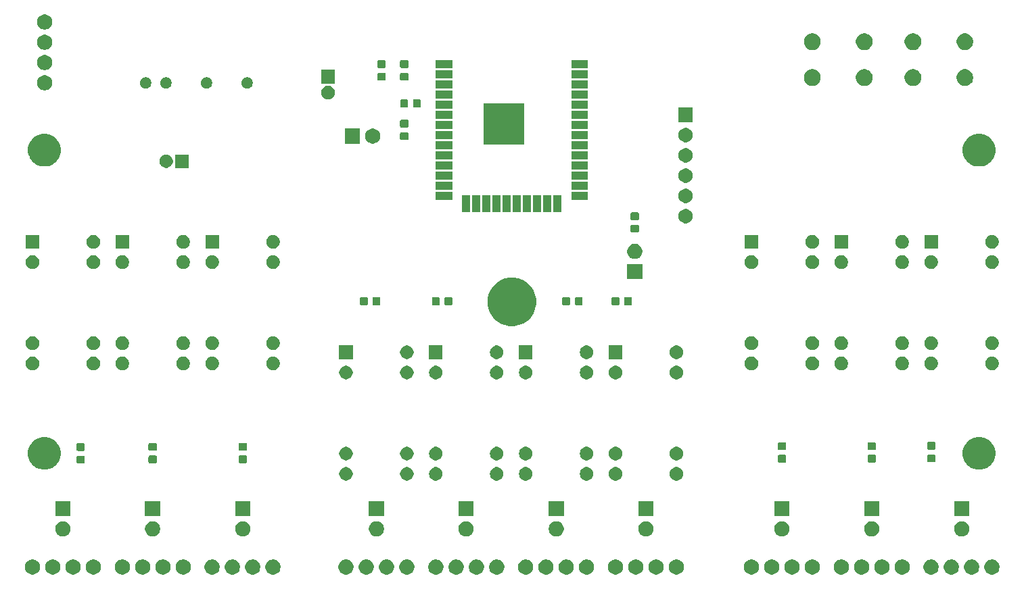
<source format=gbr>
G04 #@! TF.GenerationSoftware,KiCad,Pcbnew,5.1.5+dfsg1-2build2*
G04 #@! TF.CreationDate,2021-04-24T23:58:55+01:00*
G04 #@! TF.ProjectId,alarm_sensors,616c6172-6d5f-4736-956e-736f72732e6b,rev?*
G04 #@! TF.SameCoordinates,Original*
G04 #@! TF.FileFunction,Soldermask,Top*
G04 #@! TF.FilePolarity,Negative*
%FSLAX46Y46*%
G04 Gerber Fmt 4.6, Leading zero omitted, Abs format (unit mm)*
G04 Created by KiCad (PCBNEW 5.1.5+dfsg1-2build2) date 2021-04-24 23:58:55*
%MOMM*%
%LPD*%
G04 APERTURE LIST*
%ADD10C,0.100000*%
G04 APERTURE END LIST*
D10*
G36*
X200357892Y-129833911D02*
G01*
X200531273Y-129905728D01*
X200687311Y-130009989D01*
X200820011Y-130142689D01*
X200924272Y-130298727D01*
X200996089Y-130472108D01*
X201032700Y-130656167D01*
X201032700Y-130843833D01*
X200996089Y-131027892D01*
X200924272Y-131201273D01*
X200820011Y-131357311D01*
X200687311Y-131490011D01*
X200531273Y-131594272D01*
X200531272Y-131594273D01*
X200531271Y-131594273D01*
X200357892Y-131666089D01*
X200173834Y-131702700D01*
X199986166Y-131702700D01*
X199802108Y-131666089D01*
X199628729Y-131594273D01*
X199628728Y-131594273D01*
X199628727Y-131594272D01*
X199472689Y-131490011D01*
X199339989Y-131357311D01*
X199235728Y-131201273D01*
X199163911Y-131027892D01*
X199127300Y-130843833D01*
X199127300Y-130656167D01*
X199163911Y-130472108D01*
X199235728Y-130298727D01*
X199339989Y-130142689D01*
X199472689Y-130009989D01*
X199628727Y-129905728D01*
X199802108Y-129833911D01*
X199986166Y-129797300D01*
X200173834Y-129797300D01*
X200357892Y-129833911D01*
G37*
G36*
X135817892Y-129833911D02*
G01*
X135991273Y-129905728D01*
X136147311Y-130009989D01*
X136280011Y-130142689D01*
X136384272Y-130298727D01*
X136456089Y-130472108D01*
X136492700Y-130656167D01*
X136492700Y-130843833D01*
X136456089Y-131027892D01*
X136384272Y-131201273D01*
X136280011Y-131357311D01*
X136147311Y-131490011D01*
X135991273Y-131594272D01*
X135991272Y-131594273D01*
X135991271Y-131594273D01*
X135817892Y-131666089D01*
X135633834Y-131702700D01*
X135446166Y-131702700D01*
X135262108Y-131666089D01*
X135088729Y-131594273D01*
X135088728Y-131594273D01*
X135088727Y-131594272D01*
X134932689Y-131490011D01*
X134799989Y-131357311D01*
X134695728Y-131201273D01*
X134623911Y-131027892D01*
X134587300Y-130843833D01*
X134587300Y-130656167D01*
X134623911Y-130472108D01*
X134695728Y-130298727D01*
X134799989Y-130142689D01*
X134932689Y-130009989D01*
X135088727Y-129905728D01*
X135262108Y-129833911D01*
X135446166Y-129797300D01*
X135633834Y-129797300D01*
X135817892Y-129833911D01*
G37*
G36*
X144527892Y-129833911D02*
G01*
X144701273Y-129905728D01*
X144857311Y-130009989D01*
X144990011Y-130142689D01*
X145094272Y-130298727D01*
X145166089Y-130472108D01*
X145202700Y-130656167D01*
X145202700Y-130843833D01*
X145166089Y-131027892D01*
X145094272Y-131201273D01*
X144990011Y-131357311D01*
X144857311Y-131490011D01*
X144701273Y-131594272D01*
X144701272Y-131594273D01*
X144701271Y-131594273D01*
X144527892Y-131666089D01*
X144343834Y-131702700D01*
X144156166Y-131702700D01*
X143972108Y-131666089D01*
X143798729Y-131594273D01*
X143798728Y-131594273D01*
X143798727Y-131594272D01*
X143642689Y-131490011D01*
X143509989Y-131357311D01*
X143405728Y-131201273D01*
X143333911Y-131027892D01*
X143297300Y-130843833D01*
X143297300Y-130656167D01*
X143333911Y-130472108D01*
X143405728Y-130298727D01*
X143509989Y-130142689D01*
X143642689Y-130009989D01*
X143798727Y-129905728D01*
X143972108Y-129833911D01*
X144156166Y-129797300D01*
X144343834Y-129797300D01*
X144527892Y-129833911D01*
G37*
G36*
X147067892Y-129833911D02*
G01*
X147241273Y-129905728D01*
X147397311Y-130009989D01*
X147530011Y-130142689D01*
X147634272Y-130298727D01*
X147706089Y-130472108D01*
X147742700Y-130656167D01*
X147742700Y-130843833D01*
X147706089Y-131027892D01*
X147634272Y-131201273D01*
X147530011Y-131357311D01*
X147397311Y-131490011D01*
X147241273Y-131594272D01*
X147241272Y-131594273D01*
X147241271Y-131594273D01*
X147067892Y-131666089D01*
X146883834Y-131702700D01*
X146696166Y-131702700D01*
X146512108Y-131666089D01*
X146338729Y-131594273D01*
X146338728Y-131594273D01*
X146338727Y-131594272D01*
X146182689Y-131490011D01*
X146049989Y-131357311D01*
X145945728Y-131201273D01*
X145873911Y-131027892D01*
X145837300Y-130843833D01*
X145837300Y-130656167D01*
X145873911Y-130472108D01*
X145945728Y-130298727D01*
X146049989Y-130142689D01*
X146182689Y-130009989D01*
X146338727Y-129905728D01*
X146512108Y-129833911D01*
X146696166Y-129797300D01*
X146883834Y-129797300D01*
X147067892Y-129833911D01*
G37*
G36*
X149607892Y-129833911D02*
G01*
X149781273Y-129905728D01*
X149937311Y-130009989D01*
X150070011Y-130142689D01*
X150174272Y-130298727D01*
X150246089Y-130472108D01*
X150282700Y-130656167D01*
X150282700Y-130843833D01*
X150246089Y-131027892D01*
X150174272Y-131201273D01*
X150070011Y-131357311D01*
X149937311Y-131490011D01*
X149781273Y-131594272D01*
X149781272Y-131594273D01*
X149781271Y-131594273D01*
X149607892Y-131666089D01*
X149423834Y-131702700D01*
X149236166Y-131702700D01*
X149052108Y-131666089D01*
X148878729Y-131594273D01*
X148878728Y-131594273D01*
X148878727Y-131594272D01*
X148722689Y-131490011D01*
X148589989Y-131357311D01*
X148485728Y-131201273D01*
X148413911Y-131027892D01*
X148377300Y-130843833D01*
X148377300Y-130656167D01*
X148413911Y-130472108D01*
X148485728Y-130298727D01*
X148589989Y-130142689D01*
X148722689Y-130009989D01*
X148878727Y-129905728D01*
X149052108Y-129833911D01*
X149236166Y-129797300D01*
X149423834Y-129797300D01*
X149607892Y-129833911D01*
G37*
G36*
X152147892Y-129833911D02*
G01*
X152321273Y-129905728D01*
X152477311Y-130009989D01*
X152610011Y-130142689D01*
X152714272Y-130298727D01*
X152786089Y-130472108D01*
X152822700Y-130656167D01*
X152822700Y-130843833D01*
X152786089Y-131027892D01*
X152714272Y-131201273D01*
X152610011Y-131357311D01*
X152477311Y-131490011D01*
X152321273Y-131594272D01*
X152321272Y-131594273D01*
X152321271Y-131594273D01*
X152147892Y-131666089D01*
X151963834Y-131702700D01*
X151776166Y-131702700D01*
X151592108Y-131666089D01*
X151418729Y-131594273D01*
X151418728Y-131594273D01*
X151418727Y-131594272D01*
X151262689Y-131490011D01*
X151129989Y-131357311D01*
X151025728Y-131201273D01*
X150953911Y-131027892D01*
X150917300Y-130843833D01*
X150917300Y-130656167D01*
X150953911Y-130472108D01*
X151025728Y-130298727D01*
X151129989Y-130142689D01*
X151262689Y-130009989D01*
X151418727Y-129905728D01*
X151592108Y-129833911D01*
X151776166Y-129797300D01*
X151963834Y-129797300D01*
X152147892Y-129833911D01*
G37*
G36*
X112897892Y-129833911D02*
G01*
X113071273Y-129905728D01*
X113227311Y-130009989D01*
X113360011Y-130142689D01*
X113464272Y-130298727D01*
X113536089Y-130472108D01*
X113572700Y-130656167D01*
X113572700Y-130843833D01*
X113536089Y-131027892D01*
X113464272Y-131201273D01*
X113360011Y-131357311D01*
X113227311Y-131490011D01*
X113071273Y-131594272D01*
X113071272Y-131594273D01*
X113071271Y-131594273D01*
X112897892Y-131666089D01*
X112713834Y-131702700D01*
X112526166Y-131702700D01*
X112342108Y-131666089D01*
X112168729Y-131594273D01*
X112168728Y-131594273D01*
X112168727Y-131594272D01*
X112012689Y-131490011D01*
X111879989Y-131357311D01*
X111775728Y-131201273D01*
X111703911Y-131027892D01*
X111667300Y-130843833D01*
X111667300Y-130656167D01*
X111703911Y-130472108D01*
X111775728Y-130298727D01*
X111879989Y-130142689D01*
X112012689Y-130009989D01*
X112168727Y-129905728D01*
X112342108Y-129833911D01*
X112526166Y-129797300D01*
X112713834Y-129797300D01*
X112897892Y-129833911D01*
G37*
G36*
X110357892Y-129833911D02*
G01*
X110531273Y-129905728D01*
X110687311Y-130009989D01*
X110820011Y-130142689D01*
X110924272Y-130298727D01*
X110996089Y-130472108D01*
X111032700Y-130656167D01*
X111032700Y-130843833D01*
X110996089Y-131027892D01*
X110924272Y-131201273D01*
X110820011Y-131357311D01*
X110687311Y-131490011D01*
X110531273Y-131594272D01*
X110531272Y-131594273D01*
X110531271Y-131594273D01*
X110357892Y-131666089D01*
X110173834Y-131702700D01*
X109986166Y-131702700D01*
X109802108Y-131666089D01*
X109628729Y-131594273D01*
X109628728Y-131594273D01*
X109628727Y-131594272D01*
X109472689Y-131490011D01*
X109339989Y-131357311D01*
X109235728Y-131201273D01*
X109163911Y-131027892D01*
X109127300Y-130843833D01*
X109127300Y-130656167D01*
X109163911Y-130472108D01*
X109235728Y-130298727D01*
X109339989Y-130142689D01*
X109472689Y-130009989D01*
X109628727Y-129905728D01*
X109802108Y-129833911D01*
X109986166Y-129797300D01*
X110173834Y-129797300D01*
X110357892Y-129833911D01*
G37*
G36*
X107817892Y-129833911D02*
G01*
X107991273Y-129905728D01*
X108147311Y-130009989D01*
X108280011Y-130142689D01*
X108384272Y-130298727D01*
X108456089Y-130472108D01*
X108492700Y-130656167D01*
X108492700Y-130843833D01*
X108456089Y-131027892D01*
X108384272Y-131201273D01*
X108280011Y-131357311D01*
X108147311Y-131490011D01*
X107991273Y-131594272D01*
X107991272Y-131594273D01*
X107991271Y-131594273D01*
X107817892Y-131666089D01*
X107633834Y-131702700D01*
X107446166Y-131702700D01*
X107262108Y-131666089D01*
X107088729Y-131594273D01*
X107088728Y-131594273D01*
X107088727Y-131594272D01*
X106932689Y-131490011D01*
X106799989Y-131357311D01*
X106695728Y-131201273D01*
X106623911Y-131027892D01*
X106587300Y-130843833D01*
X106587300Y-130656167D01*
X106623911Y-130472108D01*
X106695728Y-130298727D01*
X106799989Y-130142689D01*
X106932689Y-130009989D01*
X107088727Y-129905728D01*
X107262108Y-129833911D01*
X107446166Y-129797300D01*
X107633834Y-129797300D01*
X107817892Y-129833911D01*
G37*
G36*
X105277892Y-129833911D02*
G01*
X105451273Y-129905728D01*
X105607311Y-130009989D01*
X105740011Y-130142689D01*
X105844272Y-130298727D01*
X105916089Y-130472108D01*
X105952700Y-130656167D01*
X105952700Y-130843833D01*
X105916089Y-131027892D01*
X105844272Y-131201273D01*
X105740011Y-131357311D01*
X105607311Y-131490011D01*
X105451273Y-131594272D01*
X105451272Y-131594273D01*
X105451271Y-131594273D01*
X105277892Y-131666089D01*
X105093834Y-131702700D01*
X104906166Y-131702700D01*
X104722108Y-131666089D01*
X104548729Y-131594273D01*
X104548728Y-131594273D01*
X104548727Y-131594272D01*
X104392689Y-131490011D01*
X104259989Y-131357311D01*
X104155728Y-131201273D01*
X104083911Y-131027892D01*
X104047300Y-130843833D01*
X104047300Y-130656167D01*
X104083911Y-130472108D01*
X104155728Y-130298727D01*
X104259989Y-130142689D01*
X104392689Y-130009989D01*
X104548727Y-129905728D01*
X104722108Y-129833911D01*
X104906166Y-129797300D01*
X105093834Y-129797300D01*
X105277892Y-129833911D01*
G37*
G36*
X133277892Y-129833911D02*
G01*
X133451273Y-129905728D01*
X133607311Y-130009989D01*
X133740011Y-130142689D01*
X133844272Y-130298727D01*
X133916089Y-130472108D01*
X133952700Y-130656167D01*
X133952700Y-130843833D01*
X133916089Y-131027892D01*
X133844272Y-131201273D01*
X133740011Y-131357311D01*
X133607311Y-131490011D01*
X133451273Y-131594272D01*
X133451272Y-131594273D01*
X133451271Y-131594273D01*
X133277892Y-131666089D01*
X133093834Y-131702700D01*
X132906166Y-131702700D01*
X132722108Y-131666089D01*
X132548729Y-131594273D01*
X132548728Y-131594273D01*
X132548727Y-131594272D01*
X132392689Y-131490011D01*
X132259989Y-131357311D01*
X132155728Y-131201273D01*
X132083911Y-131027892D01*
X132047300Y-130843833D01*
X132047300Y-130656167D01*
X132083911Y-130472108D01*
X132155728Y-130298727D01*
X132259989Y-130142689D01*
X132392689Y-130009989D01*
X132548727Y-129905728D01*
X132722108Y-129833911D01*
X132906166Y-129797300D01*
X133093834Y-129797300D01*
X133277892Y-129833911D01*
G37*
G36*
X155777892Y-129833911D02*
G01*
X155951273Y-129905728D01*
X156107311Y-130009989D01*
X156240011Y-130142689D01*
X156344272Y-130298727D01*
X156416089Y-130472108D01*
X156452700Y-130656167D01*
X156452700Y-130843833D01*
X156416089Y-131027892D01*
X156344272Y-131201273D01*
X156240011Y-131357311D01*
X156107311Y-131490011D01*
X155951273Y-131594272D01*
X155951272Y-131594273D01*
X155951271Y-131594273D01*
X155777892Y-131666089D01*
X155593834Y-131702700D01*
X155406166Y-131702700D01*
X155222108Y-131666089D01*
X155048729Y-131594273D01*
X155048728Y-131594273D01*
X155048727Y-131594272D01*
X154892689Y-131490011D01*
X154759989Y-131357311D01*
X154655728Y-131201273D01*
X154583911Y-131027892D01*
X154547300Y-130843833D01*
X154547300Y-130656167D01*
X154583911Y-130472108D01*
X154655728Y-130298727D01*
X154759989Y-130142689D01*
X154892689Y-130009989D01*
X155048727Y-129905728D01*
X155222108Y-129833911D01*
X155406166Y-129797300D01*
X155593834Y-129797300D01*
X155777892Y-129833911D01*
G37*
G36*
X138357892Y-129833911D02*
G01*
X138531273Y-129905728D01*
X138687311Y-130009989D01*
X138820011Y-130142689D01*
X138924272Y-130298727D01*
X138996089Y-130472108D01*
X139032700Y-130656167D01*
X139032700Y-130843833D01*
X138996089Y-131027892D01*
X138924272Y-131201273D01*
X138820011Y-131357311D01*
X138687311Y-131490011D01*
X138531273Y-131594272D01*
X138531272Y-131594273D01*
X138531271Y-131594273D01*
X138357892Y-131666089D01*
X138173834Y-131702700D01*
X137986166Y-131702700D01*
X137802108Y-131666089D01*
X137628729Y-131594273D01*
X137628728Y-131594273D01*
X137628727Y-131594272D01*
X137472689Y-131490011D01*
X137339989Y-131357311D01*
X137235728Y-131201273D01*
X137163911Y-131027892D01*
X137127300Y-130843833D01*
X137127300Y-130656167D01*
X137163911Y-130472108D01*
X137235728Y-130298727D01*
X137339989Y-130142689D01*
X137472689Y-130009989D01*
X137628727Y-129905728D01*
X137802108Y-129833911D01*
X137986166Y-129797300D01*
X138173834Y-129797300D01*
X138357892Y-129833911D01*
G37*
G36*
X140897892Y-129833911D02*
G01*
X141071273Y-129905728D01*
X141227311Y-130009989D01*
X141360011Y-130142689D01*
X141464272Y-130298727D01*
X141536089Y-130472108D01*
X141572700Y-130656167D01*
X141572700Y-130843833D01*
X141536089Y-131027892D01*
X141464272Y-131201273D01*
X141360011Y-131357311D01*
X141227311Y-131490011D01*
X141071273Y-131594272D01*
X141071272Y-131594273D01*
X141071271Y-131594273D01*
X140897892Y-131666089D01*
X140713834Y-131702700D01*
X140526166Y-131702700D01*
X140342108Y-131666089D01*
X140168729Y-131594273D01*
X140168728Y-131594273D01*
X140168727Y-131594272D01*
X140012689Y-131490011D01*
X139879989Y-131357311D01*
X139775728Y-131201273D01*
X139703911Y-131027892D01*
X139667300Y-130843833D01*
X139667300Y-130656167D01*
X139703911Y-130472108D01*
X139775728Y-130298727D01*
X139879989Y-130142689D01*
X140012689Y-130009989D01*
X140168727Y-129905728D01*
X140342108Y-129833911D01*
X140526166Y-129797300D01*
X140713834Y-129797300D01*
X140897892Y-129833911D01*
G37*
G36*
X191647892Y-129833911D02*
G01*
X191821273Y-129905728D01*
X191977311Y-130009989D01*
X192110011Y-130142689D01*
X192214272Y-130298727D01*
X192286089Y-130472108D01*
X192322700Y-130656167D01*
X192322700Y-130843833D01*
X192286089Y-131027892D01*
X192214272Y-131201273D01*
X192110011Y-131357311D01*
X191977311Y-131490011D01*
X191821273Y-131594272D01*
X191821272Y-131594273D01*
X191821271Y-131594273D01*
X191647892Y-131666089D01*
X191463834Y-131702700D01*
X191276166Y-131702700D01*
X191092108Y-131666089D01*
X190918729Y-131594273D01*
X190918728Y-131594273D01*
X190918727Y-131594272D01*
X190762689Y-131490011D01*
X190629989Y-131357311D01*
X190525728Y-131201273D01*
X190453911Y-131027892D01*
X190417300Y-130843833D01*
X190417300Y-130656167D01*
X190453911Y-130472108D01*
X190525728Y-130298727D01*
X190629989Y-130142689D01*
X190762689Y-130009989D01*
X190918727Y-129905728D01*
X191092108Y-129833911D01*
X191276166Y-129797300D01*
X191463834Y-129797300D01*
X191647892Y-129833911D01*
G37*
G36*
X189107892Y-129833911D02*
G01*
X189281273Y-129905728D01*
X189437311Y-130009989D01*
X189570011Y-130142689D01*
X189674272Y-130298727D01*
X189746089Y-130472108D01*
X189782700Y-130656167D01*
X189782700Y-130843833D01*
X189746089Y-131027892D01*
X189674272Y-131201273D01*
X189570011Y-131357311D01*
X189437311Y-131490011D01*
X189281273Y-131594272D01*
X189281272Y-131594273D01*
X189281271Y-131594273D01*
X189107892Y-131666089D01*
X188923834Y-131702700D01*
X188736166Y-131702700D01*
X188552108Y-131666089D01*
X188378729Y-131594273D01*
X188378728Y-131594273D01*
X188378727Y-131594272D01*
X188222689Y-131490011D01*
X188089989Y-131357311D01*
X187985728Y-131201273D01*
X187913911Y-131027892D01*
X187877300Y-130843833D01*
X187877300Y-130656167D01*
X187913911Y-130472108D01*
X187985728Y-130298727D01*
X188089989Y-130142689D01*
X188222689Y-130009989D01*
X188378727Y-129905728D01*
X188552108Y-129833911D01*
X188736166Y-129797300D01*
X188923834Y-129797300D01*
X189107892Y-129833911D01*
G37*
G36*
X186567892Y-129833911D02*
G01*
X186741273Y-129905728D01*
X186897311Y-130009989D01*
X187030011Y-130142689D01*
X187134272Y-130298727D01*
X187206089Y-130472108D01*
X187242700Y-130656167D01*
X187242700Y-130843833D01*
X187206089Y-131027892D01*
X187134272Y-131201273D01*
X187030011Y-131357311D01*
X186897311Y-131490011D01*
X186741273Y-131594272D01*
X186741272Y-131594273D01*
X186741271Y-131594273D01*
X186567892Y-131666089D01*
X186383834Y-131702700D01*
X186196166Y-131702700D01*
X186012108Y-131666089D01*
X185838729Y-131594273D01*
X185838728Y-131594273D01*
X185838727Y-131594272D01*
X185682689Y-131490011D01*
X185549989Y-131357311D01*
X185445728Y-131201273D01*
X185373911Y-131027892D01*
X185337300Y-130843833D01*
X185337300Y-130656167D01*
X185373911Y-130472108D01*
X185445728Y-130298727D01*
X185549989Y-130142689D01*
X185682689Y-130009989D01*
X185838727Y-129905728D01*
X186012108Y-129833911D01*
X186196166Y-129797300D01*
X186383834Y-129797300D01*
X186567892Y-129833911D01*
G37*
G36*
X184027892Y-129833911D02*
G01*
X184201273Y-129905728D01*
X184357311Y-130009989D01*
X184490011Y-130142689D01*
X184594272Y-130298727D01*
X184666089Y-130472108D01*
X184702700Y-130656167D01*
X184702700Y-130843833D01*
X184666089Y-131027892D01*
X184594272Y-131201273D01*
X184490011Y-131357311D01*
X184357311Y-131490011D01*
X184201273Y-131594272D01*
X184201272Y-131594273D01*
X184201271Y-131594273D01*
X184027892Y-131666089D01*
X183843834Y-131702700D01*
X183656166Y-131702700D01*
X183472108Y-131666089D01*
X183298729Y-131594273D01*
X183298728Y-131594273D01*
X183298727Y-131594272D01*
X183142689Y-131490011D01*
X183009989Y-131357311D01*
X182905728Y-131201273D01*
X182833911Y-131027892D01*
X182797300Y-130843833D01*
X182797300Y-130656167D01*
X182833911Y-130472108D01*
X182905728Y-130298727D01*
X183009989Y-130142689D01*
X183142689Y-130009989D01*
X183298727Y-129905728D01*
X183472108Y-129833911D01*
X183656166Y-129797300D01*
X183843834Y-129797300D01*
X184027892Y-129833911D01*
G37*
G36*
X202897892Y-129833911D02*
G01*
X203071273Y-129905728D01*
X203227311Y-130009989D01*
X203360011Y-130142689D01*
X203464272Y-130298727D01*
X203536089Y-130472108D01*
X203572700Y-130656167D01*
X203572700Y-130843833D01*
X203536089Y-131027892D01*
X203464272Y-131201273D01*
X203360011Y-131357311D01*
X203227311Y-131490011D01*
X203071273Y-131594272D01*
X203071272Y-131594273D01*
X203071271Y-131594273D01*
X202897892Y-131666089D01*
X202713834Y-131702700D01*
X202526166Y-131702700D01*
X202342108Y-131666089D01*
X202168729Y-131594273D01*
X202168728Y-131594273D01*
X202168727Y-131594272D01*
X202012689Y-131490011D01*
X201879989Y-131357311D01*
X201775728Y-131201273D01*
X201703911Y-131027892D01*
X201667300Y-130843833D01*
X201667300Y-130656167D01*
X201703911Y-130472108D01*
X201775728Y-130298727D01*
X201879989Y-130142689D01*
X202012689Y-130009989D01*
X202168727Y-129905728D01*
X202342108Y-129833911D01*
X202526166Y-129797300D01*
X202713834Y-129797300D01*
X202897892Y-129833911D01*
G37*
G36*
X197817892Y-129833911D02*
G01*
X197991273Y-129905728D01*
X198147311Y-130009989D01*
X198280011Y-130142689D01*
X198384272Y-130298727D01*
X198456089Y-130472108D01*
X198492700Y-130656167D01*
X198492700Y-130843833D01*
X198456089Y-131027892D01*
X198384272Y-131201273D01*
X198280011Y-131357311D01*
X198147311Y-131490011D01*
X197991273Y-131594272D01*
X197991272Y-131594273D01*
X197991271Y-131594273D01*
X197817892Y-131666089D01*
X197633834Y-131702700D01*
X197446166Y-131702700D01*
X197262108Y-131666089D01*
X197088729Y-131594273D01*
X197088728Y-131594273D01*
X197088727Y-131594272D01*
X196932689Y-131490011D01*
X196799989Y-131357311D01*
X196695728Y-131201273D01*
X196623911Y-131027892D01*
X196587300Y-130843833D01*
X196587300Y-130656167D01*
X196623911Y-130472108D01*
X196695728Y-130298727D01*
X196799989Y-130142689D01*
X196932689Y-130009989D01*
X197088727Y-129905728D01*
X197262108Y-129833911D01*
X197446166Y-129797300D01*
X197633834Y-129797300D01*
X197817892Y-129833911D01*
G37*
G36*
X127107892Y-129833911D02*
G01*
X127281273Y-129905728D01*
X127437311Y-130009989D01*
X127570011Y-130142689D01*
X127674272Y-130298727D01*
X127746089Y-130472108D01*
X127782700Y-130656167D01*
X127782700Y-130843833D01*
X127746089Y-131027892D01*
X127674272Y-131201273D01*
X127570011Y-131357311D01*
X127437311Y-131490011D01*
X127281273Y-131594272D01*
X127281272Y-131594273D01*
X127281271Y-131594273D01*
X127107892Y-131666089D01*
X126923834Y-131702700D01*
X126736166Y-131702700D01*
X126552108Y-131666089D01*
X126378729Y-131594273D01*
X126378728Y-131594273D01*
X126378727Y-131594272D01*
X126222689Y-131490011D01*
X126089989Y-131357311D01*
X125985728Y-131201273D01*
X125913911Y-131027892D01*
X125877300Y-130843833D01*
X125877300Y-130656167D01*
X125913911Y-130472108D01*
X125985728Y-130298727D01*
X126089989Y-130142689D01*
X126222689Y-130009989D01*
X126378727Y-129905728D01*
X126552108Y-129833911D01*
X126736166Y-129797300D01*
X126923834Y-129797300D01*
X127107892Y-129833911D01*
G37*
G36*
X96567892Y-129833911D02*
G01*
X96741273Y-129905728D01*
X96897311Y-130009989D01*
X97030011Y-130142689D01*
X97134272Y-130298727D01*
X97206089Y-130472108D01*
X97242700Y-130656167D01*
X97242700Y-130843833D01*
X97206089Y-131027892D01*
X97134272Y-131201273D01*
X97030011Y-131357311D01*
X96897311Y-131490011D01*
X96741273Y-131594272D01*
X96741272Y-131594273D01*
X96741271Y-131594273D01*
X96567892Y-131666089D01*
X96383834Y-131702700D01*
X96196166Y-131702700D01*
X96012108Y-131666089D01*
X95838729Y-131594273D01*
X95838728Y-131594273D01*
X95838727Y-131594272D01*
X95682689Y-131490011D01*
X95549989Y-131357311D01*
X95445728Y-131201273D01*
X95373911Y-131027892D01*
X95337300Y-130843833D01*
X95337300Y-130656167D01*
X95373911Y-130472108D01*
X95445728Y-130298727D01*
X95549989Y-130142689D01*
X95682689Y-130009989D01*
X95838727Y-129905728D01*
X96012108Y-129833911D01*
X96196166Y-129797300D01*
X96383834Y-129797300D01*
X96567892Y-129833911D01*
G37*
G36*
X94027892Y-129833911D02*
G01*
X94201273Y-129905728D01*
X94357311Y-130009989D01*
X94490011Y-130142689D01*
X94594272Y-130298727D01*
X94666089Y-130472108D01*
X94702700Y-130656167D01*
X94702700Y-130843833D01*
X94666089Y-131027892D01*
X94594272Y-131201273D01*
X94490011Y-131357311D01*
X94357311Y-131490011D01*
X94201273Y-131594272D01*
X94201272Y-131594273D01*
X94201271Y-131594273D01*
X94027892Y-131666089D01*
X93843834Y-131702700D01*
X93656166Y-131702700D01*
X93472108Y-131666089D01*
X93298729Y-131594273D01*
X93298728Y-131594273D01*
X93298727Y-131594272D01*
X93142689Y-131490011D01*
X93009989Y-131357311D01*
X92905728Y-131201273D01*
X92833911Y-131027892D01*
X92797300Y-130843833D01*
X92797300Y-130656167D01*
X92833911Y-130472108D01*
X92905728Y-130298727D01*
X93009989Y-130142689D01*
X93142689Y-130009989D01*
X93298727Y-129905728D01*
X93472108Y-129833911D01*
X93656166Y-129797300D01*
X93843834Y-129797300D01*
X94027892Y-129833911D01*
G37*
G36*
X158317892Y-129833911D02*
G01*
X158491273Y-129905728D01*
X158647311Y-130009989D01*
X158780011Y-130142689D01*
X158884272Y-130298727D01*
X158956089Y-130472108D01*
X158992700Y-130656167D01*
X158992700Y-130843833D01*
X158956089Y-131027892D01*
X158884272Y-131201273D01*
X158780011Y-131357311D01*
X158647311Y-131490011D01*
X158491273Y-131594272D01*
X158491272Y-131594273D01*
X158491271Y-131594273D01*
X158317892Y-131666089D01*
X158133834Y-131702700D01*
X157946166Y-131702700D01*
X157762108Y-131666089D01*
X157588729Y-131594273D01*
X157588728Y-131594273D01*
X157588727Y-131594272D01*
X157432689Y-131490011D01*
X157299989Y-131357311D01*
X157195728Y-131201273D01*
X157123911Y-131027892D01*
X157087300Y-130843833D01*
X157087300Y-130656167D01*
X157123911Y-130472108D01*
X157195728Y-130298727D01*
X157299989Y-130142689D01*
X157432689Y-130009989D01*
X157588727Y-129905728D01*
X157762108Y-129833911D01*
X157946166Y-129797300D01*
X158133834Y-129797300D01*
X158317892Y-129833911D01*
G37*
G36*
X160857892Y-129833911D02*
G01*
X161031273Y-129905728D01*
X161187311Y-130009989D01*
X161320011Y-130142689D01*
X161424272Y-130298727D01*
X161496089Y-130472108D01*
X161532700Y-130656167D01*
X161532700Y-130843833D01*
X161496089Y-131027892D01*
X161424272Y-131201273D01*
X161320011Y-131357311D01*
X161187311Y-131490011D01*
X161031273Y-131594272D01*
X161031272Y-131594273D01*
X161031271Y-131594273D01*
X160857892Y-131666089D01*
X160673834Y-131702700D01*
X160486166Y-131702700D01*
X160302108Y-131666089D01*
X160128729Y-131594273D01*
X160128728Y-131594273D01*
X160128727Y-131594272D01*
X159972689Y-131490011D01*
X159839989Y-131357311D01*
X159735728Y-131201273D01*
X159663911Y-131027892D01*
X159627300Y-130843833D01*
X159627300Y-130656167D01*
X159663911Y-130472108D01*
X159735728Y-130298727D01*
X159839989Y-130142689D01*
X159972689Y-130009989D01*
X160128727Y-129905728D01*
X160302108Y-129833911D01*
X160486166Y-129797300D01*
X160673834Y-129797300D01*
X160857892Y-129833911D01*
G37*
G36*
X163397892Y-129833911D02*
G01*
X163571273Y-129905728D01*
X163727311Y-130009989D01*
X163860011Y-130142689D01*
X163964272Y-130298727D01*
X164036089Y-130472108D01*
X164072700Y-130656167D01*
X164072700Y-130843833D01*
X164036089Y-131027892D01*
X163964272Y-131201273D01*
X163860011Y-131357311D01*
X163727311Y-131490011D01*
X163571273Y-131594272D01*
X163571272Y-131594273D01*
X163571271Y-131594273D01*
X163397892Y-131666089D01*
X163213834Y-131702700D01*
X163026166Y-131702700D01*
X162842108Y-131666089D01*
X162668729Y-131594273D01*
X162668728Y-131594273D01*
X162668727Y-131594272D01*
X162512689Y-131490011D01*
X162379989Y-131357311D01*
X162275728Y-131201273D01*
X162203911Y-131027892D01*
X162167300Y-130843833D01*
X162167300Y-130656167D01*
X162203911Y-130472108D01*
X162275728Y-130298727D01*
X162379989Y-130142689D01*
X162512689Y-130009989D01*
X162668727Y-129905728D01*
X162842108Y-129833911D01*
X163026166Y-129797300D01*
X163213834Y-129797300D01*
X163397892Y-129833911D01*
G37*
G36*
X90397892Y-129833911D02*
G01*
X90571273Y-129905728D01*
X90727311Y-130009989D01*
X90860011Y-130142689D01*
X90964272Y-130298727D01*
X91036089Y-130472108D01*
X91072700Y-130656167D01*
X91072700Y-130843833D01*
X91036089Y-131027892D01*
X90964272Y-131201273D01*
X90860011Y-131357311D01*
X90727311Y-131490011D01*
X90571273Y-131594272D01*
X90571272Y-131594273D01*
X90571271Y-131594273D01*
X90397892Y-131666089D01*
X90213834Y-131702700D01*
X90026166Y-131702700D01*
X89842108Y-131666089D01*
X89668729Y-131594273D01*
X89668728Y-131594273D01*
X89668727Y-131594272D01*
X89512689Y-131490011D01*
X89379989Y-131357311D01*
X89275728Y-131201273D01*
X89203911Y-131027892D01*
X89167300Y-130843833D01*
X89167300Y-130656167D01*
X89203911Y-130472108D01*
X89275728Y-130298727D01*
X89379989Y-130142689D01*
X89512689Y-130009989D01*
X89668727Y-129905728D01*
X89842108Y-129833911D01*
X90026166Y-129797300D01*
X90213834Y-129797300D01*
X90397892Y-129833911D01*
G37*
G36*
X87857892Y-129833911D02*
G01*
X88031273Y-129905728D01*
X88187311Y-130009989D01*
X88320011Y-130142689D01*
X88424272Y-130298727D01*
X88496089Y-130472108D01*
X88532700Y-130656167D01*
X88532700Y-130843833D01*
X88496089Y-131027892D01*
X88424272Y-131201273D01*
X88320011Y-131357311D01*
X88187311Y-131490011D01*
X88031273Y-131594272D01*
X88031272Y-131594273D01*
X88031271Y-131594273D01*
X87857892Y-131666089D01*
X87673834Y-131702700D01*
X87486166Y-131702700D01*
X87302108Y-131666089D01*
X87128729Y-131594273D01*
X87128728Y-131594273D01*
X87128727Y-131594272D01*
X86972689Y-131490011D01*
X86839989Y-131357311D01*
X86735728Y-131201273D01*
X86663911Y-131027892D01*
X86627300Y-130843833D01*
X86627300Y-130656167D01*
X86663911Y-130472108D01*
X86735728Y-130298727D01*
X86839989Y-130142689D01*
X86972689Y-130009989D01*
X87128727Y-129905728D01*
X87302108Y-129833911D01*
X87486166Y-129797300D01*
X87673834Y-129797300D01*
X87857892Y-129833911D01*
G37*
G36*
X85317892Y-129833911D02*
G01*
X85491273Y-129905728D01*
X85647311Y-130009989D01*
X85780011Y-130142689D01*
X85884272Y-130298727D01*
X85956089Y-130472108D01*
X85992700Y-130656167D01*
X85992700Y-130843833D01*
X85956089Y-131027892D01*
X85884272Y-131201273D01*
X85780011Y-131357311D01*
X85647311Y-131490011D01*
X85491273Y-131594272D01*
X85491272Y-131594273D01*
X85491271Y-131594273D01*
X85317892Y-131666089D01*
X85133834Y-131702700D01*
X84946166Y-131702700D01*
X84762108Y-131666089D01*
X84588729Y-131594273D01*
X84588728Y-131594273D01*
X84588727Y-131594272D01*
X84432689Y-131490011D01*
X84299989Y-131357311D01*
X84195728Y-131201273D01*
X84123911Y-131027892D01*
X84087300Y-130843833D01*
X84087300Y-130656167D01*
X84123911Y-130472108D01*
X84195728Y-130298727D01*
X84299989Y-130142689D01*
X84432689Y-130009989D01*
X84588727Y-129905728D01*
X84762108Y-129833911D01*
X84946166Y-129797300D01*
X85133834Y-129797300D01*
X85317892Y-129833911D01*
G37*
G36*
X82777892Y-129833911D02*
G01*
X82951273Y-129905728D01*
X83107311Y-130009989D01*
X83240011Y-130142689D01*
X83344272Y-130298727D01*
X83416089Y-130472108D01*
X83452700Y-130656167D01*
X83452700Y-130843833D01*
X83416089Y-131027892D01*
X83344272Y-131201273D01*
X83240011Y-131357311D01*
X83107311Y-131490011D01*
X82951273Y-131594272D01*
X82951272Y-131594273D01*
X82951271Y-131594273D01*
X82777892Y-131666089D01*
X82593834Y-131702700D01*
X82406166Y-131702700D01*
X82222108Y-131666089D01*
X82048729Y-131594273D01*
X82048728Y-131594273D01*
X82048727Y-131594272D01*
X81892689Y-131490011D01*
X81759989Y-131357311D01*
X81655728Y-131201273D01*
X81583911Y-131027892D01*
X81547300Y-130843833D01*
X81547300Y-130656167D01*
X81583911Y-130472108D01*
X81655728Y-130298727D01*
X81759989Y-130142689D01*
X81892689Y-130009989D01*
X82048727Y-129905728D01*
X82222108Y-129833911D01*
X82406166Y-129797300D01*
X82593834Y-129797300D01*
X82777892Y-129833911D01*
G37*
G36*
X122027892Y-129833911D02*
G01*
X122201273Y-129905728D01*
X122357311Y-130009989D01*
X122490011Y-130142689D01*
X122594272Y-130298727D01*
X122666089Y-130472108D01*
X122702700Y-130656167D01*
X122702700Y-130843833D01*
X122666089Y-131027892D01*
X122594272Y-131201273D01*
X122490011Y-131357311D01*
X122357311Y-131490011D01*
X122201273Y-131594272D01*
X122201272Y-131594273D01*
X122201271Y-131594273D01*
X122027892Y-131666089D01*
X121843834Y-131702700D01*
X121656166Y-131702700D01*
X121472108Y-131666089D01*
X121298729Y-131594273D01*
X121298728Y-131594273D01*
X121298727Y-131594272D01*
X121142689Y-131490011D01*
X121009989Y-131357311D01*
X120905728Y-131201273D01*
X120833911Y-131027892D01*
X120797300Y-130843833D01*
X120797300Y-130656167D01*
X120833911Y-130472108D01*
X120905728Y-130298727D01*
X121009989Y-130142689D01*
X121142689Y-130009989D01*
X121298727Y-129905728D01*
X121472108Y-129833911D01*
X121656166Y-129797300D01*
X121843834Y-129797300D01*
X122027892Y-129833911D01*
G37*
G36*
X124567892Y-129833911D02*
G01*
X124741273Y-129905728D01*
X124897311Y-130009989D01*
X125030011Y-130142689D01*
X125134272Y-130298727D01*
X125206089Y-130472108D01*
X125242700Y-130656167D01*
X125242700Y-130843833D01*
X125206089Y-131027892D01*
X125134272Y-131201273D01*
X125030011Y-131357311D01*
X124897311Y-131490011D01*
X124741273Y-131594272D01*
X124741272Y-131594273D01*
X124741271Y-131594273D01*
X124567892Y-131666089D01*
X124383834Y-131702700D01*
X124196166Y-131702700D01*
X124012108Y-131666089D01*
X123838729Y-131594273D01*
X123838728Y-131594273D01*
X123838727Y-131594272D01*
X123682689Y-131490011D01*
X123549989Y-131357311D01*
X123445728Y-131201273D01*
X123373911Y-131027892D01*
X123337300Y-130843833D01*
X123337300Y-130656167D01*
X123373911Y-130472108D01*
X123445728Y-130298727D01*
X123549989Y-130142689D01*
X123682689Y-130009989D01*
X123838727Y-129905728D01*
X124012108Y-129833911D01*
X124196166Y-129797300D01*
X124383834Y-129797300D01*
X124567892Y-129833911D01*
G37*
G36*
X195277892Y-129833911D02*
G01*
X195451273Y-129905728D01*
X195607311Y-130009989D01*
X195740011Y-130142689D01*
X195844272Y-130298727D01*
X195916089Y-130472108D01*
X195952700Y-130656167D01*
X195952700Y-130843833D01*
X195916089Y-131027892D01*
X195844272Y-131201273D01*
X195740011Y-131357311D01*
X195607311Y-131490011D01*
X195451273Y-131594272D01*
X195451272Y-131594273D01*
X195451271Y-131594273D01*
X195277892Y-131666089D01*
X195093834Y-131702700D01*
X194906166Y-131702700D01*
X194722108Y-131666089D01*
X194548729Y-131594273D01*
X194548728Y-131594273D01*
X194548727Y-131594272D01*
X194392689Y-131490011D01*
X194259989Y-131357311D01*
X194155728Y-131201273D01*
X194083911Y-131027892D01*
X194047300Y-130843833D01*
X194047300Y-130656167D01*
X194083911Y-130472108D01*
X194155728Y-130298727D01*
X194259989Y-130142689D01*
X194392689Y-130009989D01*
X194548727Y-129905728D01*
X194722108Y-129833911D01*
X194906166Y-129797300D01*
X195093834Y-129797300D01*
X195277892Y-129833911D01*
G37*
G36*
X129647892Y-129833911D02*
G01*
X129821273Y-129905728D01*
X129977311Y-130009989D01*
X130110011Y-130142689D01*
X130214272Y-130298727D01*
X130286089Y-130472108D01*
X130322700Y-130656167D01*
X130322700Y-130843833D01*
X130286089Y-131027892D01*
X130214272Y-131201273D01*
X130110011Y-131357311D01*
X129977311Y-131490011D01*
X129821273Y-131594272D01*
X129821272Y-131594273D01*
X129821271Y-131594273D01*
X129647892Y-131666089D01*
X129463834Y-131702700D01*
X129276166Y-131702700D01*
X129092108Y-131666089D01*
X128918729Y-131594273D01*
X128918728Y-131594273D01*
X128918727Y-131594272D01*
X128762689Y-131490011D01*
X128629989Y-131357311D01*
X128525728Y-131201273D01*
X128453911Y-131027892D01*
X128417300Y-130843833D01*
X128417300Y-130656167D01*
X128453911Y-130472108D01*
X128525728Y-130298727D01*
X128629989Y-130142689D01*
X128762689Y-130009989D01*
X128918727Y-129905728D01*
X129092108Y-129833911D01*
X129276166Y-129797300D01*
X129463834Y-129797300D01*
X129647892Y-129833911D01*
G37*
G36*
X180397892Y-129833911D02*
G01*
X180571273Y-129905728D01*
X180727311Y-130009989D01*
X180860011Y-130142689D01*
X180964272Y-130298727D01*
X181036089Y-130472108D01*
X181072700Y-130656167D01*
X181072700Y-130843833D01*
X181036089Y-131027892D01*
X180964272Y-131201273D01*
X180860011Y-131357311D01*
X180727311Y-131490011D01*
X180571273Y-131594272D01*
X180571272Y-131594273D01*
X180571271Y-131594273D01*
X180397892Y-131666089D01*
X180213834Y-131702700D01*
X180026166Y-131702700D01*
X179842108Y-131666089D01*
X179668729Y-131594273D01*
X179668728Y-131594273D01*
X179668727Y-131594272D01*
X179512689Y-131490011D01*
X179379989Y-131357311D01*
X179275728Y-131201273D01*
X179203911Y-131027892D01*
X179167300Y-130843833D01*
X179167300Y-130656167D01*
X179203911Y-130472108D01*
X179275728Y-130298727D01*
X179379989Y-130142689D01*
X179512689Y-130009989D01*
X179668727Y-129905728D01*
X179842108Y-129833911D01*
X180026166Y-129797300D01*
X180213834Y-129797300D01*
X180397892Y-129833911D01*
G37*
G36*
X177857892Y-129833911D02*
G01*
X178031273Y-129905728D01*
X178187311Y-130009989D01*
X178320011Y-130142689D01*
X178424272Y-130298727D01*
X178496089Y-130472108D01*
X178532700Y-130656167D01*
X178532700Y-130843833D01*
X178496089Y-131027892D01*
X178424272Y-131201273D01*
X178320011Y-131357311D01*
X178187311Y-131490011D01*
X178031273Y-131594272D01*
X178031272Y-131594273D01*
X178031271Y-131594273D01*
X177857892Y-131666089D01*
X177673834Y-131702700D01*
X177486166Y-131702700D01*
X177302108Y-131666089D01*
X177128729Y-131594273D01*
X177128728Y-131594273D01*
X177128727Y-131594272D01*
X176972689Y-131490011D01*
X176839989Y-131357311D01*
X176735728Y-131201273D01*
X176663911Y-131027892D01*
X176627300Y-130843833D01*
X176627300Y-130656167D01*
X176663911Y-130472108D01*
X176735728Y-130298727D01*
X176839989Y-130142689D01*
X176972689Y-130009989D01*
X177128727Y-129905728D01*
X177302108Y-129833911D01*
X177486166Y-129797300D01*
X177673834Y-129797300D01*
X177857892Y-129833911D01*
G37*
G36*
X175317892Y-129833911D02*
G01*
X175491273Y-129905728D01*
X175647311Y-130009989D01*
X175780011Y-130142689D01*
X175884272Y-130298727D01*
X175956089Y-130472108D01*
X175992700Y-130656167D01*
X175992700Y-130843833D01*
X175956089Y-131027892D01*
X175884272Y-131201273D01*
X175780011Y-131357311D01*
X175647311Y-131490011D01*
X175491273Y-131594272D01*
X175491272Y-131594273D01*
X175491271Y-131594273D01*
X175317892Y-131666089D01*
X175133834Y-131702700D01*
X174946166Y-131702700D01*
X174762108Y-131666089D01*
X174588729Y-131594273D01*
X174588728Y-131594273D01*
X174588727Y-131594272D01*
X174432689Y-131490011D01*
X174299989Y-131357311D01*
X174195728Y-131201273D01*
X174123911Y-131027892D01*
X174087300Y-130843833D01*
X174087300Y-130656167D01*
X174123911Y-130472108D01*
X174195728Y-130298727D01*
X174299989Y-130142689D01*
X174432689Y-130009989D01*
X174588727Y-129905728D01*
X174762108Y-129833911D01*
X174946166Y-129797300D01*
X175133834Y-129797300D01*
X175317892Y-129833911D01*
G37*
G36*
X172777892Y-129833911D02*
G01*
X172951273Y-129905728D01*
X173107311Y-130009989D01*
X173240011Y-130142689D01*
X173344272Y-130298727D01*
X173416089Y-130472108D01*
X173452700Y-130656167D01*
X173452700Y-130843833D01*
X173416089Y-131027892D01*
X173344272Y-131201273D01*
X173240011Y-131357311D01*
X173107311Y-131490011D01*
X172951273Y-131594272D01*
X172951272Y-131594273D01*
X172951271Y-131594273D01*
X172777892Y-131666089D01*
X172593834Y-131702700D01*
X172406166Y-131702700D01*
X172222108Y-131666089D01*
X172048729Y-131594273D01*
X172048728Y-131594273D01*
X172048727Y-131594272D01*
X171892689Y-131490011D01*
X171759989Y-131357311D01*
X171655728Y-131201273D01*
X171583911Y-131027892D01*
X171547300Y-130843833D01*
X171547300Y-130656167D01*
X171583911Y-130472108D01*
X171655728Y-130298727D01*
X171759989Y-130142689D01*
X171892689Y-130009989D01*
X172048727Y-129905728D01*
X172222108Y-129833911D01*
X172406166Y-129797300D01*
X172593834Y-129797300D01*
X172777892Y-129833911D01*
G37*
G36*
X101647892Y-129833911D02*
G01*
X101821273Y-129905728D01*
X101977311Y-130009989D01*
X102110011Y-130142689D01*
X102214272Y-130298727D01*
X102286089Y-130472108D01*
X102322700Y-130656167D01*
X102322700Y-130843833D01*
X102286089Y-131027892D01*
X102214272Y-131201273D01*
X102110011Y-131357311D01*
X101977311Y-131490011D01*
X101821273Y-131594272D01*
X101821272Y-131594273D01*
X101821271Y-131594273D01*
X101647892Y-131666089D01*
X101463834Y-131702700D01*
X101276166Y-131702700D01*
X101092108Y-131666089D01*
X100918729Y-131594273D01*
X100918728Y-131594273D01*
X100918727Y-131594272D01*
X100762689Y-131490011D01*
X100629989Y-131357311D01*
X100525728Y-131201273D01*
X100453911Y-131027892D01*
X100417300Y-130843833D01*
X100417300Y-130656167D01*
X100453911Y-130472108D01*
X100525728Y-130298727D01*
X100629989Y-130142689D01*
X100762689Y-130009989D01*
X100918727Y-129905728D01*
X101092108Y-129833911D01*
X101276166Y-129797300D01*
X101463834Y-129797300D01*
X101647892Y-129833911D01*
G37*
G36*
X99107892Y-129833911D02*
G01*
X99281273Y-129905728D01*
X99437311Y-130009989D01*
X99570011Y-130142689D01*
X99674272Y-130298727D01*
X99746089Y-130472108D01*
X99782700Y-130656167D01*
X99782700Y-130843833D01*
X99746089Y-131027892D01*
X99674272Y-131201273D01*
X99570011Y-131357311D01*
X99437311Y-131490011D01*
X99281273Y-131594272D01*
X99281272Y-131594273D01*
X99281271Y-131594273D01*
X99107892Y-131666089D01*
X98923834Y-131702700D01*
X98736166Y-131702700D01*
X98552108Y-131666089D01*
X98378729Y-131594273D01*
X98378728Y-131594273D01*
X98378727Y-131594272D01*
X98222689Y-131490011D01*
X98089989Y-131357311D01*
X97985728Y-131201273D01*
X97913911Y-131027892D01*
X97877300Y-130843833D01*
X97877300Y-130656167D01*
X97913911Y-130472108D01*
X97985728Y-130298727D01*
X98089989Y-130142689D01*
X98222689Y-130009989D01*
X98378727Y-129905728D01*
X98552108Y-129833911D01*
X98736166Y-129797300D01*
X98923834Y-129797300D01*
X99107892Y-129833911D01*
G37*
G36*
X187833695Y-125043146D02*
G01*
X188006766Y-125114834D01*
X188006767Y-125114835D01*
X188162527Y-125218910D01*
X188294990Y-125351373D01*
X188294991Y-125351375D01*
X188399066Y-125507134D01*
X188470754Y-125680205D01*
X188507300Y-125863933D01*
X188507300Y-126051267D01*
X188470754Y-126234995D01*
X188399066Y-126408066D01*
X188399065Y-126408067D01*
X188294990Y-126563827D01*
X188162527Y-126696290D01*
X188084118Y-126748681D01*
X188006766Y-126800366D01*
X187833695Y-126872054D01*
X187649967Y-126908600D01*
X187462633Y-126908600D01*
X187278905Y-126872054D01*
X187105834Y-126800366D01*
X187028482Y-126748681D01*
X186950073Y-126696290D01*
X186817610Y-126563827D01*
X186713535Y-126408067D01*
X186713534Y-126408066D01*
X186641846Y-126234995D01*
X186605300Y-126051267D01*
X186605300Y-125863933D01*
X186641846Y-125680205D01*
X186713534Y-125507134D01*
X186817609Y-125351375D01*
X186817610Y-125351373D01*
X186950073Y-125218910D01*
X187105833Y-125114835D01*
X187105834Y-125114834D01*
X187278905Y-125043146D01*
X187462633Y-125006600D01*
X187649967Y-125006600D01*
X187833695Y-125043146D01*
G37*
G36*
X199098595Y-125043146D02*
G01*
X199271666Y-125114834D01*
X199271667Y-125114835D01*
X199427427Y-125218910D01*
X199559890Y-125351373D01*
X199559891Y-125351375D01*
X199663966Y-125507134D01*
X199735654Y-125680205D01*
X199772200Y-125863933D01*
X199772200Y-126051267D01*
X199735654Y-126234995D01*
X199663966Y-126408066D01*
X199663965Y-126408067D01*
X199559890Y-126563827D01*
X199427427Y-126696290D01*
X199349018Y-126748681D01*
X199271666Y-126800366D01*
X199098595Y-126872054D01*
X198914867Y-126908600D01*
X198727533Y-126908600D01*
X198543805Y-126872054D01*
X198370734Y-126800366D01*
X198293382Y-126748681D01*
X198214973Y-126696290D01*
X198082510Y-126563827D01*
X197978435Y-126408067D01*
X197978434Y-126408066D01*
X197906746Y-126234995D01*
X197870200Y-126051267D01*
X197870200Y-125863933D01*
X197906746Y-125680205D01*
X197978434Y-125507134D01*
X198082509Y-125351375D01*
X198082510Y-125351373D01*
X198214973Y-125218910D01*
X198370733Y-125114835D01*
X198370734Y-125114834D01*
X198543805Y-125043146D01*
X198727533Y-125006600D01*
X198914867Y-125006600D01*
X199098595Y-125043146D01*
G37*
G36*
X148349395Y-125043146D02*
G01*
X148522466Y-125114834D01*
X148522467Y-125114835D01*
X148678227Y-125218910D01*
X148810690Y-125351373D01*
X148810691Y-125351375D01*
X148914766Y-125507134D01*
X148986454Y-125680205D01*
X149023000Y-125863933D01*
X149023000Y-126051267D01*
X148986454Y-126234995D01*
X148914766Y-126408066D01*
X148914765Y-126408067D01*
X148810690Y-126563827D01*
X148678227Y-126696290D01*
X148599818Y-126748681D01*
X148522466Y-126800366D01*
X148349395Y-126872054D01*
X148165667Y-126908600D01*
X147978333Y-126908600D01*
X147794605Y-126872054D01*
X147621534Y-126800366D01*
X147544182Y-126748681D01*
X147465773Y-126696290D01*
X147333310Y-126563827D01*
X147229235Y-126408067D01*
X147229234Y-126408066D01*
X147157546Y-126234995D01*
X147121000Y-126051267D01*
X147121000Y-125863933D01*
X147157546Y-125680205D01*
X147229234Y-125507134D01*
X147333309Y-125351375D01*
X147333310Y-125351373D01*
X147465773Y-125218910D01*
X147621533Y-125114835D01*
X147621534Y-125114834D01*
X147794605Y-125043146D01*
X147978333Y-125006600D01*
X148165667Y-125006600D01*
X148349395Y-125043146D01*
G37*
G36*
X86576595Y-125043146D02*
G01*
X86749666Y-125114834D01*
X86749667Y-125114835D01*
X86905427Y-125218910D01*
X87037890Y-125351373D01*
X87037891Y-125351375D01*
X87141966Y-125507134D01*
X87213654Y-125680205D01*
X87250200Y-125863933D01*
X87250200Y-126051267D01*
X87213654Y-126234995D01*
X87141966Y-126408066D01*
X87141965Y-126408067D01*
X87037890Y-126563827D01*
X86905427Y-126696290D01*
X86827018Y-126748681D01*
X86749666Y-126800366D01*
X86576595Y-126872054D01*
X86392867Y-126908600D01*
X86205533Y-126908600D01*
X86021805Y-126872054D01*
X85848734Y-126800366D01*
X85771382Y-126748681D01*
X85692973Y-126696290D01*
X85560510Y-126563827D01*
X85456435Y-126408067D01*
X85456434Y-126408066D01*
X85384746Y-126234995D01*
X85348200Y-126051267D01*
X85348200Y-125863933D01*
X85384746Y-125680205D01*
X85456434Y-125507134D01*
X85560509Y-125351375D01*
X85560510Y-125351373D01*
X85692973Y-125218910D01*
X85848733Y-125114835D01*
X85848734Y-125114834D01*
X86021805Y-125043146D01*
X86205533Y-125006600D01*
X86392867Y-125006600D01*
X86576595Y-125043146D01*
G37*
G36*
X97828795Y-125043146D02*
G01*
X98001866Y-125114834D01*
X98001867Y-125114835D01*
X98157627Y-125218910D01*
X98290090Y-125351373D01*
X98290091Y-125351375D01*
X98394166Y-125507134D01*
X98465854Y-125680205D01*
X98502400Y-125863933D01*
X98502400Y-126051267D01*
X98465854Y-126234995D01*
X98394166Y-126408066D01*
X98394165Y-126408067D01*
X98290090Y-126563827D01*
X98157627Y-126696290D01*
X98079218Y-126748681D01*
X98001866Y-126800366D01*
X97828795Y-126872054D01*
X97645067Y-126908600D01*
X97457733Y-126908600D01*
X97274005Y-126872054D01*
X97100934Y-126800366D01*
X97023582Y-126748681D01*
X96945173Y-126696290D01*
X96812710Y-126563827D01*
X96708635Y-126408067D01*
X96708634Y-126408066D01*
X96636946Y-126234995D01*
X96600400Y-126051267D01*
X96600400Y-125863933D01*
X96636946Y-125680205D01*
X96708634Y-125507134D01*
X96812709Y-125351375D01*
X96812710Y-125351373D01*
X96945173Y-125218910D01*
X97100933Y-125114835D01*
X97100934Y-125114834D01*
X97274005Y-125043146D01*
X97457733Y-125006600D01*
X97645067Y-125006600D01*
X97828795Y-125043146D01*
G37*
G36*
X125844995Y-125043146D02*
G01*
X126018066Y-125114834D01*
X126018067Y-125114835D01*
X126173827Y-125218910D01*
X126306290Y-125351373D01*
X126306291Y-125351375D01*
X126410366Y-125507134D01*
X126482054Y-125680205D01*
X126518600Y-125863933D01*
X126518600Y-126051267D01*
X126482054Y-126234995D01*
X126410366Y-126408066D01*
X126410365Y-126408067D01*
X126306290Y-126563827D01*
X126173827Y-126696290D01*
X126095418Y-126748681D01*
X126018066Y-126800366D01*
X125844995Y-126872054D01*
X125661267Y-126908600D01*
X125473933Y-126908600D01*
X125290205Y-126872054D01*
X125117134Y-126800366D01*
X125039782Y-126748681D01*
X124961373Y-126696290D01*
X124828910Y-126563827D01*
X124724835Y-126408067D01*
X124724834Y-126408066D01*
X124653146Y-126234995D01*
X124616600Y-126051267D01*
X124616600Y-125863933D01*
X124653146Y-125680205D01*
X124724834Y-125507134D01*
X124828909Y-125351375D01*
X124828910Y-125351373D01*
X124961373Y-125218910D01*
X125117133Y-125114835D01*
X125117134Y-125114834D01*
X125290205Y-125043146D01*
X125473933Y-125006600D01*
X125661267Y-125006600D01*
X125844995Y-125043146D01*
G37*
G36*
X137071795Y-125043146D02*
G01*
X137244866Y-125114834D01*
X137244867Y-125114835D01*
X137400627Y-125218910D01*
X137533090Y-125351373D01*
X137533091Y-125351375D01*
X137637166Y-125507134D01*
X137708854Y-125680205D01*
X137745400Y-125863933D01*
X137745400Y-126051267D01*
X137708854Y-126234995D01*
X137637166Y-126408066D01*
X137637165Y-126408067D01*
X137533090Y-126563827D01*
X137400627Y-126696290D01*
X137322218Y-126748681D01*
X137244866Y-126800366D01*
X137071795Y-126872054D01*
X136888067Y-126908600D01*
X136700733Y-126908600D01*
X136517005Y-126872054D01*
X136343934Y-126800366D01*
X136266582Y-126748681D01*
X136188173Y-126696290D01*
X136055710Y-126563827D01*
X135951635Y-126408067D01*
X135951634Y-126408066D01*
X135879946Y-126234995D01*
X135843400Y-126051267D01*
X135843400Y-125863933D01*
X135879946Y-125680205D01*
X135951634Y-125507134D01*
X136055709Y-125351375D01*
X136055710Y-125351373D01*
X136188173Y-125218910D01*
X136343933Y-125114835D01*
X136343934Y-125114834D01*
X136517005Y-125043146D01*
X136700733Y-125006600D01*
X136888067Y-125006600D01*
X137071795Y-125043146D01*
G37*
G36*
X159576195Y-125043146D02*
G01*
X159749266Y-125114834D01*
X159749267Y-125114835D01*
X159905027Y-125218910D01*
X160037490Y-125351373D01*
X160037491Y-125351375D01*
X160141566Y-125507134D01*
X160213254Y-125680205D01*
X160249800Y-125863933D01*
X160249800Y-126051267D01*
X160213254Y-126234995D01*
X160141566Y-126408066D01*
X160141565Y-126408067D01*
X160037490Y-126563827D01*
X159905027Y-126696290D01*
X159826618Y-126748681D01*
X159749266Y-126800366D01*
X159576195Y-126872054D01*
X159392467Y-126908600D01*
X159205133Y-126908600D01*
X159021405Y-126872054D01*
X158848334Y-126800366D01*
X158770982Y-126748681D01*
X158692573Y-126696290D01*
X158560110Y-126563827D01*
X158456035Y-126408067D01*
X158456034Y-126408066D01*
X158384346Y-126234995D01*
X158347800Y-126051267D01*
X158347800Y-125863933D01*
X158384346Y-125680205D01*
X158456034Y-125507134D01*
X158560109Y-125351375D01*
X158560110Y-125351373D01*
X158692573Y-125218910D01*
X158848333Y-125114835D01*
X158848334Y-125114834D01*
X159021405Y-125043146D01*
X159205133Y-125006600D01*
X159392467Y-125006600D01*
X159576195Y-125043146D01*
G37*
G36*
X176594195Y-125043146D02*
G01*
X176767266Y-125114834D01*
X176767267Y-125114835D01*
X176923027Y-125218910D01*
X177055490Y-125351373D01*
X177055491Y-125351375D01*
X177159566Y-125507134D01*
X177231254Y-125680205D01*
X177267800Y-125863933D01*
X177267800Y-126051267D01*
X177231254Y-126234995D01*
X177159566Y-126408066D01*
X177159565Y-126408067D01*
X177055490Y-126563827D01*
X176923027Y-126696290D01*
X176844618Y-126748681D01*
X176767266Y-126800366D01*
X176594195Y-126872054D01*
X176410467Y-126908600D01*
X176223133Y-126908600D01*
X176039405Y-126872054D01*
X175866334Y-126800366D01*
X175788982Y-126748681D01*
X175710573Y-126696290D01*
X175578110Y-126563827D01*
X175474035Y-126408067D01*
X175474034Y-126408066D01*
X175402346Y-126234995D01*
X175365800Y-126051267D01*
X175365800Y-125863933D01*
X175402346Y-125680205D01*
X175474034Y-125507134D01*
X175578109Y-125351375D01*
X175578110Y-125351373D01*
X175710573Y-125218910D01*
X175866333Y-125114835D01*
X175866334Y-125114834D01*
X176039405Y-125043146D01*
X176223133Y-125006600D01*
X176410467Y-125006600D01*
X176594195Y-125043146D01*
G37*
G36*
X109106395Y-125043146D02*
G01*
X109279466Y-125114834D01*
X109279467Y-125114835D01*
X109435227Y-125218910D01*
X109567690Y-125351373D01*
X109567691Y-125351375D01*
X109671766Y-125507134D01*
X109743454Y-125680205D01*
X109780000Y-125863933D01*
X109780000Y-126051267D01*
X109743454Y-126234995D01*
X109671766Y-126408066D01*
X109671765Y-126408067D01*
X109567690Y-126563827D01*
X109435227Y-126696290D01*
X109356818Y-126748681D01*
X109279466Y-126800366D01*
X109106395Y-126872054D01*
X108922667Y-126908600D01*
X108735333Y-126908600D01*
X108551605Y-126872054D01*
X108378534Y-126800366D01*
X108301182Y-126748681D01*
X108222773Y-126696290D01*
X108090310Y-126563827D01*
X107986235Y-126408067D01*
X107986234Y-126408066D01*
X107914546Y-126234995D01*
X107878000Y-126051267D01*
X107878000Y-125863933D01*
X107914546Y-125680205D01*
X107986234Y-125507134D01*
X108090309Y-125351375D01*
X108090310Y-125351373D01*
X108222773Y-125218910D01*
X108378533Y-125114835D01*
X108378534Y-125114834D01*
X108551605Y-125043146D01*
X108735333Y-125006600D01*
X108922667Y-125006600D01*
X109106395Y-125043146D01*
G37*
G36*
X137745400Y-124368600D02*
G01*
X135843400Y-124368600D01*
X135843400Y-122466600D01*
X137745400Y-122466600D01*
X137745400Y-124368600D01*
G37*
G36*
X188507300Y-124368600D02*
G01*
X186605300Y-124368600D01*
X186605300Y-122466600D01*
X188507300Y-122466600D01*
X188507300Y-124368600D01*
G37*
G36*
X177267800Y-124368600D02*
G01*
X175365800Y-124368600D01*
X175365800Y-122466600D01*
X177267800Y-122466600D01*
X177267800Y-124368600D01*
G37*
G36*
X149023000Y-124368600D02*
G01*
X147121000Y-124368600D01*
X147121000Y-122466600D01*
X149023000Y-122466600D01*
X149023000Y-124368600D01*
G37*
G36*
X160249800Y-124368600D02*
G01*
X158347800Y-124368600D01*
X158347800Y-122466600D01*
X160249800Y-122466600D01*
X160249800Y-124368600D01*
G37*
G36*
X199772200Y-124368600D02*
G01*
X197870200Y-124368600D01*
X197870200Y-122466600D01*
X199772200Y-122466600D01*
X199772200Y-124368600D01*
G37*
G36*
X126518600Y-124368600D02*
G01*
X124616600Y-124368600D01*
X124616600Y-122466600D01*
X126518600Y-122466600D01*
X126518600Y-124368600D01*
G37*
G36*
X109780000Y-124368600D02*
G01*
X107878000Y-124368600D01*
X107878000Y-122466600D01*
X109780000Y-122466600D01*
X109780000Y-124368600D01*
G37*
G36*
X87250200Y-124368600D02*
G01*
X85348200Y-124368600D01*
X85348200Y-122466600D01*
X87250200Y-122466600D01*
X87250200Y-124368600D01*
G37*
G36*
X98502400Y-124368600D02*
G01*
X96600400Y-124368600D01*
X96600400Y-122466600D01*
X98502400Y-122466600D01*
X98502400Y-124368600D01*
G37*
G36*
X133248228Y-118255403D02*
G01*
X133403100Y-118319553D01*
X133542481Y-118412685D01*
X133661015Y-118531219D01*
X133754147Y-118670600D01*
X133818297Y-118825472D01*
X133851000Y-118989884D01*
X133851000Y-119157516D01*
X133818297Y-119321928D01*
X133754147Y-119476800D01*
X133661015Y-119616181D01*
X133542481Y-119734715D01*
X133403100Y-119827847D01*
X133248228Y-119891997D01*
X133083816Y-119924700D01*
X132916184Y-119924700D01*
X132751772Y-119891997D01*
X132596900Y-119827847D01*
X132457519Y-119734715D01*
X132338985Y-119616181D01*
X132245853Y-119476800D01*
X132181703Y-119321928D01*
X132149000Y-119157516D01*
X132149000Y-118989884D01*
X132181703Y-118825472D01*
X132245853Y-118670600D01*
X132338985Y-118531219D01*
X132457519Y-118412685D01*
X132596900Y-118319553D01*
X132751772Y-118255403D01*
X132916184Y-118222700D01*
X133083816Y-118222700D01*
X133248228Y-118255403D01*
G37*
G36*
X163368228Y-118255403D02*
G01*
X163523100Y-118319553D01*
X163662481Y-118412685D01*
X163781015Y-118531219D01*
X163874147Y-118670600D01*
X163938297Y-118825472D01*
X163971000Y-118989884D01*
X163971000Y-119157516D01*
X163938297Y-119321928D01*
X163874147Y-119476800D01*
X163781015Y-119616181D01*
X163662481Y-119734715D01*
X163523100Y-119827847D01*
X163368228Y-119891997D01*
X163203816Y-119924700D01*
X163036184Y-119924700D01*
X162871772Y-119891997D01*
X162716900Y-119827847D01*
X162577519Y-119734715D01*
X162458985Y-119616181D01*
X162365853Y-119476800D01*
X162301703Y-119321928D01*
X162269000Y-119157516D01*
X162269000Y-118989884D01*
X162301703Y-118825472D01*
X162365853Y-118670600D01*
X162458985Y-118531219D01*
X162577519Y-118412685D01*
X162716900Y-118319553D01*
X162871772Y-118255403D01*
X163036184Y-118222700D01*
X163203816Y-118222700D01*
X163368228Y-118255403D01*
G37*
G36*
X155748228Y-118255403D02*
G01*
X155903100Y-118319553D01*
X156042481Y-118412685D01*
X156161015Y-118531219D01*
X156254147Y-118670600D01*
X156318297Y-118825472D01*
X156351000Y-118989884D01*
X156351000Y-119157516D01*
X156318297Y-119321928D01*
X156254147Y-119476800D01*
X156161015Y-119616181D01*
X156042481Y-119734715D01*
X155903100Y-119827847D01*
X155748228Y-119891997D01*
X155583816Y-119924700D01*
X155416184Y-119924700D01*
X155251772Y-119891997D01*
X155096900Y-119827847D01*
X154957519Y-119734715D01*
X154838985Y-119616181D01*
X154745853Y-119476800D01*
X154681703Y-119321928D01*
X154649000Y-119157516D01*
X154649000Y-118989884D01*
X154681703Y-118825472D01*
X154745853Y-118670600D01*
X154838985Y-118531219D01*
X154957519Y-118412685D01*
X155096900Y-118319553D01*
X155251772Y-118255403D01*
X155416184Y-118222700D01*
X155583816Y-118222700D01*
X155748228Y-118255403D01*
G37*
G36*
X152118228Y-118255403D02*
G01*
X152273100Y-118319553D01*
X152412481Y-118412685D01*
X152531015Y-118531219D01*
X152624147Y-118670600D01*
X152688297Y-118825472D01*
X152721000Y-118989884D01*
X152721000Y-119157516D01*
X152688297Y-119321928D01*
X152624147Y-119476800D01*
X152531015Y-119616181D01*
X152412481Y-119734715D01*
X152273100Y-119827847D01*
X152118228Y-119891997D01*
X151953816Y-119924700D01*
X151786184Y-119924700D01*
X151621772Y-119891997D01*
X151466900Y-119827847D01*
X151327519Y-119734715D01*
X151208985Y-119616181D01*
X151115853Y-119476800D01*
X151051703Y-119321928D01*
X151019000Y-119157516D01*
X151019000Y-118989884D01*
X151051703Y-118825472D01*
X151115853Y-118670600D01*
X151208985Y-118531219D01*
X151327519Y-118412685D01*
X151466900Y-118319553D01*
X151621772Y-118255403D01*
X151786184Y-118222700D01*
X151953816Y-118222700D01*
X152118228Y-118255403D01*
G37*
G36*
X121998228Y-118255403D02*
G01*
X122153100Y-118319553D01*
X122292481Y-118412685D01*
X122411015Y-118531219D01*
X122504147Y-118670600D01*
X122568297Y-118825472D01*
X122601000Y-118989884D01*
X122601000Y-119157516D01*
X122568297Y-119321928D01*
X122504147Y-119476800D01*
X122411015Y-119616181D01*
X122292481Y-119734715D01*
X122153100Y-119827847D01*
X121998228Y-119891997D01*
X121833816Y-119924700D01*
X121666184Y-119924700D01*
X121501772Y-119891997D01*
X121346900Y-119827847D01*
X121207519Y-119734715D01*
X121088985Y-119616181D01*
X120995853Y-119476800D01*
X120931703Y-119321928D01*
X120899000Y-119157516D01*
X120899000Y-118989884D01*
X120931703Y-118825472D01*
X120995853Y-118670600D01*
X121088985Y-118531219D01*
X121207519Y-118412685D01*
X121346900Y-118319553D01*
X121501772Y-118255403D01*
X121666184Y-118222700D01*
X121833816Y-118222700D01*
X121998228Y-118255403D01*
G37*
G36*
X144498228Y-118255403D02*
G01*
X144653100Y-118319553D01*
X144792481Y-118412685D01*
X144911015Y-118531219D01*
X145004147Y-118670600D01*
X145068297Y-118825472D01*
X145101000Y-118989884D01*
X145101000Y-119157516D01*
X145068297Y-119321928D01*
X145004147Y-119476800D01*
X144911015Y-119616181D01*
X144792481Y-119734715D01*
X144653100Y-119827847D01*
X144498228Y-119891997D01*
X144333816Y-119924700D01*
X144166184Y-119924700D01*
X144001772Y-119891997D01*
X143846900Y-119827847D01*
X143707519Y-119734715D01*
X143588985Y-119616181D01*
X143495853Y-119476800D01*
X143431703Y-119321928D01*
X143399000Y-119157516D01*
X143399000Y-118989884D01*
X143431703Y-118825472D01*
X143495853Y-118670600D01*
X143588985Y-118531219D01*
X143707519Y-118412685D01*
X143846900Y-118319553D01*
X144001772Y-118255403D01*
X144166184Y-118222700D01*
X144333816Y-118222700D01*
X144498228Y-118255403D01*
G37*
G36*
X140868228Y-118255403D02*
G01*
X141023100Y-118319553D01*
X141162481Y-118412685D01*
X141281015Y-118531219D01*
X141374147Y-118670600D01*
X141438297Y-118825472D01*
X141471000Y-118989884D01*
X141471000Y-119157516D01*
X141438297Y-119321928D01*
X141374147Y-119476800D01*
X141281015Y-119616181D01*
X141162481Y-119734715D01*
X141023100Y-119827847D01*
X140868228Y-119891997D01*
X140703816Y-119924700D01*
X140536184Y-119924700D01*
X140371772Y-119891997D01*
X140216900Y-119827847D01*
X140077519Y-119734715D01*
X139958985Y-119616181D01*
X139865853Y-119476800D01*
X139801703Y-119321928D01*
X139769000Y-119157516D01*
X139769000Y-118989884D01*
X139801703Y-118825472D01*
X139865853Y-118670600D01*
X139958985Y-118531219D01*
X140077519Y-118412685D01*
X140216900Y-118319553D01*
X140371772Y-118255403D01*
X140536184Y-118222700D01*
X140703816Y-118222700D01*
X140868228Y-118255403D01*
G37*
G36*
X129618228Y-118255403D02*
G01*
X129773100Y-118319553D01*
X129912481Y-118412685D01*
X130031015Y-118531219D01*
X130124147Y-118670600D01*
X130188297Y-118825472D01*
X130221000Y-118989884D01*
X130221000Y-119157516D01*
X130188297Y-119321928D01*
X130124147Y-119476800D01*
X130031015Y-119616181D01*
X129912481Y-119734715D01*
X129773100Y-119827847D01*
X129618228Y-119891997D01*
X129453816Y-119924700D01*
X129286184Y-119924700D01*
X129121772Y-119891997D01*
X128966900Y-119827847D01*
X128827519Y-119734715D01*
X128708985Y-119616181D01*
X128615853Y-119476800D01*
X128551703Y-119321928D01*
X128519000Y-119157516D01*
X128519000Y-118989884D01*
X128551703Y-118825472D01*
X128615853Y-118670600D01*
X128708985Y-118531219D01*
X128827519Y-118412685D01*
X128966900Y-118319553D01*
X129121772Y-118255403D01*
X129286184Y-118222700D01*
X129453816Y-118222700D01*
X129618228Y-118255403D01*
G37*
G36*
X84598254Y-114527818D02*
G01*
X84971511Y-114682426D01*
X84971513Y-114682427D01*
X85307436Y-114906884D01*
X85593116Y-115192564D01*
X85742879Y-115416699D01*
X85817574Y-115528489D01*
X85972182Y-115901746D01*
X86051000Y-116297993D01*
X86051000Y-116702007D01*
X85972182Y-117098254D01*
X85818237Y-117469910D01*
X85817573Y-117471513D01*
X85593116Y-117807436D01*
X85307436Y-118093116D01*
X84971513Y-118317573D01*
X84971512Y-118317574D01*
X84971511Y-118317574D01*
X84598254Y-118472182D01*
X84202007Y-118551000D01*
X83797993Y-118551000D01*
X83401746Y-118472182D01*
X83028489Y-118317574D01*
X83028488Y-118317574D01*
X83028487Y-118317573D01*
X82692564Y-118093116D01*
X82406884Y-117807436D01*
X82182427Y-117471513D01*
X82181763Y-117469910D01*
X82027818Y-117098254D01*
X81949000Y-116702007D01*
X81949000Y-116297993D01*
X82027818Y-115901746D01*
X82182426Y-115528489D01*
X82257122Y-115416699D01*
X82406884Y-115192564D01*
X82692564Y-114906884D01*
X83028487Y-114682427D01*
X83028489Y-114682426D01*
X83401746Y-114527818D01*
X83797993Y-114449000D01*
X84202007Y-114449000D01*
X84598254Y-114527818D01*
G37*
G36*
X201598254Y-114527818D02*
G01*
X201971511Y-114682426D01*
X201971513Y-114682427D01*
X202307436Y-114906884D01*
X202593116Y-115192564D01*
X202742879Y-115416699D01*
X202817574Y-115528489D01*
X202972182Y-115901746D01*
X203051000Y-116297993D01*
X203051000Y-116702007D01*
X202972182Y-117098254D01*
X202818237Y-117469910D01*
X202817573Y-117471513D01*
X202593116Y-117807436D01*
X202307436Y-118093116D01*
X201971513Y-118317573D01*
X201971512Y-118317574D01*
X201971511Y-118317574D01*
X201598254Y-118472182D01*
X201202007Y-118551000D01*
X200797993Y-118551000D01*
X200401746Y-118472182D01*
X200028489Y-118317574D01*
X200028488Y-118317574D01*
X200028487Y-118317573D01*
X199692564Y-118093116D01*
X199406884Y-117807436D01*
X199182427Y-117471513D01*
X199181763Y-117469910D01*
X199027818Y-117098254D01*
X198949000Y-116702007D01*
X198949000Y-116297993D01*
X199027818Y-115901746D01*
X199182426Y-115528489D01*
X199257122Y-115416699D01*
X199406884Y-115192564D01*
X199692564Y-114906884D01*
X200028487Y-114682427D01*
X200028489Y-114682426D01*
X200401746Y-114527818D01*
X200797993Y-114449000D01*
X201202007Y-114449000D01*
X201598254Y-114527818D01*
G37*
G36*
X88913991Y-116799185D02*
G01*
X88947969Y-116809493D01*
X88979290Y-116826234D01*
X89006739Y-116848761D01*
X89029266Y-116876210D01*
X89046007Y-116907531D01*
X89056315Y-116941509D01*
X89060400Y-116982990D01*
X89060400Y-117584210D01*
X89056315Y-117625691D01*
X89046007Y-117659669D01*
X89029266Y-117690990D01*
X89006739Y-117718439D01*
X88979290Y-117740966D01*
X88947969Y-117757707D01*
X88913991Y-117768015D01*
X88872510Y-117772100D01*
X88196290Y-117772100D01*
X88154809Y-117768015D01*
X88120831Y-117757707D01*
X88089510Y-117740966D01*
X88062061Y-117718439D01*
X88039534Y-117690990D01*
X88022793Y-117659669D01*
X88012485Y-117625691D01*
X88008400Y-117584210D01*
X88008400Y-116982990D01*
X88012485Y-116941509D01*
X88022793Y-116907531D01*
X88039534Y-116876210D01*
X88062061Y-116848761D01*
X88089510Y-116826234D01*
X88120831Y-116809493D01*
X88154809Y-116799185D01*
X88196290Y-116795100D01*
X88872510Y-116795100D01*
X88913991Y-116799185D01*
G37*
G36*
X97930991Y-116786485D02*
G01*
X97964969Y-116796793D01*
X97996290Y-116813534D01*
X98023739Y-116836061D01*
X98046266Y-116863510D01*
X98063007Y-116894831D01*
X98073315Y-116928809D01*
X98077400Y-116970290D01*
X98077400Y-117571510D01*
X98073315Y-117612991D01*
X98063007Y-117646969D01*
X98046266Y-117678290D01*
X98023739Y-117705739D01*
X97996290Y-117728266D01*
X97964969Y-117745007D01*
X97930991Y-117755315D01*
X97889510Y-117759400D01*
X97213290Y-117759400D01*
X97171809Y-117755315D01*
X97137831Y-117745007D01*
X97106510Y-117728266D01*
X97079061Y-117705739D01*
X97056534Y-117678290D01*
X97039793Y-117646969D01*
X97029485Y-117612991D01*
X97025400Y-117571510D01*
X97025400Y-116970290D01*
X97029485Y-116928809D01*
X97039793Y-116894831D01*
X97056534Y-116863510D01*
X97079061Y-116836061D01*
X97106510Y-116813534D01*
X97137831Y-116796793D01*
X97171809Y-116786485D01*
X97213290Y-116782400D01*
X97889510Y-116782400D01*
X97930991Y-116786485D01*
G37*
G36*
X109221291Y-116773685D02*
G01*
X109255269Y-116783993D01*
X109286590Y-116800734D01*
X109314039Y-116823261D01*
X109336566Y-116850710D01*
X109353307Y-116882031D01*
X109363615Y-116916009D01*
X109367700Y-116957490D01*
X109367700Y-117558710D01*
X109363615Y-117600191D01*
X109353307Y-117634169D01*
X109336566Y-117665490D01*
X109314039Y-117692939D01*
X109286590Y-117715466D01*
X109255269Y-117732207D01*
X109221291Y-117742515D01*
X109179810Y-117746600D01*
X108503590Y-117746600D01*
X108462109Y-117742515D01*
X108428131Y-117732207D01*
X108396810Y-117715466D01*
X108369361Y-117692939D01*
X108346834Y-117665490D01*
X108330093Y-117634169D01*
X108319785Y-117600191D01*
X108315700Y-117558710D01*
X108315700Y-116957490D01*
X108319785Y-116916009D01*
X108330093Y-116882031D01*
X108346834Y-116850710D01*
X108369361Y-116823261D01*
X108396810Y-116800734D01*
X108428131Y-116783993D01*
X108462109Y-116773685D01*
X108503590Y-116769600D01*
X109179810Y-116769600D01*
X109221291Y-116773685D01*
G37*
G36*
X176709091Y-116697585D02*
G01*
X176743069Y-116707893D01*
X176774390Y-116724634D01*
X176801839Y-116747161D01*
X176824366Y-116774610D01*
X176841107Y-116805931D01*
X176851415Y-116839909D01*
X176855500Y-116881390D01*
X176855500Y-117482610D01*
X176851415Y-117524091D01*
X176841107Y-117558069D01*
X176824366Y-117589390D01*
X176801839Y-117616839D01*
X176774390Y-117639366D01*
X176743069Y-117656107D01*
X176709091Y-117666415D01*
X176667610Y-117670500D01*
X175991390Y-117670500D01*
X175949909Y-117666415D01*
X175915931Y-117656107D01*
X175884610Y-117639366D01*
X175857161Y-117616839D01*
X175834634Y-117589390D01*
X175817893Y-117558069D01*
X175807585Y-117524091D01*
X175803500Y-117482610D01*
X175803500Y-116881390D01*
X175807585Y-116839909D01*
X175817893Y-116805931D01*
X175834634Y-116774610D01*
X175857161Y-116747161D01*
X175884610Y-116724634D01*
X175915931Y-116707893D01*
X175949909Y-116697585D01*
X175991390Y-116693500D01*
X176667610Y-116693500D01*
X176709091Y-116697585D01*
G37*
G36*
X187948591Y-116684885D02*
G01*
X187982569Y-116695193D01*
X188013890Y-116711934D01*
X188041339Y-116734461D01*
X188063866Y-116761910D01*
X188080607Y-116793231D01*
X188090915Y-116827209D01*
X188095000Y-116868690D01*
X188095000Y-117469910D01*
X188090915Y-117511391D01*
X188080607Y-117545369D01*
X188063866Y-117576690D01*
X188041339Y-117604139D01*
X188013890Y-117626666D01*
X187982569Y-117643407D01*
X187948591Y-117653715D01*
X187907110Y-117657800D01*
X187230890Y-117657800D01*
X187189409Y-117653715D01*
X187155431Y-117643407D01*
X187124110Y-117626666D01*
X187096661Y-117604139D01*
X187074134Y-117576690D01*
X187057393Y-117545369D01*
X187047085Y-117511391D01*
X187043000Y-117469910D01*
X187043000Y-116868690D01*
X187047085Y-116827209D01*
X187057393Y-116793231D01*
X187074134Y-116761910D01*
X187096661Y-116734461D01*
X187124110Y-116711934D01*
X187155431Y-116695193D01*
X187189409Y-116684885D01*
X187230890Y-116680800D01*
X187907110Y-116680800D01*
X187948591Y-116684885D01*
G37*
G36*
X195390791Y-116659485D02*
G01*
X195424769Y-116669793D01*
X195456090Y-116686534D01*
X195483539Y-116709061D01*
X195506066Y-116736510D01*
X195522807Y-116767831D01*
X195533115Y-116801809D01*
X195537200Y-116843290D01*
X195537200Y-117444510D01*
X195533115Y-117485991D01*
X195522807Y-117519969D01*
X195506066Y-117551290D01*
X195483539Y-117578739D01*
X195456090Y-117601266D01*
X195424769Y-117618007D01*
X195390791Y-117628315D01*
X195349310Y-117632400D01*
X194673090Y-117632400D01*
X194631609Y-117628315D01*
X194597631Y-117618007D01*
X194566310Y-117601266D01*
X194538861Y-117578739D01*
X194516334Y-117551290D01*
X194499593Y-117519969D01*
X194489285Y-117485991D01*
X194485200Y-117444510D01*
X194485200Y-116843290D01*
X194489285Y-116801809D01*
X194499593Y-116767831D01*
X194516334Y-116736510D01*
X194538861Y-116709061D01*
X194566310Y-116686534D01*
X194597631Y-116669793D01*
X194631609Y-116659485D01*
X194673090Y-116655400D01*
X195349310Y-116655400D01*
X195390791Y-116659485D01*
G37*
G36*
X133248228Y-115715403D02*
G01*
X133403100Y-115779553D01*
X133542481Y-115872685D01*
X133661015Y-115991219D01*
X133754147Y-116130600D01*
X133818297Y-116285472D01*
X133851000Y-116449884D01*
X133851000Y-116617516D01*
X133818297Y-116781928D01*
X133754147Y-116936800D01*
X133661015Y-117076181D01*
X133542481Y-117194715D01*
X133403100Y-117287847D01*
X133248228Y-117351997D01*
X133083816Y-117384700D01*
X132916184Y-117384700D01*
X132751772Y-117351997D01*
X132596900Y-117287847D01*
X132457519Y-117194715D01*
X132338985Y-117076181D01*
X132245853Y-116936800D01*
X132181703Y-116781928D01*
X132149000Y-116617516D01*
X132149000Y-116449884D01*
X132181703Y-116285472D01*
X132245853Y-116130600D01*
X132338985Y-115991219D01*
X132457519Y-115872685D01*
X132596900Y-115779553D01*
X132751772Y-115715403D01*
X132916184Y-115682700D01*
X133083816Y-115682700D01*
X133248228Y-115715403D01*
G37*
G36*
X155748228Y-115715403D02*
G01*
X155903100Y-115779553D01*
X156042481Y-115872685D01*
X156161015Y-115991219D01*
X156254147Y-116130600D01*
X156318297Y-116285472D01*
X156351000Y-116449884D01*
X156351000Y-116617516D01*
X156318297Y-116781928D01*
X156254147Y-116936800D01*
X156161015Y-117076181D01*
X156042481Y-117194715D01*
X155903100Y-117287847D01*
X155748228Y-117351997D01*
X155583816Y-117384700D01*
X155416184Y-117384700D01*
X155251772Y-117351997D01*
X155096900Y-117287847D01*
X154957519Y-117194715D01*
X154838985Y-117076181D01*
X154745853Y-116936800D01*
X154681703Y-116781928D01*
X154649000Y-116617516D01*
X154649000Y-116449884D01*
X154681703Y-116285472D01*
X154745853Y-116130600D01*
X154838985Y-115991219D01*
X154957519Y-115872685D01*
X155096900Y-115779553D01*
X155251772Y-115715403D01*
X155416184Y-115682700D01*
X155583816Y-115682700D01*
X155748228Y-115715403D01*
G37*
G36*
X152118228Y-115715403D02*
G01*
X152273100Y-115779553D01*
X152412481Y-115872685D01*
X152531015Y-115991219D01*
X152624147Y-116130600D01*
X152688297Y-116285472D01*
X152721000Y-116449884D01*
X152721000Y-116617516D01*
X152688297Y-116781928D01*
X152624147Y-116936800D01*
X152531015Y-117076181D01*
X152412481Y-117194715D01*
X152273100Y-117287847D01*
X152118228Y-117351997D01*
X151953816Y-117384700D01*
X151786184Y-117384700D01*
X151621772Y-117351997D01*
X151466900Y-117287847D01*
X151327519Y-117194715D01*
X151208985Y-117076181D01*
X151115853Y-116936800D01*
X151051703Y-116781928D01*
X151019000Y-116617516D01*
X151019000Y-116449884D01*
X151051703Y-116285472D01*
X151115853Y-116130600D01*
X151208985Y-115991219D01*
X151327519Y-115872685D01*
X151466900Y-115779553D01*
X151621772Y-115715403D01*
X151786184Y-115682700D01*
X151953816Y-115682700D01*
X152118228Y-115715403D01*
G37*
G36*
X144498228Y-115715403D02*
G01*
X144653100Y-115779553D01*
X144792481Y-115872685D01*
X144911015Y-115991219D01*
X145004147Y-116130600D01*
X145068297Y-116285472D01*
X145101000Y-116449884D01*
X145101000Y-116617516D01*
X145068297Y-116781928D01*
X145004147Y-116936800D01*
X144911015Y-117076181D01*
X144792481Y-117194715D01*
X144653100Y-117287847D01*
X144498228Y-117351997D01*
X144333816Y-117384700D01*
X144166184Y-117384700D01*
X144001772Y-117351997D01*
X143846900Y-117287847D01*
X143707519Y-117194715D01*
X143588985Y-117076181D01*
X143495853Y-116936800D01*
X143431703Y-116781928D01*
X143399000Y-116617516D01*
X143399000Y-116449884D01*
X143431703Y-116285472D01*
X143495853Y-116130600D01*
X143588985Y-115991219D01*
X143707519Y-115872685D01*
X143846900Y-115779553D01*
X144001772Y-115715403D01*
X144166184Y-115682700D01*
X144333816Y-115682700D01*
X144498228Y-115715403D01*
G37*
G36*
X163368228Y-115715403D02*
G01*
X163523100Y-115779553D01*
X163662481Y-115872685D01*
X163781015Y-115991219D01*
X163874147Y-116130600D01*
X163938297Y-116285472D01*
X163971000Y-116449884D01*
X163971000Y-116617516D01*
X163938297Y-116781928D01*
X163874147Y-116936800D01*
X163781015Y-117076181D01*
X163662481Y-117194715D01*
X163523100Y-117287847D01*
X163368228Y-117351997D01*
X163203816Y-117384700D01*
X163036184Y-117384700D01*
X162871772Y-117351997D01*
X162716900Y-117287847D01*
X162577519Y-117194715D01*
X162458985Y-117076181D01*
X162365853Y-116936800D01*
X162301703Y-116781928D01*
X162269000Y-116617516D01*
X162269000Y-116449884D01*
X162301703Y-116285472D01*
X162365853Y-116130600D01*
X162458985Y-115991219D01*
X162577519Y-115872685D01*
X162716900Y-115779553D01*
X162871772Y-115715403D01*
X163036184Y-115682700D01*
X163203816Y-115682700D01*
X163368228Y-115715403D01*
G37*
G36*
X140868228Y-115715403D02*
G01*
X141023100Y-115779553D01*
X141162481Y-115872685D01*
X141281015Y-115991219D01*
X141374147Y-116130600D01*
X141438297Y-116285472D01*
X141471000Y-116449884D01*
X141471000Y-116617516D01*
X141438297Y-116781928D01*
X141374147Y-116936800D01*
X141281015Y-117076181D01*
X141162481Y-117194715D01*
X141023100Y-117287847D01*
X140868228Y-117351997D01*
X140703816Y-117384700D01*
X140536184Y-117384700D01*
X140371772Y-117351997D01*
X140216900Y-117287847D01*
X140077519Y-117194715D01*
X139958985Y-117076181D01*
X139865853Y-116936800D01*
X139801703Y-116781928D01*
X139769000Y-116617516D01*
X139769000Y-116449884D01*
X139801703Y-116285472D01*
X139865853Y-116130600D01*
X139958985Y-115991219D01*
X140077519Y-115872685D01*
X140216900Y-115779553D01*
X140371772Y-115715403D01*
X140536184Y-115682700D01*
X140703816Y-115682700D01*
X140868228Y-115715403D01*
G37*
G36*
X129618228Y-115715403D02*
G01*
X129773100Y-115779553D01*
X129912481Y-115872685D01*
X130031015Y-115991219D01*
X130124147Y-116130600D01*
X130188297Y-116285472D01*
X130221000Y-116449884D01*
X130221000Y-116617516D01*
X130188297Y-116781928D01*
X130124147Y-116936800D01*
X130031015Y-117076181D01*
X129912481Y-117194715D01*
X129773100Y-117287847D01*
X129618228Y-117351997D01*
X129453816Y-117384700D01*
X129286184Y-117384700D01*
X129121772Y-117351997D01*
X128966900Y-117287847D01*
X128827519Y-117194715D01*
X128708985Y-117076181D01*
X128615853Y-116936800D01*
X128551703Y-116781928D01*
X128519000Y-116617516D01*
X128519000Y-116449884D01*
X128551703Y-116285472D01*
X128615853Y-116130600D01*
X128708985Y-115991219D01*
X128827519Y-115872685D01*
X128966900Y-115779553D01*
X129121772Y-115715403D01*
X129286184Y-115682700D01*
X129453816Y-115682700D01*
X129618228Y-115715403D01*
G37*
G36*
X121998228Y-115715403D02*
G01*
X122153100Y-115779553D01*
X122292481Y-115872685D01*
X122411015Y-115991219D01*
X122504147Y-116130600D01*
X122568297Y-116285472D01*
X122601000Y-116449884D01*
X122601000Y-116617516D01*
X122568297Y-116781928D01*
X122504147Y-116936800D01*
X122411015Y-117076181D01*
X122292481Y-117194715D01*
X122153100Y-117287847D01*
X121998228Y-117351997D01*
X121833816Y-117384700D01*
X121666184Y-117384700D01*
X121501772Y-117351997D01*
X121346900Y-117287847D01*
X121207519Y-117194715D01*
X121088985Y-117076181D01*
X120995853Y-116936800D01*
X120931703Y-116781928D01*
X120899000Y-116617516D01*
X120899000Y-116449884D01*
X120931703Y-116285472D01*
X120995853Y-116130600D01*
X121088985Y-115991219D01*
X121207519Y-115872685D01*
X121346900Y-115779553D01*
X121501772Y-115715403D01*
X121666184Y-115682700D01*
X121833816Y-115682700D01*
X121998228Y-115715403D01*
G37*
G36*
X88913991Y-115224185D02*
G01*
X88947969Y-115234493D01*
X88979290Y-115251234D01*
X89006739Y-115273761D01*
X89029266Y-115301210D01*
X89046007Y-115332531D01*
X89056315Y-115366509D01*
X89060400Y-115407990D01*
X89060400Y-116009210D01*
X89056315Y-116050691D01*
X89046007Y-116084669D01*
X89029266Y-116115990D01*
X89006739Y-116143439D01*
X88979290Y-116165966D01*
X88947969Y-116182707D01*
X88913991Y-116193015D01*
X88872510Y-116197100D01*
X88196290Y-116197100D01*
X88154809Y-116193015D01*
X88120831Y-116182707D01*
X88089510Y-116165966D01*
X88062061Y-116143439D01*
X88039534Y-116115990D01*
X88022793Y-116084669D01*
X88012485Y-116050691D01*
X88008400Y-116009210D01*
X88008400Y-115407990D01*
X88012485Y-115366509D01*
X88022793Y-115332531D01*
X88039534Y-115301210D01*
X88062061Y-115273761D01*
X88089510Y-115251234D01*
X88120831Y-115234493D01*
X88154809Y-115224185D01*
X88196290Y-115220100D01*
X88872510Y-115220100D01*
X88913991Y-115224185D01*
G37*
G36*
X97930991Y-115211485D02*
G01*
X97964969Y-115221793D01*
X97996290Y-115238534D01*
X98023739Y-115261061D01*
X98046266Y-115288510D01*
X98063007Y-115319831D01*
X98073315Y-115353809D01*
X98077400Y-115395290D01*
X98077400Y-115996510D01*
X98073315Y-116037991D01*
X98063007Y-116071969D01*
X98046266Y-116103290D01*
X98023739Y-116130739D01*
X97996290Y-116153266D01*
X97964969Y-116170007D01*
X97930991Y-116180315D01*
X97889510Y-116184400D01*
X97213290Y-116184400D01*
X97171809Y-116180315D01*
X97137831Y-116170007D01*
X97106510Y-116153266D01*
X97079061Y-116130739D01*
X97056534Y-116103290D01*
X97039793Y-116071969D01*
X97029485Y-116037991D01*
X97025400Y-115996510D01*
X97025400Y-115395290D01*
X97029485Y-115353809D01*
X97039793Y-115319831D01*
X97056534Y-115288510D01*
X97079061Y-115261061D01*
X97106510Y-115238534D01*
X97137831Y-115221793D01*
X97171809Y-115211485D01*
X97213290Y-115207400D01*
X97889510Y-115207400D01*
X97930991Y-115211485D01*
G37*
G36*
X109221291Y-115198685D02*
G01*
X109255269Y-115208993D01*
X109286590Y-115225734D01*
X109314039Y-115248261D01*
X109336566Y-115275710D01*
X109353307Y-115307031D01*
X109363615Y-115341009D01*
X109367700Y-115382490D01*
X109367700Y-115983710D01*
X109363615Y-116025191D01*
X109353307Y-116059169D01*
X109336566Y-116090490D01*
X109314039Y-116117939D01*
X109286590Y-116140466D01*
X109255269Y-116157207D01*
X109221291Y-116167515D01*
X109179810Y-116171600D01*
X108503590Y-116171600D01*
X108462109Y-116167515D01*
X108428131Y-116157207D01*
X108396810Y-116140466D01*
X108369361Y-116117939D01*
X108346834Y-116090490D01*
X108330093Y-116059169D01*
X108319785Y-116025191D01*
X108315700Y-115983710D01*
X108315700Y-115382490D01*
X108319785Y-115341009D01*
X108330093Y-115307031D01*
X108346834Y-115275710D01*
X108369361Y-115248261D01*
X108396810Y-115225734D01*
X108428131Y-115208993D01*
X108462109Y-115198685D01*
X108503590Y-115194600D01*
X109179810Y-115194600D01*
X109221291Y-115198685D01*
G37*
G36*
X176709091Y-115122585D02*
G01*
X176743069Y-115132893D01*
X176774390Y-115149634D01*
X176801839Y-115172161D01*
X176824366Y-115199610D01*
X176841107Y-115230931D01*
X176851415Y-115264909D01*
X176855500Y-115306390D01*
X176855500Y-115907610D01*
X176851415Y-115949091D01*
X176841107Y-115983069D01*
X176824366Y-116014390D01*
X176801839Y-116041839D01*
X176774390Y-116064366D01*
X176743069Y-116081107D01*
X176709091Y-116091415D01*
X176667610Y-116095500D01*
X175991390Y-116095500D01*
X175949909Y-116091415D01*
X175915931Y-116081107D01*
X175884610Y-116064366D01*
X175857161Y-116041839D01*
X175834634Y-116014390D01*
X175817893Y-115983069D01*
X175807585Y-115949091D01*
X175803500Y-115907610D01*
X175803500Y-115306390D01*
X175807585Y-115264909D01*
X175817893Y-115230931D01*
X175834634Y-115199610D01*
X175857161Y-115172161D01*
X175884610Y-115149634D01*
X175915931Y-115132893D01*
X175949909Y-115122585D01*
X175991390Y-115118500D01*
X176667610Y-115118500D01*
X176709091Y-115122585D01*
G37*
G36*
X187948591Y-115109885D02*
G01*
X187982569Y-115120193D01*
X188013890Y-115136934D01*
X188041339Y-115159461D01*
X188063866Y-115186910D01*
X188080607Y-115218231D01*
X188090915Y-115252209D01*
X188095000Y-115293690D01*
X188095000Y-115894910D01*
X188090915Y-115936391D01*
X188080607Y-115970369D01*
X188063866Y-116001690D01*
X188041339Y-116029139D01*
X188013890Y-116051666D01*
X187982569Y-116068407D01*
X187948591Y-116078715D01*
X187907110Y-116082800D01*
X187230890Y-116082800D01*
X187189409Y-116078715D01*
X187155431Y-116068407D01*
X187124110Y-116051666D01*
X187096661Y-116029139D01*
X187074134Y-116001690D01*
X187057393Y-115970369D01*
X187047085Y-115936391D01*
X187043000Y-115894910D01*
X187043000Y-115293690D01*
X187047085Y-115252209D01*
X187057393Y-115218231D01*
X187074134Y-115186910D01*
X187096661Y-115159461D01*
X187124110Y-115136934D01*
X187155431Y-115120193D01*
X187189409Y-115109885D01*
X187230890Y-115105800D01*
X187907110Y-115105800D01*
X187948591Y-115109885D01*
G37*
G36*
X195390791Y-115084485D02*
G01*
X195424769Y-115094793D01*
X195456090Y-115111534D01*
X195483539Y-115134061D01*
X195506066Y-115161510D01*
X195522807Y-115192831D01*
X195533115Y-115226809D01*
X195537200Y-115268290D01*
X195537200Y-115869510D01*
X195533115Y-115910991D01*
X195522807Y-115944969D01*
X195506066Y-115976290D01*
X195483539Y-116003739D01*
X195456090Y-116026266D01*
X195424769Y-116043007D01*
X195390791Y-116053315D01*
X195349310Y-116057400D01*
X194673090Y-116057400D01*
X194631609Y-116053315D01*
X194597631Y-116043007D01*
X194566310Y-116026266D01*
X194538861Y-116003739D01*
X194516334Y-115976290D01*
X194499593Y-115944969D01*
X194489285Y-115910991D01*
X194485200Y-115869510D01*
X194485200Y-115268290D01*
X194489285Y-115226809D01*
X194499593Y-115192831D01*
X194516334Y-115161510D01*
X194538861Y-115134061D01*
X194566310Y-115111534D01*
X194597631Y-115094793D01*
X194631609Y-115084485D01*
X194673090Y-115080400D01*
X195349310Y-115080400D01*
X195390791Y-115084485D01*
G37*
G36*
X152118228Y-105555403D02*
G01*
X152273100Y-105619553D01*
X152412481Y-105712685D01*
X152531015Y-105831219D01*
X152624147Y-105970600D01*
X152688297Y-106125472D01*
X152721000Y-106289884D01*
X152721000Y-106457516D01*
X152688297Y-106621928D01*
X152624147Y-106776800D01*
X152531015Y-106916181D01*
X152412481Y-107034715D01*
X152273100Y-107127847D01*
X152118228Y-107191997D01*
X151953816Y-107224700D01*
X151786184Y-107224700D01*
X151621772Y-107191997D01*
X151466900Y-107127847D01*
X151327519Y-107034715D01*
X151208985Y-106916181D01*
X151115853Y-106776800D01*
X151051703Y-106621928D01*
X151019000Y-106457516D01*
X151019000Y-106289884D01*
X151051703Y-106125472D01*
X151115853Y-105970600D01*
X151208985Y-105831219D01*
X151327519Y-105712685D01*
X151466900Y-105619553D01*
X151621772Y-105555403D01*
X151786184Y-105522700D01*
X151953816Y-105522700D01*
X152118228Y-105555403D01*
G37*
G36*
X144498228Y-105555403D02*
G01*
X144653100Y-105619553D01*
X144792481Y-105712685D01*
X144911015Y-105831219D01*
X145004147Y-105970600D01*
X145068297Y-106125472D01*
X145101000Y-106289884D01*
X145101000Y-106457516D01*
X145068297Y-106621928D01*
X145004147Y-106776800D01*
X144911015Y-106916181D01*
X144792481Y-107034715D01*
X144653100Y-107127847D01*
X144498228Y-107191997D01*
X144333816Y-107224700D01*
X144166184Y-107224700D01*
X144001772Y-107191997D01*
X143846900Y-107127847D01*
X143707519Y-107034715D01*
X143588985Y-106916181D01*
X143495853Y-106776800D01*
X143431703Y-106621928D01*
X143399000Y-106457516D01*
X143399000Y-106289884D01*
X143431703Y-106125472D01*
X143495853Y-105970600D01*
X143588985Y-105831219D01*
X143707519Y-105712685D01*
X143846900Y-105619553D01*
X144001772Y-105555403D01*
X144166184Y-105522700D01*
X144333816Y-105522700D01*
X144498228Y-105555403D01*
G37*
G36*
X140868228Y-105555403D02*
G01*
X141023100Y-105619553D01*
X141162481Y-105712685D01*
X141281015Y-105831219D01*
X141374147Y-105970600D01*
X141438297Y-106125472D01*
X141471000Y-106289884D01*
X141471000Y-106457516D01*
X141438297Y-106621928D01*
X141374147Y-106776800D01*
X141281015Y-106916181D01*
X141162481Y-107034715D01*
X141023100Y-107127847D01*
X140868228Y-107191997D01*
X140703816Y-107224700D01*
X140536184Y-107224700D01*
X140371772Y-107191997D01*
X140216900Y-107127847D01*
X140077519Y-107034715D01*
X139958985Y-106916181D01*
X139865853Y-106776800D01*
X139801703Y-106621928D01*
X139769000Y-106457516D01*
X139769000Y-106289884D01*
X139801703Y-106125472D01*
X139865853Y-105970600D01*
X139958985Y-105831219D01*
X140077519Y-105712685D01*
X140216900Y-105619553D01*
X140371772Y-105555403D01*
X140536184Y-105522700D01*
X140703816Y-105522700D01*
X140868228Y-105555403D01*
G37*
G36*
X155748228Y-105555403D02*
G01*
X155903100Y-105619553D01*
X156042481Y-105712685D01*
X156161015Y-105831219D01*
X156254147Y-105970600D01*
X156318297Y-106125472D01*
X156351000Y-106289884D01*
X156351000Y-106457516D01*
X156318297Y-106621928D01*
X156254147Y-106776800D01*
X156161015Y-106916181D01*
X156042481Y-107034715D01*
X155903100Y-107127847D01*
X155748228Y-107191997D01*
X155583816Y-107224700D01*
X155416184Y-107224700D01*
X155251772Y-107191997D01*
X155096900Y-107127847D01*
X154957519Y-107034715D01*
X154838985Y-106916181D01*
X154745853Y-106776800D01*
X154681703Y-106621928D01*
X154649000Y-106457516D01*
X154649000Y-106289884D01*
X154681703Y-106125472D01*
X154745853Y-105970600D01*
X154838985Y-105831219D01*
X154957519Y-105712685D01*
X155096900Y-105619553D01*
X155251772Y-105555403D01*
X155416184Y-105522700D01*
X155583816Y-105522700D01*
X155748228Y-105555403D01*
G37*
G36*
X133248228Y-105555403D02*
G01*
X133403100Y-105619553D01*
X133542481Y-105712685D01*
X133661015Y-105831219D01*
X133754147Y-105970600D01*
X133818297Y-106125472D01*
X133851000Y-106289884D01*
X133851000Y-106457516D01*
X133818297Y-106621928D01*
X133754147Y-106776800D01*
X133661015Y-106916181D01*
X133542481Y-107034715D01*
X133403100Y-107127847D01*
X133248228Y-107191997D01*
X133083816Y-107224700D01*
X132916184Y-107224700D01*
X132751772Y-107191997D01*
X132596900Y-107127847D01*
X132457519Y-107034715D01*
X132338985Y-106916181D01*
X132245853Y-106776800D01*
X132181703Y-106621928D01*
X132149000Y-106457516D01*
X132149000Y-106289884D01*
X132181703Y-106125472D01*
X132245853Y-105970600D01*
X132338985Y-105831219D01*
X132457519Y-105712685D01*
X132596900Y-105619553D01*
X132751772Y-105555403D01*
X132916184Y-105522700D01*
X133083816Y-105522700D01*
X133248228Y-105555403D01*
G37*
G36*
X129618228Y-105555403D02*
G01*
X129773100Y-105619553D01*
X129912481Y-105712685D01*
X130031015Y-105831219D01*
X130124147Y-105970600D01*
X130188297Y-106125472D01*
X130221000Y-106289884D01*
X130221000Y-106457516D01*
X130188297Y-106621928D01*
X130124147Y-106776800D01*
X130031015Y-106916181D01*
X129912481Y-107034715D01*
X129773100Y-107127847D01*
X129618228Y-107191997D01*
X129453816Y-107224700D01*
X129286184Y-107224700D01*
X129121772Y-107191997D01*
X128966900Y-107127847D01*
X128827519Y-107034715D01*
X128708985Y-106916181D01*
X128615853Y-106776800D01*
X128551703Y-106621928D01*
X128519000Y-106457516D01*
X128519000Y-106289884D01*
X128551703Y-106125472D01*
X128615853Y-105970600D01*
X128708985Y-105831219D01*
X128827519Y-105712685D01*
X128966900Y-105619553D01*
X129121772Y-105555403D01*
X129286184Y-105522700D01*
X129453816Y-105522700D01*
X129618228Y-105555403D01*
G37*
G36*
X121998228Y-105555403D02*
G01*
X122153100Y-105619553D01*
X122292481Y-105712685D01*
X122411015Y-105831219D01*
X122504147Y-105970600D01*
X122568297Y-106125472D01*
X122601000Y-106289884D01*
X122601000Y-106457516D01*
X122568297Y-106621928D01*
X122504147Y-106776800D01*
X122411015Y-106916181D01*
X122292481Y-107034715D01*
X122153100Y-107127847D01*
X121998228Y-107191997D01*
X121833816Y-107224700D01*
X121666184Y-107224700D01*
X121501772Y-107191997D01*
X121346900Y-107127847D01*
X121207519Y-107034715D01*
X121088985Y-106916181D01*
X120995853Y-106776800D01*
X120931703Y-106621928D01*
X120899000Y-106457516D01*
X120899000Y-106289884D01*
X120931703Y-106125472D01*
X120995853Y-105970600D01*
X121088985Y-105831219D01*
X121207519Y-105712685D01*
X121346900Y-105619553D01*
X121501772Y-105555403D01*
X121666184Y-105522700D01*
X121833816Y-105522700D01*
X121998228Y-105555403D01*
G37*
G36*
X163368228Y-105555403D02*
G01*
X163523100Y-105619553D01*
X163662481Y-105712685D01*
X163781015Y-105831219D01*
X163874147Y-105970600D01*
X163938297Y-106125472D01*
X163971000Y-106289884D01*
X163971000Y-106457516D01*
X163938297Y-106621928D01*
X163874147Y-106776800D01*
X163781015Y-106916181D01*
X163662481Y-107034715D01*
X163523100Y-107127847D01*
X163368228Y-107191997D01*
X163203816Y-107224700D01*
X163036184Y-107224700D01*
X162871772Y-107191997D01*
X162716900Y-107127847D01*
X162577519Y-107034715D01*
X162458985Y-106916181D01*
X162365853Y-106776800D01*
X162301703Y-106621928D01*
X162269000Y-106457516D01*
X162269000Y-106289884D01*
X162301703Y-106125472D01*
X162365853Y-105970600D01*
X162458985Y-105831219D01*
X162577519Y-105712685D01*
X162716900Y-105619553D01*
X162871772Y-105555403D01*
X163036184Y-105522700D01*
X163203816Y-105522700D01*
X163368228Y-105555403D01*
G37*
G36*
X172748228Y-104421703D02*
G01*
X172903100Y-104485853D01*
X173042481Y-104578985D01*
X173161015Y-104697519D01*
X173254147Y-104836900D01*
X173318297Y-104991772D01*
X173351000Y-105156184D01*
X173351000Y-105323816D01*
X173318297Y-105488228D01*
X173254147Y-105643100D01*
X173161015Y-105782481D01*
X173042481Y-105901015D01*
X172903100Y-105994147D01*
X172748228Y-106058297D01*
X172583816Y-106091000D01*
X172416184Y-106091000D01*
X172251772Y-106058297D01*
X172096900Y-105994147D01*
X171957519Y-105901015D01*
X171838985Y-105782481D01*
X171745853Y-105643100D01*
X171681703Y-105488228D01*
X171649000Y-105323816D01*
X171649000Y-105156184D01*
X171681703Y-104991772D01*
X171745853Y-104836900D01*
X171838985Y-104697519D01*
X171957519Y-104578985D01*
X172096900Y-104485853D01*
X172251772Y-104421703D01*
X172416184Y-104389000D01*
X172583816Y-104389000D01*
X172748228Y-104421703D01*
G37*
G36*
X93998228Y-104421703D02*
G01*
X94153100Y-104485853D01*
X94292481Y-104578985D01*
X94411015Y-104697519D01*
X94504147Y-104836900D01*
X94568297Y-104991772D01*
X94601000Y-105156184D01*
X94601000Y-105323816D01*
X94568297Y-105488228D01*
X94504147Y-105643100D01*
X94411015Y-105782481D01*
X94292481Y-105901015D01*
X94153100Y-105994147D01*
X93998228Y-106058297D01*
X93833816Y-106091000D01*
X93666184Y-106091000D01*
X93501772Y-106058297D01*
X93346900Y-105994147D01*
X93207519Y-105901015D01*
X93088985Y-105782481D01*
X92995853Y-105643100D01*
X92931703Y-105488228D01*
X92899000Y-105323816D01*
X92899000Y-105156184D01*
X92931703Y-104991772D01*
X92995853Y-104836900D01*
X93088985Y-104697519D01*
X93207519Y-104578985D01*
X93346900Y-104485853D01*
X93501772Y-104421703D01*
X93666184Y-104389000D01*
X93833816Y-104389000D01*
X93998228Y-104421703D01*
G37*
G36*
X101618228Y-104421703D02*
G01*
X101773100Y-104485853D01*
X101912481Y-104578985D01*
X102031015Y-104697519D01*
X102124147Y-104836900D01*
X102188297Y-104991772D01*
X102221000Y-105156184D01*
X102221000Y-105323816D01*
X102188297Y-105488228D01*
X102124147Y-105643100D01*
X102031015Y-105782481D01*
X101912481Y-105901015D01*
X101773100Y-105994147D01*
X101618228Y-106058297D01*
X101453816Y-106091000D01*
X101286184Y-106091000D01*
X101121772Y-106058297D01*
X100966900Y-105994147D01*
X100827519Y-105901015D01*
X100708985Y-105782481D01*
X100615853Y-105643100D01*
X100551703Y-105488228D01*
X100519000Y-105323816D01*
X100519000Y-105156184D01*
X100551703Y-104991772D01*
X100615853Y-104836900D01*
X100708985Y-104697519D01*
X100827519Y-104578985D01*
X100966900Y-104485853D01*
X101121772Y-104421703D01*
X101286184Y-104389000D01*
X101453816Y-104389000D01*
X101618228Y-104421703D01*
G37*
G36*
X82748228Y-104421703D02*
G01*
X82903100Y-104485853D01*
X83042481Y-104578985D01*
X83161015Y-104697519D01*
X83254147Y-104836900D01*
X83318297Y-104991772D01*
X83351000Y-105156184D01*
X83351000Y-105323816D01*
X83318297Y-105488228D01*
X83254147Y-105643100D01*
X83161015Y-105782481D01*
X83042481Y-105901015D01*
X82903100Y-105994147D01*
X82748228Y-106058297D01*
X82583816Y-106091000D01*
X82416184Y-106091000D01*
X82251772Y-106058297D01*
X82096900Y-105994147D01*
X81957519Y-105901015D01*
X81838985Y-105782481D01*
X81745853Y-105643100D01*
X81681703Y-105488228D01*
X81649000Y-105323816D01*
X81649000Y-105156184D01*
X81681703Y-104991772D01*
X81745853Y-104836900D01*
X81838985Y-104697519D01*
X81957519Y-104578985D01*
X82096900Y-104485853D01*
X82251772Y-104421703D01*
X82416184Y-104389000D01*
X82583816Y-104389000D01*
X82748228Y-104421703D01*
G37*
G36*
X112868228Y-104421703D02*
G01*
X113023100Y-104485853D01*
X113162481Y-104578985D01*
X113281015Y-104697519D01*
X113374147Y-104836900D01*
X113438297Y-104991772D01*
X113471000Y-105156184D01*
X113471000Y-105323816D01*
X113438297Y-105488228D01*
X113374147Y-105643100D01*
X113281015Y-105782481D01*
X113162481Y-105901015D01*
X113023100Y-105994147D01*
X112868228Y-106058297D01*
X112703816Y-106091000D01*
X112536184Y-106091000D01*
X112371772Y-106058297D01*
X112216900Y-105994147D01*
X112077519Y-105901015D01*
X111958985Y-105782481D01*
X111865853Y-105643100D01*
X111801703Y-105488228D01*
X111769000Y-105323816D01*
X111769000Y-105156184D01*
X111801703Y-104991772D01*
X111865853Y-104836900D01*
X111958985Y-104697519D01*
X112077519Y-104578985D01*
X112216900Y-104485853D01*
X112371772Y-104421703D01*
X112536184Y-104389000D01*
X112703816Y-104389000D01*
X112868228Y-104421703D01*
G37*
G36*
X90368228Y-104421703D02*
G01*
X90523100Y-104485853D01*
X90662481Y-104578985D01*
X90781015Y-104697519D01*
X90874147Y-104836900D01*
X90938297Y-104991772D01*
X90971000Y-105156184D01*
X90971000Y-105323816D01*
X90938297Y-105488228D01*
X90874147Y-105643100D01*
X90781015Y-105782481D01*
X90662481Y-105901015D01*
X90523100Y-105994147D01*
X90368228Y-106058297D01*
X90203816Y-106091000D01*
X90036184Y-106091000D01*
X89871772Y-106058297D01*
X89716900Y-105994147D01*
X89577519Y-105901015D01*
X89458985Y-105782481D01*
X89365853Y-105643100D01*
X89301703Y-105488228D01*
X89269000Y-105323816D01*
X89269000Y-105156184D01*
X89301703Y-104991772D01*
X89365853Y-104836900D01*
X89458985Y-104697519D01*
X89577519Y-104578985D01*
X89716900Y-104485853D01*
X89871772Y-104421703D01*
X90036184Y-104389000D01*
X90203816Y-104389000D01*
X90368228Y-104421703D01*
G37*
G36*
X183998228Y-104421703D02*
G01*
X184153100Y-104485853D01*
X184292481Y-104578985D01*
X184411015Y-104697519D01*
X184504147Y-104836900D01*
X184568297Y-104991772D01*
X184601000Y-105156184D01*
X184601000Y-105323816D01*
X184568297Y-105488228D01*
X184504147Y-105643100D01*
X184411015Y-105782481D01*
X184292481Y-105901015D01*
X184153100Y-105994147D01*
X183998228Y-106058297D01*
X183833816Y-106091000D01*
X183666184Y-106091000D01*
X183501772Y-106058297D01*
X183346900Y-105994147D01*
X183207519Y-105901015D01*
X183088985Y-105782481D01*
X182995853Y-105643100D01*
X182931703Y-105488228D01*
X182899000Y-105323816D01*
X182899000Y-105156184D01*
X182931703Y-104991772D01*
X182995853Y-104836900D01*
X183088985Y-104697519D01*
X183207519Y-104578985D01*
X183346900Y-104485853D01*
X183501772Y-104421703D01*
X183666184Y-104389000D01*
X183833816Y-104389000D01*
X183998228Y-104421703D01*
G37*
G36*
X191618228Y-104421703D02*
G01*
X191773100Y-104485853D01*
X191912481Y-104578985D01*
X192031015Y-104697519D01*
X192124147Y-104836900D01*
X192188297Y-104991772D01*
X192221000Y-105156184D01*
X192221000Y-105323816D01*
X192188297Y-105488228D01*
X192124147Y-105643100D01*
X192031015Y-105782481D01*
X191912481Y-105901015D01*
X191773100Y-105994147D01*
X191618228Y-106058297D01*
X191453816Y-106091000D01*
X191286184Y-106091000D01*
X191121772Y-106058297D01*
X190966900Y-105994147D01*
X190827519Y-105901015D01*
X190708985Y-105782481D01*
X190615853Y-105643100D01*
X190551703Y-105488228D01*
X190519000Y-105323816D01*
X190519000Y-105156184D01*
X190551703Y-104991772D01*
X190615853Y-104836900D01*
X190708985Y-104697519D01*
X190827519Y-104578985D01*
X190966900Y-104485853D01*
X191121772Y-104421703D01*
X191286184Y-104389000D01*
X191453816Y-104389000D01*
X191618228Y-104421703D01*
G37*
G36*
X195248228Y-104421703D02*
G01*
X195403100Y-104485853D01*
X195542481Y-104578985D01*
X195661015Y-104697519D01*
X195754147Y-104836900D01*
X195818297Y-104991772D01*
X195851000Y-105156184D01*
X195851000Y-105323816D01*
X195818297Y-105488228D01*
X195754147Y-105643100D01*
X195661015Y-105782481D01*
X195542481Y-105901015D01*
X195403100Y-105994147D01*
X195248228Y-106058297D01*
X195083816Y-106091000D01*
X194916184Y-106091000D01*
X194751772Y-106058297D01*
X194596900Y-105994147D01*
X194457519Y-105901015D01*
X194338985Y-105782481D01*
X194245853Y-105643100D01*
X194181703Y-105488228D01*
X194149000Y-105323816D01*
X194149000Y-105156184D01*
X194181703Y-104991772D01*
X194245853Y-104836900D01*
X194338985Y-104697519D01*
X194457519Y-104578985D01*
X194596900Y-104485853D01*
X194751772Y-104421703D01*
X194916184Y-104389000D01*
X195083816Y-104389000D01*
X195248228Y-104421703D01*
G37*
G36*
X202868228Y-104421703D02*
G01*
X203023100Y-104485853D01*
X203162481Y-104578985D01*
X203281015Y-104697519D01*
X203374147Y-104836900D01*
X203438297Y-104991772D01*
X203471000Y-105156184D01*
X203471000Y-105323816D01*
X203438297Y-105488228D01*
X203374147Y-105643100D01*
X203281015Y-105782481D01*
X203162481Y-105901015D01*
X203023100Y-105994147D01*
X202868228Y-106058297D01*
X202703816Y-106091000D01*
X202536184Y-106091000D01*
X202371772Y-106058297D01*
X202216900Y-105994147D01*
X202077519Y-105901015D01*
X201958985Y-105782481D01*
X201865853Y-105643100D01*
X201801703Y-105488228D01*
X201769000Y-105323816D01*
X201769000Y-105156184D01*
X201801703Y-104991772D01*
X201865853Y-104836900D01*
X201958985Y-104697519D01*
X202077519Y-104578985D01*
X202216900Y-104485853D01*
X202371772Y-104421703D01*
X202536184Y-104389000D01*
X202703816Y-104389000D01*
X202868228Y-104421703D01*
G37*
G36*
X180368228Y-104421703D02*
G01*
X180523100Y-104485853D01*
X180662481Y-104578985D01*
X180781015Y-104697519D01*
X180874147Y-104836900D01*
X180938297Y-104991772D01*
X180971000Y-105156184D01*
X180971000Y-105323816D01*
X180938297Y-105488228D01*
X180874147Y-105643100D01*
X180781015Y-105782481D01*
X180662481Y-105901015D01*
X180523100Y-105994147D01*
X180368228Y-106058297D01*
X180203816Y-106091000D01*
X180036184Y-106091000D01*
X179871772Y-106058297D01*
X179716900Y-105994147D01*
X179577519Y-105901015D01*
X179458985Y-105782481D01*
X179365853Y-105643100D01*
X179301703Y-105488228D01*
X179269000Y-105323816D01*
X179269000Y-105156184D01*
X179301703Y-104991772D01*
X179365853Y-104836900D01*
X179458985Y-104697519D01*
X179577519Y-104578985D01*
X179716900Y-104485853D01*
X179871772Y-104421703D01*
X180036184Y-104389000D01*
X180203816Y-104389000D01*
X180368228Y-104421703D01*
G37*
G36*
X105248228Y-104421703D02*
G01*
X105403100Y-104485853D01*
X105542481Y-104578985D01*
X105661015Y-104697519D01*
X105754147Y-104836900D01*
X105818297Y-104991772D01*
X105851000Y-105156184D01*
X105851000Y-105323816D01*
X105818297Y-105488228D01*
X105754147Y-105643100D01*
X105661015Y-105782481D01*
X105542481Y-105901015D01*
X105403100Y-105994147D01*
X105248228Y-106058297D01*
X105083816Y-106091000D01*
X104916184Y-106091000D01*
X104751772Y-106058297D01*
X104596900Y-105994147D01*
X104457519Y-105901015D01*
X104338985Y-105782481D01*
X104245853Y-105643100D01*
X104181703Y-105488228D01*
X104149000Y-105323816D01*
X104149000Y-105156184D01*
X104181703Y-104991772D01*
X104245853Y-104836900D01*
X104338985Y-104697519D01*
X104457519Y-104578985D01*
X104596900Y-104485853D01*
X104751772Y-104421703D01*
X104916184Y-104389000D01*
X105083816Y-104389000D01*
X105248228Y-104421703D01*
G37*
G36*
X129618228Y-103015403D02*
G01*
X129773100Y-103079553D01*
X129912481Y-103172685D01*
X130031015Y-103291219D01*
X130124147Y-103430600D01*
X130188297Y-103585472D01*
X130221000Y-103749884D01*
X130221000Y-103917516D01*
X130188297Y-104081928D01*
X130124147Y-104236800D01*
X130031015Y-104376181D01*
X129912481Y-104494715D01*
X129773100Y-104587847D01*
X129618228Y-104651997D01*
X129453816Y-104684700D01*
X129286184Y-104684700D01*
X129121772Y-104651997D01*
X128966900Y-104587847D01*
X128827519Y-104494715D01*
X128708985Y-104376181D01*
X128615853Y-104236800D01*
X128551703Y-104081928D01*
X128519000Y-103917516D01*
X128519000Y-103749884D01*
X128551703Y-103585472D01*
X128615853Y-103430600D01*
X128708985Y-103291219D01*
X128827519Y-103172685D01*
X128966900Y-103079553D01*
X129121772Y-103015403D01*
X129286184Y-102982700D01*
X129453816Y-102982700D01*
X129618228Y-103015403D01*
G37*
G36*
X122601000Y-104684700D02*
G01*
X120899000Y-104684700D01*
X120899000Y-102982700D01*
X122601000Y-102982700D01*
X122601000Y-104684700D01*
G37*
G36*
X163368228Y-103015403D02*
G01*
X163523100Y-103079553D01*
X163662481Y-103172685D01*
X163781015Y-103291219D01*
X163874147Y-103430600D01*
X163938297Y-103585472D01*
X163971000Y-103749884D01*
X163971000Y-103917516D01*
X163938297Y-104081928D01*
X163874147Y-104236800D01*
X163781015Y-104376181D01*
X163662481Y-104494715D01*
X163523100Y-104587847D01*
X163368228Y-104651997D01*
X163203816Y-104684700D01*
X163036184Y-104684700D01*
X162871772Y-104651997D01*
X162716900Y-104587847D01*
X162577519Y-104494715D01*
X162458985Y-104376181D01*
X162365853Y-104236800D01*
X162301703Y-104081928D01*
X162269000Y-103917516D01*
X162269000Y-103749884D01*
X162301703Y-103585472D01*
X162365853Y-103430600D01*
X162458985Y-103291219D01*
X162577519Y-103172685D01*
X162716900Y-103079553D01*
X162871772Y-103015403D01*
X163036184Y-102982700D01*
X163203816Y-102982700D01*
X163368228Y-103015403D01*
G37*
G36*
X145101000Y-104684700D02*
G01*
X143399000Y-104684700D01*
X143399000Y-102982700D01*
X145101000Y-102982700D01*
X145101000Y-104684700D01*
G37*
G36*
X152118228Y-103015403D02*
G01*
X152273100Y-103079553D01*
X152412481Y-103172685D01*
X152531015Y-103291219D01*
X152624147Y-103430600D01*
X152688297Y-103585472D01*
X152721000Y-103749884D01*
X152721000Y-103917516D01*
X152688297Y-104081928D01*
X152624147Y-104236800D01*
X152531015Y-104376181D01*
X152412481Y-104494715D01*
X152273100Y-104587847D01*
X152118228Y-104651997D01*
X151953816Y-104684700D01*
X151786184Y-104684700D01*
X151621772Y-104651997D01*
X151466900Y-104587847D01*
X151327519Y-104494715D01*
X151208985Y-104376181D01*
X151115853Y-104236800D01*
X151051703Y-104081928D01*
X151019000Y-103917516D01*
X151019000Y-103749884D01*
X151051703Y-103585472D01*
X151115853Y-103430600D01*
X151208985Y-103291219D01*
X151327519Y-103172685D01*
X151466900Y-103079553D01*
X151621772Y-103015403D01*
X151786184Y-102982700D01*
X151953816Y-102982700D01*
X152118228Y-103015403D01*
G37*
G36*
X133851000Y-104684700D02*
G01*
X132149000Y-104684700D01*
X132149000Y-102982700D01*
X133851000Y-102982700D01*
X133851000Y-104684700D01*
G37*
G36*
X156351000Y-104684700D02*
G01*
X154649000Y-104684700D01*
X154649000Y-102982700D01*
X156351000Y-102982700D01*
X156351000Y-104684700D01*
G37*
G36*
X140868228Y-103015403D02*
G01*
X141023100Y-103079553D01*
X141162481Y-103172685D01*
X141281015Y-103291219D01*
X141374147Y-103430600D01*
X141438297Y-103585472D01*
X141471000Y-103749884D01*
X141471000Y-103917516D01*
X141438297Y-104081928D01*
X141374147Y-104236800D01*
X141281015Y-104376181D01*
X141162481Y-104494715D01*
X141023100Y-104587847D01*
X140868228Y-104651997D01*
X140703816Y-104684700D01*
X140536184Y-104684700D01*
X140371772Y-104651997D01*
X140216900Y-104587847D01*
X140077519Y-104494715D01*
X139958985Y-104376181D01*
X139865853Y-104236800D01*
X139801703Y-104081928D01*
X139769000Y-103917516D01*
X139769000Y-103749884D01*
X139801703Y-103585472D01*
X139865853Y-103430600D01*
X139958985Y-103291219D01*
X140077519Y-103172685D01*
X140216900Y-103079553D01*
X140371772Y-103015403D01*
X140536184Y-102982700D01*
X140703816Y-102982700D01*
X140868228Y-103015403D01*
G37*
G36*
X93998228Y-101881703D02*
G01*
X94153100Y-101945853D01*
X94292481Y-102038985D01*
X94411015Y-102157519D01*
X94504147Y-102296900D01*
X94568297Y-102451772D01*
X94601000Y-102616184D01*
X94601000Y-102783816D01*
X94568297Y-102948228D01*
X94504147Y-103103100D01*
X94411015Y-103242481D01*
X94292481Y-103361015D01*
X94153100Y-103454147D01*
X93998228Y-103518297D01*
X93833816Y-103551000D01*
X93666184Y-103551000D01*
X93501772Y-103518297D01*
X93346900Y-103454147D01*
X93207519Y-103361015D01*
X93088985Y-103242481D01*
X92995853Y-103103100D01*
X92931703Y-102948228D01*
X92899000Y-102783816D01*
X92899000Y-102616184D01*
X92931703Y-102451772D01*
X92995853Y-102296900D01*
X93088985Y-102157519D01*
X93207519Y-102038985D01*
X93346900Y-101945853D01*
X93501772Y-101881703D01*
X93666184Y-101849000D01*
X93833816Y-101849000D01*
X93998228Y-101881703D01*
G37*
G36*
X90368228Y-101881703D02*
G01*
X90523100Y-101945853D01*
X90662481Y-102038985D01*
X90781015Y-102157519D01*
X90874147Y-102296900D01*
X90938297Y-102451772D01*
X90971000Y-102616184D01*
X90971000Y-102783816D01*
X90938297Y-102948228D01*
X90874147Y-103103100D01*
X90781015Y-103242481D01*
X90662481Y-103361015D01*
X90523100Y-103454147D01*
X90368228Y-103518297D01*
X90203816Y-103551000D01*
X90036184Y-103551000D01*
X89871772Y-103518297D01*
X89716900Y-103454147D01*
X89577519Y-103361015D01*
X89458985Y-103242481D01*
X89365853Y-103103100D01*
X89301703Y-102948228D01*
X89269000Y-102783816D01*
X89269000Y-102616184D01*
X89301703Y-102451772D01*
X89365853Y-102296900D01*
X89458985Y-102157519D01*
X89577519Y-102038985D01*
X89716900Y-101945853D01*
X89871772Y-101881703D01*
X90036184Y-101849000D01*
X90203816Y-101849000D01*
X90368228Y-101881703D01*
G37*
G36*
X82748228Y-101881703D02*
G01*
X82903100Y-101945853D01*
X83042481Y-102038985D01*
X83161015Y-102157519D01*
X83254147Y-102296900D01*
X83318297Y-102451772D01*
X83351000Y-102616184D01*
X83351000Y-102783816D01*
X83318297Y-102948228D01*
X83254147Y-103103100D01*
X83161015Y-103242481D01*
X83042481Y-103361015D01*
X82903100Y-103454147D01*
X82748228Y-103518297D01*
X82583816Y-103551000D01*
X82416184Y-103551000D01*
X82251772Y-103518297D01*
X82096900Y-103454147D01*
X81957519Y-103361015D01*
X81838985Y-103242481D01*
X81745853Y-103103100D01*
X81681703Y-102948228D01*
X81649000Y-102783816D01*
X81649000Y-102616184D01*
X81681703Y-102451772D01*
X81745853Y-102296900D01*
X81838985Y-102157519D01*
X81957519Y-102038985D01*
X82096900Y-101945853D01*
X82251772Y-101881703D01*
X82416184Y-101849000D01*
X82583816Y-101849000D01*
X82748228Y-101881703D01*
G37*
G36*
X101618228Y-101881703D02*
G01*
X101773100Y-101945853D01*
X101912481Y-102038985D01*
X102031015Y-102157519D01*
X102124147Y-102296900D01*
X102188297Y-102451772D01*
X102221000Y-102616184D01*
X102221000Y-102783816D01*
X102188297Y-102948228D01*
X102124147Y-103103100D01*
X102031015Y-103242481D01*
X101912481Y-103361015D01*
X101773100Y-103454147D01*
X101618228Y-103518297D01*
X101453816Y-103551000D01*
X101286184Y-103551000D01*
X101121772Y-103518297D01*
X100966900Y-103454147D01*
X100827519Y-103361015D01*
X100708985Y-103242481D01*
X100615853Y-103103100D01*
X100551703Y-102948228D01*
X100519000Y-102783816D01*
X100519000Y-102616184D01*
X100551703Y-102451772D01*
X100615853Y-102296900D01*
X100708985Y-102157519D01*
X100827519Y-102038985D01*
X100966900Y-101945853D01*
X101121772Y-101881703D01*
X101286184Y-101849000D01*
X101453816Y-101849000D01*
X101618228Y-101881703D01*
G37*
G36*
X112868228Y-101881703D02*
G01*
X113023100Y-101945853D01*
X113162481Y-102038985D01*
X113281015Y-102157519D01*
X113374147Y-102296900D01*
X113438297Y-102451772D01*
X113471000Y-102616184D01*
X113471000Y-102783816D01*
X113438297Y-102948228D01*
X113374147Y-103103100D01*
X113281015Y-103242481D01*
X113162481Y-103361015D01*
X113023100Y-103454147D01*
X112868228Y-103518297D01*
X112703816Y-103551000D01*
X112536184Y-103551000D01*
X112371772Y-103518297D01*
X112216900Y-103454147D01*
X112077519Y-103361015D01*
X111958985Y-103242481D01*
X111865853Y-103103100D01*
X111801703Y-102948228D01*
X111769000Y-102783816D01*
X111769000Y-102616184D01*
X111801703Y-102451772D01*
X111865853Y-102296900D01*
X111958985Y-102157519D01*
X112077519Y-102038985D01*
X112216900Y-101945853D01*
X112371772Y-101881703D01*
X112536184Y-101849000D01*
X112703816Y-101849000D01*
X112868228Y-101881703D01*
G37*
G36*
X105248228Y-101881703D02*
G01*
X105403100Y-101945853D01*
X105542481Y-102038985D01*
X105661015Y-102157519D01*
X105754147Y-102296900D01*
X105818297Y-102451772D01*
X105851000Y-102616184D01*
X105851000Y-102783816D01*
X105818297Y-102948228D01*
X105754147Y-103103100D01*
X105661015Y-103242481D01*
X105542481Y-103361015D01*
X105403100Y-103454147D01*
X105248228Y-103518297D01*
X105083816Y-103551000D01*
X104916184Y-103551000D01*
X104751772Y-103518297D01*
X104596900Y-103454147D01*
X104457519Y-103361015D01*
X104338985Y-103242481D01*
X104245853Y-103103100D01*
X104181703Y-102948228D01*
X104149000Y-102783816D01*
X104149000Y-102616184D01*
X104181703Y-102451772D01*
X104245853Y-102296900D01*
X104338985Y-102157519D01*
X104457519Y-102038985D01*
X104596900Y-101945853D01*
X104751772Y-101881703D01*
X104916184Y-101849000D01*
X105083816Y-101849000D01*
X105248228Y-101881703D01*
G37*
G36*
X202868228Y-101881703D02*
G01*
X203023100Y-101945853D01*
X203162481Y-102038985D01*
X203281015Y-102157519D01*
X203374147Y-102296900D01*
X203438297Y-102451772D01*
X203471000Y-102616184D01*
X203471000Y-102783816D01*
X203438297Y-102948228D01*
X203374147Y-103103100D01*
X203281015Y-103242481D01*
X203162481Y-103361015D01*
X203023100Y-103454147D01*
X202868228Y-103518297D01*
X202703816Y-103551000D01*
X202536184Y-103551000D01*
X202371772Y-103518297D01*
X202216900Y-103454147D01*
X202077519Y-103361015D01*
X201958985Y-103242481D01*
X201865853Y-103103100D01*
X201801703Y-102948228D01*
X201769000Y-102783816D01*
X201769000Y-102616184D01*
X201801703Y-102451772D01*
X201865853Y-102296900D01*
X201958985Y-102157519D01*
X202077519Y-102038985D01*
X202216900Y-101945853D01*
X202371772Y-101881703D01*
X202536184Y-101849000D01*
X202703816Y-101849000D01*
X202868228Y-101881703D01*
G37*
G36*
X191618228Y-101881703D02*
G01*
X191773100Y-101945853D01*
X191912481Y-102038985D01*
X192031015Y-102157519D01*
X192124147Y-102296900D01*
X192188297Y-102451772D01*
X192221000Y-102616184D01*
X192221000Y-102783816D01*
X192188297Y-102948228D01*
X192124147Y-103103100D01*
X192031015Y-103242481D01*
X191912481Y-103361015D01*
X191773100Y-103454147D01*
X191618228Y-103518297D01*
X191453816Y-103551000D01*
X191286184Y-103551000D01*
X191121772Y-103518297D01*
X190966900Y-103454147D01*
X190827519Y-103361015D01*
X190708985Y-103242481D01*
X190615853Y-103103100D01*
X190551703Y-102948228D01*
X190519000Y-102783816D01*
X190519000Y-102616184D01*
X190551703Y-102451772D01*
X190615853Y-102296900D01*
X190708985Y-102157519D01*
X190827519Y-102038985D01*
X190966900Y-101945853D01*
X191121772Y-101881703D01*
X191286184Y-101849000D01*
X191453816Y-101849000D01*
X191618228Y-101881703D01*
G37*
G36*
X195248228Y-101881703D02*
G01*
X195403100Y-101945853D01*
X195542481Y-102038985D01*
X195661015Y-102157519D01*
X195754147Y-102296900D01*
X195818297Y-102451772D01*
X195851000Y-102616184D01*
X195851000Y-102783816D01*
X195818297Y-102948228D01*
X195754147Y-103103100D01*
X195661015Y-103242481D01*
X195542481Y-103361015D01*
X195403100Y-103454147D01*
X195248228Y-103518297D01*
X195083816Y-103551000D01*
X194916184Y-103551000D01*
X194751772Y-103518297D01*
X194596900Y-103454147D01*
X194457519Y-103361015D01*
X194338985Y-103242481D01*
X194245853Y-103103100D01*
X194181703Y-102948228D01*
X194149000Y-102783816D01*
X194149000Y-102616184D01*
X194181703Y-102451772D01*
X194245853Y-102296900D01*
X194338985Y-102157519D01*
X194457519Y-102038985D01*
X194596900Y-101945853D01*
X194751772Y-101881703D01*
X194916184Y-101849000D01*
X195083816Y-101849000D01*
X195248228Y-101881703D01*
G37*
G36*
X183998228Y-101881703D02*
G01*
X184153100Y-101945853D01*
X184292481Y-102038985D01*
X184411015Y-102157519D01*
X184504147Y-102296900D01*
X184568297Y-102451772D01*
X184601000Y-102616184D01*
X184601000Y-102783816D01*
X184568297Y-102948228D01*
X184504147Y-103103100D01*
X184411015Y-103242481D01*
X184292481Y-103361015D01*
X184153100Y-103454147D01*
X183998228Y-103518297D01*
X183833816Y-103551000D01*
X183666184Y-103551000D01*
X183501772Y-103518297D01*
X183346900Y-103454147D01*
X183207519Y-103361015D01*
X183088985Y-103242481D01*
X182995853Y-103103100D01*
X182931703Y-102948228D01*
X182899000Y-102783816D01*
X182899000Y-102616184D01*
X182931703Y-102451772D01*
X182995853Y-102296900D01*
X183088985Y-102157519D01*
X183207519Y-102038985D01*
X183346900Y-101945853D01*
X183501772Y-101881703D01*
X183666184Y-101849000D01*
X183833816Y-101849000D01*
X183998228Y-101881703D01*
G37*
G36*
X172748228Y-101881703D02*
G01*
X172903100Y-101945853D01*
X173042481Y-102038985D01*
X173161015Y-102157519D01*
X173254147Y-102296900D01*
X173318297Y-102451772D01*
X173351000Y-102616184D01*
X173351000Y-102783816D01*
X173318297Y-102948228D01*
X173254147Y-103103100D01*
X173161015Y-103242481D01*
X173042481Y-103361015D01*
X172903100Y-103454147D01*
X172748228Y-103518297D01*
X172583816Y-103551000D01*
X172416184Y-103551000D01*
X172251772Y-103518297D01*
X172096900Y-103454147D01*
X171957519Y-103361015D01*
X171838985Y-103242481D01*
X171745853Y-103103100D01*
X171681703Y-102948228D01*
X171649000Y-102783816D01*
X171649000Y-102616184D01*
X171681703Y-102451772D01*
X171745853Y-102296900D01*
X171838985Y-102157519D01*
X171957519Y-102038985D01*
X172096900Y-101945853D01*
X172251772Y-101881703D01*
X172416184Y-101849000D01*
X172583816Y-101849000D01*
X172748228Y-101881703D01*
G37*
G36*
X180368228Y-101881703D02*
G01*
X180523100Y-101945853D01*
X180662481Y-102038985D01*
X180781015Y-102157519D01*
X180874147Y-102296900D01*
X180938297Y-102451772D01*
X180971000Y-102616184D01*
X180971000Y-102783816D01*
X180938297Y-102948228D01*
X180874147Y-103103100D01*
X180781015Y-103242481D01*
X180662481Y-103361015D01*
X180523100Y-103454147D01*
X180368228Y-103518297D01*
X180203816Y-103551000D01*
X180036184Y-103551000D01*
X179871772Y-103518297D01*
X179716900Y-103454147D01*
X179577519Y-103361015D01*
X179458985Y-103242481D01*
X179365853Y-103103100D01*
X179301703Y-102948228D01*
X179269000Y-102783816D01*
X179269000Y-102616184D01*
X179301703Y-102451772D01*
X179365853Y-102296900D01*
X179458985Y-102157519D01*
X179577519Y-102038985D01*
X179716900Y-101945853D01*
X179871772Y-101881703D01*
X180036184Y-101849000D01*
X180203816Y-101849000D01*
X180368228Y-101881703D01*
G37*
G36*
X143389943Y-94566248D02*
G01*
X143945189Y-94796238D01*
X143945190Y-94796239D01*
X144444899Y-95130134D01*
X144869866Y-95555101D01*
X144869867Y-95555103D01*
X145203762Y-96054811D01*
X145433752Y-96610057D01*
X145551000Y-97199501D01*
X145551000Y-97800499D01*
X145433752Y-98389943D01*
X145203762Y-98945189D01*
X145203761Y-98945190D01*
X144869866Y-99444899D01*
X144444899Y-99869866D01*
X144193347Y-100037948D01*
X143945189Y-100203762D01*
X143389943Y-100433752D01*
X142800499Y-100551000D01*
X142199501Y-100551000D01*
X141610057Y-100433752D01*
X141054811Y-100203762D01*
X140806653Y-100037948D01*
X140555101Y-99869866D01*
X140130134Y-99444899D01*
X139796239Y-98945190D01*
X139796238Y-98945189D01*
X139566248Y-98389943D01*
X139449000Y-97800499D01*
X139449000Y-97199501D01*
X139566248Y-96610057D01*
X139796238Y-96054811D01*
X140130133Y-95555103D01*
X140130134Y-95555101D01*
X140555101Y-95130134D01*
X141054810Y-94796239D01*
X141054811Y-94796238D01*
X141610057Y-94566248D01*
X142199501Y-94449000D01*
X142800499Y-94449000D01*
X143389943Y-94566248D01*
G37*
G36*
X133339091Y-96924185D02*
G01*
X133373069Y-96934493D01*
X133404390Y-96951234D01*
X133431839Y-96973761D01*
X133454366Y-97001210D01*
X133471107Y-97032531D01*
X133481415Y-97066509D01*
X133485500Y-97107990D01*
X133485500Y-97784210D01*
X133481415Y-97825691D01*
X133471107Y-97859669D01*
X133454366Y-97890990D01*
X133431839Y-97918439D01*
X133404390Y-97940966D01*
X133373069Y-97957707D01*
X133339091Y-97968015D01*
X133297610Y-97972100D01*
X132696390Y-97972100D01*
X132654909Y-97968015D01*
X132620931Y-97957707D01*
X132589610Y-97940966D01*
X132562161Y-97918439D01*
X132539634Y-97890990D01*
X132522893Y-97859669D01*
X132512585Y-97825691D01*
X132508500Y-97784210D01*
X132508500Y-97107990D01*
X132512585Y-97066509D01*
X132522893Y-97032531D01*
X132539634Y-97001210D01*
X132562161Y-96973761D01*
X132589610Y-96951234D01*
X132620931Y-96934493D01*
X132654909Y-96924185D01*
X132696390Y-96920100D01*
X133297610Y-96920100D01*
X133339091Y-96924185D01*
G37*
G36*
X125909791Y-96924185D02*
G01*
X125943769Y-96934493D01*
X125975090Y-96951234D01*
X126002539Y-96973761D01*
X126025066Y-97001210D01*
X126041807Y-97032531D01*
X126052115Y-97066509D01*
X126056200Y-97107990D01*
X126056200Y-97784210D01*
X126052115Y-97825691D01*
X126041807Y-97859669D01*
X126025066Y-97890990D01*
X126002539Y-97918439D01*
X125975090Y-97940966D01*
X125943769Y-97957707D01*
X125909791Y-97968015D01*
X125868310Y-97972100D01*
X125267090Y-97972100D01*
X125225609Y-97968015D01*
X125191631Y-97957707D01*
X125160310Y-97940966D01*
X125132861Y-97918439D01*
X125110334Y-97890990D01*
X125093593Y-97859669D01*
X125083285Y-97825691D01*
X125079200Y-97784210D01*
X125079200Y-97107990D01*
X125083285Y-97066509D01*
X125093593Y-97032531D01*
X125110334Y-97001210D01*
X125132861Y-96973761D01*
X125160310Y-96951234D01*
X125191631Y-96934493D01*
X125225609Y-96924185D01*
X125267090Y-96920100D01*
X125868310Y-96920100D01*
X125909791Y-96924185D01*
G37*
G36*
X134914091Y-96924185D02*
G01*
X134948069Y-96934493D01*
X134979390Y-96951234D01*
X135006839Y-96973761D01*
X135029366Y-97001210D01*
X135046107Y-97032531D01*
X135056415Y-97066509D01*
X135060500Y-97107990D01*
X135060500Y-97784210D01*
X135056415Y-97825691D01*
X135046107Y-97859669D01*
X135029366Y-97890990D01*
X135006839Y-97918439D01*
X134979390Y-97940966D01*
X134948069Y-97957707D01*
X134914091Y-97968015D01*
X134872610Y-97972100D01*
X134271390Y-97972100D01*
X134229909Y-97968015D01*
X134195931Y-97957707D01*
X134164610Y-97940966D01*
X134137161Y-97918439D01*
X134114634Y-97890990D01*
X134097893Y-97859669D01*
X134087585Y-97825691D01*
X134083500Y-97784210D01*
X134083500Y-97107990D01*
X134087585Y-97066509D01*
X134097893Y-97032531D01*
X134114634Y-97001210D01*
X134137161Y-96973761D01*
X134164610Y-96951234D01*
X134195931Y-96934493D01*
X134229909Y-96924185D01*
X134271390Y-96920100D01*
X134872610Y-96920100D01*
X134914091Y-96924185D01*
G37*
G36*
X124334791Y-96924185D02*
G01*
X124368769Y-96934493D01*
X124400090Y-96951234D01*
X124427539Y-96973761D01*
X124450066Y-97001210D01*
X124466807Y-97032531D01*
X124477115Y-97066509D01*
X124481200Y-97107990D01*
X124481200Y-97784210D01*
X124477115Y-97825691D01*
X124466807Y-97859669D01*
X124450066Y-97890990D01*
X124427539Y-97918439D01*
X124400090Y-97940966D01*
X124368769Y-97957707D01*
X124334791Y-97968015D01*
X124293310Y-97972100D01*
X123692090Y-97972100D01*
X123650609Y-97968015D01*
X123616631Y-97957707D01*
X123585310Y-97940966D01*
X123557861Y-97918439D01*
X123535334Y-97890990D01*
X123518593Y-97859669D01*
X123508285Y-97825691D01*
X123504200Y-97784210D01*
X123504200Y-97107990D01*
X123508285Y-97066509D01*
X123518593Y-97032531D01*
X123535334Y-97001210D01*
X123557861Y-96973761D01*
X123585310Y-96951234D01*
X123616631Y-96934493D01*
X123650609Y-96924185D01*
X123692090Y-96920100D01*
X124293310Y-96920100D01*
X124334791Y-96924185D01*
G37*
G36*
X155830791Y-96911485D02*
G01*
X155864769Y-96921793D01*
X155896090Y-96938534D01*
X155923539Y-96961061D01*
X155946066Y-96988510D01*
X155962807Y-97019831D01*
X155973115Y-97053809D01*
X155977200Y-97095290D01*
X155977200Y-97771510D01*
X155973115Y-97812991D01*
X155962807Y-97846969D01*
X155946066Y-97878290D01*
X155923539Y-97905739D01*
X155896090Y-97928266D01*
X155864769Y-97945007D01*
X155830791Y-97955315D01*
X155789310Y-97959400D01*
X155188090Y-97959400D01*
X155146609Y-97955315D01*
X155112631Y-97945007D01*
X155081310Y-97928266D01*
X155053861Y-97905739D01*
X155031334Y-97878290D01*
X155014593Y-97846969D01*
X155004285Y-97812991D01*
X155000200Y-97771510D01*
X155000200Y-97095290D01*
X155004285Y-97053809D01*
X155014593Y-97019831D01*
X155031334Y-96988510D01*
X155053861Y-96961061D01*
X155081310Y-96938534D01*
X155112631Y-96921793D01*
X155146609Y-96911485D01*
X155188090Y-96907400D01*
X155789310Y-96907400D01*
X155830791Y-96911485D01*
G37*
G36*
X151233591Y-96911485D02*
G01*
X151267569Y-96921793D01*
X151298890Y-96938534D01*
X151326339Y-96961061D01*
X151348866Y-96988510D01*
X151365607Y-97019831D01*
X151375915Y-97053809D01*
X151380000Y-97095290D01*
X151380000Y-97771510D01*
X151375915Y-97812991D01*
X151365607Y-97846969D01*
X151348866Y-97878290D01*
X151326339Y-97905739D01*
X151298890Y-97928266D01*
X151267569Y-97945007D01*
X151233591Y-97955315D01*
X151192110Y-97959400D01*
X150590890Y-97959400D01*
X150549409Y-97955315D01*
X150515431Y-97945007D01*
X150484110Y-97928266D01*
X150456661Y-97905739D01*
X150434134Y-97878290D01*
X150417393Y-97846969D01*
X150407085Y-97812991D01*
X150403000Y-97771510D01*
X150403000Y-97095290D01*
X150407085Y-97053809D01*
X150417393Y-97019831D01*
X150434134Y-96988510D01*
X150456661Y-96961061D01*
X150484110Y-96938534D01*
X150515431Y-96921793D01*
X150549409Y-96911485D01*
X150590890Y-96907400D01*
X151192110Y-96907400D01*
X151233591Y-96911485D01*
G37*
G36*
X157405791Y-96911485D02*
G01*
X157439769Y-96921793D01*
X157471090Y-96938534D01*
X157498539Y-96961061D01*
X157521066Y-96988510D01*
X157537807Y-97019831D01*
X157548115Y-97053809D01*
X157552200Y-97095290D01*
X157552200Y-97771510D01*
X157548115Y-97812991D01*
X157537807Y-97846969D01*
X157521066Y-97878290D01*
X157498539Y-97905739D01*
X157471090Y-97928266D01*
X157439769Y-97945007D01*
X157405791Y-97955315D01*
X157364310Y-97959400D01*
X156763090Y-97959400D01*
X156721609Y-97955315D01*
X156687631Y-97945007D01*
X156656310Y-97928266D01*
X156628861Y-97905739D01*
X156606334Y-97878290D01*
X156589593Y-97846969D01*
X156579285Y-97812991D01*
X156575200Y-97771510D01*
X156575200Y-97095290D01*
X156579285Y-97053809D01*
X156589593Y-97019831D01*
X156606334Y-96988510D01*
X156628861Y-96961061D01*
X156656310Y-96938534D01*
X156687631Y-96921793D01*
X156721609Y-96911485D01*
X156763090Y-96907400D01*
X157364310Y-96907400D01*
X157405791Y-96911485D01*
G37*
G36*
X149658591Y-96911485D02*
G01*
X149692569Y-96921793D01*
X149723890Y-96938534D01*
X149751339Y-96961061D01*
X149773866Y-96988510D01*
X149790607Y-97019831D01*
X149800915Y-97053809D01*
X149805000Y-97095290D01*
X149805000Y-97771510D01*
X149800915Y-97812991D01*
X149790607Y-97846969D01*
X149773866Y-97878290D01*
X149751339Y-97905739D01*
X149723890Y-97928266D01*
X149692569Y-97945007D01*
X149658591Y-97955315D01*
X149617110Y-97959400D01*
X149015890Y-97959400D01*
X148974409Y-97955315D01*
X148940431Y-97945007D01*
X148909110Y-97928266D01*
X148881661Y-97905739D01*
X148859134Y-97878290D01*
X148842393Y-97846969D01*
X148832085Y-97812991D01*
X148828000Y-97771510D01*
X148828000Y-97095290D01*
X148832085Y-97053809D01*
X148842393Y-97019831D01*
X148859134Y-96988510D01*
X148881661Y-96961061D01*
X148909110Y-96938534D01*
X148940431Y-96921793D01*
X148974409Y-96911485D01*
X149015890Y-96907400D01*
X149617110Y-96907400D01*
X149658591Y-96911485D01*
G37*
G36*
X158852800Y-94688700D02*
G01*
X156950800Y-94688700D01*
X156950800Y-92786700D01*
X158852800Y-92786700D01*
X158852800Y-94688700D01*
G37*
G36*
X90368228Y-91721703D02*
G01*
X90523100Y-91785853D01*
X90662481Y-91878985D01*
X90781015Y-91997519D01*
X90874147Y-92136900D01*
X90938297Y-92291772D01*
X90971000Y-92456184D01*
X90971000Y-92623816D01*
X90938297Y-92788228D01*
X90874147Y-92943100D01*
X90781015Y-93082481D01*
X90662481Y-93201015D01*
X90523100Y-93294147D01*
X90368228Y-93358297D01*
X90203816Y-93391000D01*
X90036184Y-93391000D01*
X89871772Y-93358297D01*
X89716900Y-93294147D01*
X89577519Y-93201015D01*
X89458985Y-93082481D01*
X89365853Y-92943100D01*
X89301703Y-92788228D01*
X89269000Y-92623816D01*
X89269000Y-92456184D01*
X89301703Y-92291772D01*
X89365853Y-92136900D01*
X89458985Y-91997519D01*
X89577519Y-91878985D01*
X89716900Y-91785853D01*
X89871772Y-91721703D01*
X90036184Y-91689000D01*
X90203816Y-91689000D01*
X90368228Y-91721703D01*
G37*
G36*
X195248228Y-91721703D02*
G01*
X195403100Y-91785853D01*
X195542481Y-91878985D01*
X195661015Y-91997519D01*
X195754147Y-92136900D01*
X195818297Y-92291772D01*
X195851000Y-92456184D01*
X195851000Y-92623816D01*
X195818297Y-92788228D01*
X195754147Y-92943100D01*
X195661015Y-93082481D01*
X195542481Y-93201015D01*
X195403100Y-93294147D01*
X195248228Y-93358297D01*
X195083816Y-93391000D01*
X194916184Y-93391000D01*
X194751772Y-93358297D01*
X194596900Y-93294147D01*
X194457519Y-93201015D01*
X194338985Y-93082481D01*
X194245853Y-92943100D01*
X194181703Y-92788228D01*
X194149000Y-92623816D01*
X194149000Y-92456184D01*
X194181703Y-92291772D01*
X194245853Y-92136900D01*
X194338985Y-91997519D01*
X194457519Y-91878985D01*
X194596900Y-91785853D01*
X194751772Y-91721703D01*
X194916184Y-91689000D01*
X195083816Y-91689000D01*
X195248228Y-91721703D01*
G37*
G36*
X191618228Y-91721703D02*
G01*
X191773100Y-91785853D01*
X191912481Y-91878985D01*
X192031015Y-91997519D01*
X192124147Y-92136900D01*
X192188297Y-92291772D01*
X192221000Y-92456184D01*
X192221000Y-92623816D01*
X192188297Y-92788228D01*
X192124147Y-92943100D01*
X192031015Y-93082481D01*
X191912481Y-93201015D01*
X191773100Y-93294147D01*
X191618228Y-93358297D01*
X191453816Y-93391000D01*
X191286184Y-93391000D01*
X191121772Y-93358297D01*
X190966900Y-93294147D01*
X190827519Y-93201015D01*
X190708985Y-93082481D01*
X190615853Y-92943100D01*
X190551703Y-92788228D01*
X190519000Y-92623816D01*
X190519000Y-92456184D01*
X190551703Y-92291772D01*
X190615853Y-92136900D01*
X190708985Y-91997519D01*
X190827519Y-91878985D01*
X190966900Y-91785853D01*
X191121772Y-91721703D01*
X191286184Y-91689000D01*
X191453816Y-91689000D01*
X191618228Y-91721703D01*
G37*
G36*
X183998228Y-91721703D02*
G01*
X184153100Y-91785853D01*
X184292481Y-91878985D01*
X184411015Y-91997519D01*
X184504147Y-92136900D01*
X184568297Y-92291772D01*
X184601000Y-92456184D01*
X184601000Y-92623816D01*
X184568297Y-92788228D01*
X184504147Y-92943100D01*
X184411015Y-93082481D01*
X184292481Y-93201015D01*
X184153100Y-93294147D01*
X183998228Y-93358297D01*
X183833816Y-93391000D01*
X183666184Y-93391000D01*
X183501772Y-93358297D01*
X183346900Y-93294147D01*
X183207519Y-93201015D01*
X183088985Y-93082481D01*
X182995853Y-92943100D01*
X182931703Y-92788228D01*
X182899000Y-92623816D01*
X182899000Y-92456184D01*
X182931703Y-92291772D01*
X182995853Y-92136900D01*
X183088985Y-91997519D01*
X183207519Y-91878985D01*
X183346900Y-91785853D01*
X183501772Y-91721703D01*
X183666184Y-91689000D01*
X183833816Y-91689000D01*
X183998228Y-91721703D01*
G37*
G36*
X180368228Y-91721703D02*
G01*
X180523100Y-91785853D01*
X180662481Y-91878985D01*
X180781015Y-91997519D01*
X180874147Y-92136900D01*
X180938297Y-92291772D01*
X180971000Y-92456184D01*
X180971000Y-92623816D01*
X180938297Y-92788228D01*
X180874147Y-92943100D01*
X180781015Y-93082481D01*
X180662481Y-93201015D01*
X180523100Y-93294147D01*
X180368228Y-93358297D01*
X180203816Y-93391000D01*
X180036184Y-93391000D01*
X179871772Y-93358297D01*
X179716900Y-93294147D01*
X179577519Y-93201015D01*
X179458985Y-93082481D01*
X179365853Y-92943100D01*
X179301703Y-92788228D01*
X179269000Y-92623816D01*
X179269000Y-92456184D01*
X179301703Y-92291772D01*
X179365853Y-92136900D01*
X179458985Y-91997519D01*
X179577519Y-91878985D01*
X179716900Y-91785853D01*
X179871772Y-91721703D01*
X180036184Y-91689000D01*
X180203816Y-91689000D01*
X180368228Y-91721703D01*
G37*
G36*
X172748228Y-91721703D02*
G01*
X172903100Y-91785853D01*
X173042481Y-91878985D01*
X173161015Y-91997519D01*
X173254147Y-92136900D01*
X173318297Y-92291772D01*
X173351000Y-92456184D01*
X173351000Y-92623816D01*
X173318297Y-92788228D01*
X173254147Y-92943100D01*
X173161015Y-93082481D01*
X173042481Y-93201015D01*
X172903100Y-93294147D01*
X172748228Y-93358297D01*
X172583816Y-93391000D01*
X172416184Y-93391000D01*
X172251772Y-93358297D01*
X172096900Y-93294147D01*
X171957519Y-93201015D01*
X171838985Y-93082481D01*
X171745853Y-92943100D01*
X171681703Y-92788228D01*
X171649000Y-92623816D01*
X171649000Y-92456184D01*
X171681703Y-92291772D01*
X171745853Y-92136900D01*
X171838985Y-91997519D01*
X171957519Y-91878985D01*
X172096900Y-91785853D01*
X172251772Y-91721703D01*
X172416184Y-91689000D01*
X172583816Y-91689000D01*
X172748228Y-91721703D01*
G37*
G36*
X202868228Y-91721703D02*
G01*
X203023100Y-91785853D01*
X203162481Y-91878985D01*
X203281015Y-91997519D01*
X203374147Y-92136900D01*
X203438297Y-92291772D01*
X203471000Y-92456184D01*
X203471000Y-92623816D01*
X203438297Y-92788228D01*
X203374147Y-92943100D01*
X203281015Y-93082481D01*
X203162481Y-93201015D01*
X203023100Y-93294147D01*
X202868228Y-93358297D01*
X202703816Y-93391000D01*
X202536184Y-93391000D01*
X202371772Y-93358297D01*
X202216900Y-93294147D01*
X202077519Y-93201015D01*
X201958985Y-93082481D01*
X201865853Y-92943100D01*
X201801703Y-92788228D01*
X201769000Y-92623816D01*
X201769000Y-92456184D01*
X201801703Y-92291772D01*
X201865853Y-92136900D01*
X201958985Y-91997519D01*
X202077519Y-91878985D01*
X202216900Y-91785853D01*
X202371772Y-91721703D01*
X202536184Y-91689000D01*
X202703816Y-91689000D01*
X202868228Y-91721703D01*
G37*
G36*
X101618228Y-91721703D02*
G01*
X101773100Y-91785853D01*
X101912481Y-91878985D01*
X102031015Y-91997519D01*
X102124147Y-92136900D01*
X102188297Y-92291772D01*
X102221000Y-92456184D01*
X102221000Y-92623816D01*
X102188297Y-92788228D01*
X102124147Y-92943100D01*
X102031015Y-93082481D01*
X101912481Y-93201015D01*
X101773100Y-93294147D01*
X101618228Y-93358297D01*
X101453816Y-93391000D01*
X101286184Y-93391000D01*
X101121772Y-93358297D01*
X100966900Y-93294147D01*
X100827519Y-93201015D01*
X100708985Y-93082481D01*
X100615853Y-92943100D01*
X100551703Y-92788228D01*
X100519000Y-92623816D01*
X100519000Y-92456184D01*
X100551703Y-92291772D01*
X100615853Y-92136900D01*
X100708985Y-91997519D01*
X100827519Y-91878985D01*
X100966900Y-91785853D01*
X101121772Y-91721703D01*
X101286184Y-91689000D01*
X101453816Y-91689000D01*
X101618228Y-91721703D01*
G37*
G36*
X93998228Y-91721703D02*
G01*
X94153100Y-91785853D01*
X94292481Y-91878985D01*
X94411015Y-91997519D01*
X94504147Y-92136900D01*
X94568297Y-92291772D01*
X94601000Y-92456184D01*
X94601000Y-92623816D01*
X94568297Y-92788228D01*
X94504147Y-92943100D01*
X94411015Y-93082481D01*
X94292481Y-93201015D01*
X94153100Y-93294147D01*
X93998228Y-93358297D01*
X93833816Y-93391000D01*
X93666184Y-93391000D01*
X93501772Y-93358297D01*
X93346900Y-93294147D01*
X93207519Y-93201015D01*
X93088985Y-93082481D01*
X92995853Y-92943100D01*
X92931703Y-92788228D01*
X92899000Y-92623816D01*
X92899000Y-92456184D01*
X92931703Y-92291772D01*
X92995853Y-92136900D01*
X93088985Y-91997519D01*
X93207519Y-91878985D01*
X93346900Y-91785853D01*
X93501772Y-91721703D01*
X93666184Y-91689000D01*
X93833816Y-91689000D01*
X93998228Y-91721703D01*
G37*
G36*
X105248228Y-91721703D02*
G01*
X105403100Y-91785853D01*
X105542481Y-91878985D01*
X105661015Y-91997519D01*
X105754147Y-92136900D01*
X105818297Y-92291772D01*
X105851000Y-92456184D01*
X105851000Y-92623816D01*
X105818297Y-92788228D01*
X105754147Y-92943100D01*
X105661015Y-93082481D01*
X105542481Y-93201015D01*
X105403100Y-93294147D01*
X105248228Y-93358297D01*
X105083816Y-93391000D01*
X104916184Y-93391000D01*
X104751772Y-93358297D01*
X104596900Y-93294147D01*
X104457519Y-93201015D01*
X104338985Y-93082481D01*
X104245853Y-92943100D01*
X104181703Y-92788228D01*
X104149000Y-92623816D01*
X104149000Y-92456184D01*
X104181703Y-92291772D01*
X104245853Y-92136900D01*
X104338985Y-91997519D01*
X104457519Y-91878985D01*
X104596900Y-91785853D01*
X104751772Y-91721703D01*
X104916184Y-91689000D01*
X105083816Y-91689000D01*
X105248228Y-91721703D01*
G37*
G36*
X112868228Y-91721703D02*
G01*
X113023100Y-91785853D01*
X113162481Y-91878985D01*
X113281015Y-91997519D01*
X113374147Y-92136900D01*
X113438297Y-92291772D01*
X113471000Y-92456184D01*
X113471000Y-92623816D01*
X113438297Y-92788228D01*
X113374147Y-92943100D01*
X113281015Y-93082481D01*
X113162481Y-93201015D01*
X113023100Y-93294147D01*
X112868228Y-93358297D01*
X112703816Y-93391000D01*
X112536184Y-93391000D01*
X112371772Y-93358297D01*
X112216900Y-93294147D01*
X112077519Y-93201015D01*
X111958985Y-93082481D01*
X111865853Y-92943100D01*
X111801703Y-92788228D01*
X111769000Y-92623816D01*
X111769000Y-92456184D01*
X111801703Y-92291772D01*
X111865853Y-92136900D01*
X111958985Y-91997519D01*
X112077519Y-91878985D01*
X112216900Y-91785853D01*
X112371772Y-91721703D01*
X112536184Y-91689000D01*
X112703816Y-91689000D01*
X112868228Y-91721703D01*
G37*
G36*
X82748228Y-91721703D02*
G01*
X82903100Y-91785853D01*
X83042481Y-91878985D01*
X83161015Y-91997519D01*
X83254147Y-92136900D01*
X83318297Y-92291772D01*
X83351000Y-92456184D01*
X83351000Y-92623816D01*
X83318297Y-92788228D01*
X83254147Y-92943100D01*
X83161015Y-93082481D01*
X83042481Y-93201015D01*
X82903100Y-93294147D01*
X82748228Y-93358297D01*
X82583816Y-93391000D01*
X82416184Y-93391000D01*
X82251772Y-93358297D01*
X82096900Y-93294147D01*
X81957519Y-93201015D01*
X81838985Y-93082481D01*
X81745853Y-92943100D01*
X81681703Y-92788228D01*
X81649000Y-92623816D01*
X81649000Y-92456184D01*
X81681703Y-92291772D01*
X81745853Y-92136900D01*
X81838985Y-91997519D01*
X81957519Y-91878985D01*
X82096900Y-91785853D01*
X82251772Y-91721703D01*
X82416184Y-91689000D01*
X82583816Y-91689000D01*
X82748228Y-91721703D01*
G37*
G36*
X158179195Y-90283246D02*
G01*
X158352266Y-90354934D01*
X158352267Y-90354935D01*
X158508027Y-90459010D01*
X158640490Y-90591473D01*
X158640491Y-90591475D01*
X158744566Y-90747234D01*
X158816254Y-90920305D01*
X158852800Y-91104033D01*
X158852800Y-91291367D01*
X158816254Y-91475095D01*
X158744566Y-91648166D01*
X158695430Y-91721703D01*
X158640490Y-91803927D01*
X158508027Y-91936390D01*
X158429618Y-91988781D01*
X158352266Y-92040466D01*
X158179195Y-92112154D01*
X157995467Y-92148700D01*
X157808133Y-92148700D01*
X157624405Y-92112154D01*
X157451334Y-92040466D01*
X157373982Y-91988781D01*
X157295573Y-91936390D01*
X157163110Y-91803927D01*
X157108170Y-91721703D01*
X157059034Y-91648166D01*
X156987346Y-91475095D01*
X156950800Y-91291367D01*
X156950800Y-91104033D01*
X156987346Y-90920305D01*
X157059034Y-90747234D01*
X157163109Y-90591475D01*
X157163110Y-90591473D01*
X157295573Y-90459010D01*
X157451333Y-90354935D01*
X157451334Y-90354934D01*
X157624405Y-90283246D01*
X157808133Y-90246700D01*
X157995467Y-90246700D01*
X158179195Y-90283246D01*
G37*
G36*
X184601000Y-90851000D02*
G01*
X182899000Y-90851000D01*
X182899000Y-89149000D01*
X184601000Y-89149000D01*
X184601000Y-90851000D01*
G37*
G36*
X105851000Y-90851000D02*
G01*
X104149000Y-90851000D01*
X104149000Y-89149000D01*
X105851000Y-89149000D01*
X105851000Y-90851000D01*
G37*
G36*
X112868228Y-89181703D02*
G01*
X113023100Y-89245853D01*
X113162481Y-89338985D01*
X113281015Y-89457519D01*
X113374147Y-89596900D01*
X113438297Y-89751772D01*
X113471000Y-89916184D01*
X113471000Y-90083816D01*
X113438297Y-90248228D01*
X113374147Y-90403100D01*
X113281015Y-90542481D01*
X113162481Y-90661015D01*
X113023100Y-90754147D01*
X112868228Y-90818297D01*
X112703816Y-90851000D01*
X112536184Y-90851000D01*
X112371772Y-90818297D01*
X112216900Y-90754147D01*
X112077519Y-90661015D01*
X111958985Y-90542481D01*
X111865853Y-90403100D01*
X111801703Y-90248228D01*
X111769000Y-90083816D01*
X111769000Y-89916184D01*
X111801703Y-89751772D01*
X111865853Y-89596900D01*
X111958985Y-89457519D01*
X112077519Y-89338985D01*
X112216900Y-89245853D01*
X112371772Y-89181703D01*
X112536184Y-89149000D01*
X112703816Y-89149000D01*
X112868228Y-89181703D01*
G37*
G36*
X173351000Y-90851000D02*
G01*
X171649000Y-90851000D01*
X171649000Y-89149000D01*
X173351000Y-89149000D01*
X173351000Y-90851000D01*
G37*
G36*
X83351000Y-90851000D02*
G01*
X81649000Y-90851000D01*
X81649000Y-89149000D01*
X83351000Y-89149000D01*
X83351000Y-90851000D01*
G37*
G36*
X202868228Y-89181703D02*
G01*
X203023100Y-89245853D01*
X203162481Y-89338985D01*
X203281015Y-89457519D01*
X203374147Y-89596900D01*
X203438297Y-89751772D01*
X203471000Y-89916184D01*
X203471000Y-90083816D01*
X203438297Y-90248228D01*
X203374147Y-90403100D01*
X203281015Y-90542481D01*
X203162481Y-90661015D01*
X203023100Y-90754147D01*
X202868228Y-90818297D01*
X202703816Y-90851000D01*
X202536184Y-90851000D01*
X202371772Y-90818297D01*
X202216900Y-90754147D01*
X202077519Y-90661015D01*
X201958985Y-90542481D01*
X201865853Y-90403100D01*
X201801703Y-90248228D01*
X201769000Y-90083816D01*
X201769000Y-89916184D01*
X201801703Y-89751772D01*
X201865853Y-89596900D01*
X201958985Y-89457519D01*
X202077519Y-89338985D01*
X202216900Y-89245853D01*
X202371772Y-89181703D01*
X202536184Y-89149000D01*
X202703816Y-89149000D01*
X202868228Y-89181703D01*
G37*
G36*
X94601000Y-90851000D02*
G01*
X92899000Y-90851000D01*
X92899000Y-89149000D01*
X94601000Y-89149000D01*
X94601000Y-90851000D01*
G37*
G36*
X180368228Y-89181703D02*
G01*
X180523100Y-89245853D01*
X180662481Y-89338985D01*
X180781015Y-89457519D01*
X180874147Y-89596900D01*
X180938297Y-89751772D01*
X180971000Y-89916184D01*
X180971000Y-90083816D01*
X180938297Y-90248228D01*
X180874147Y-90403100D01*
X180781015Y-90542481D01*
X180662481Y-90661015D01*
X180523100Y-90754147D01*
X180368228Y-90818297D01*
X180203816Y-90851000D01*
X180036184Y-90851000D01*
X179871772Y-90818297D01*
X179716900Y-90754147D01*
X179577519Y-90661015D01*
X179458985Y-90542481D01*
X179365853Y-90403100D01*
X179301703Y-90248228D01*
X179269000Y-90083816D01*
X179269000Y-89916184D01*
X179301703Y-89751772D01*
X179365853Y-89596900D01*
X179458985Y-89457519D01*
X179577519Y-89338985D01*
X179716900Y-89245853D01*
X179871772Y-89181703D01*
X180036184Y-89149000D01*
X180203816Y-89149000D01*
X180368228Y-89181703D01*
G37*
G36*
X191618228Y-89181703D02*
G01*
X191773100Y-89245853D01*
X191912481Y-89338985D01*
X192031015Y-89457519D01*
X192124147Y-89596900D01*
X192188297Y-89751772D01*
X192221000Y-89916184D01*
X192221000Y-90083816D01*
X192188297Y-90248228D01*
X192124147Y-90403100D01*
X192031015Y-90542481D01*
X191912481Y-90661015D01*
X191773100Y-90754147D01*
X191618228Y-90818297D01*
X191453816Y-90851000D01*
X191286184Y-90851000D01*
X191121772Y-90818297D01*
X190966900Y-90754147D01*
X190827519Y-90661015D01*
X190708985Y-90542481D01*
X190615853Y-90403100D01*
X190551703Y-90248228D01*
X190519000Y-90083816D01*
X190519000Y-89916184D01*
X190551703Y-89751772D01*
X190615853Y-89596900D01*
X190708985Y-89457519D01*
X190827519Y-89338985D01*
X190966900Y-89245853D01*
X191121772Y-89181703D01*
X191286184Y-89149000D01*
X191453816Y-89149000D01*
X191618228Y-89181703D01*
G37*
G36*
X195851000Y-90851000D02*
G01*
X194149000Y-90851000D01*
X194149000Y-89149000D01*
X195851000Y-89149000D01*
X195851000Y-90851000D01*
G37*
G36*
X101618228Y-89181703D02*
G01*
X101773100Y-89245853D01*
X101912481Y-89338985D01*
X102031015Y-89457519D01*
X102124147Y-89596900D01*
X102188297Y-89751772D01*
X102221000Y-89916184D01*
X102221000Y-90083816D01*
X102188297Y-90248228D01*
X102124147Y-90403100D01*
X102031015Y-90542481D01*
X101912481Y-90661015D01*
X101773100Y-90754147D01*
X101618228Y-90818297D01*
X101453816Y-90851000D01*
X101286184Y-90851000D01*
X101121772Y-90818297D01*
X100966900Y-90754147D01*
X100827519Y-90661015D01*
X100708985Y-90542481D01*
X100615853Y-90403100D01*
X100551703Y-90248228D01*
X100519000Y-90083816D01*
X100519000Y-89916184D01*
X100551703Y-89751772D01*
X100615853Y-89596900D01*
X100708985Y-89457519D01*
X100827519Y-89338985D01*
X100966900Y-89245853D01*
X101121772Y-89181703D01*
X101286184Y-89149000D01*
X101453816Y-89149000D01*
X101618228Y-89181703D01*
G37*
G36*
X90368228Y-89181703D02*
G01*
X90523100Y-89245853D01*
X90662481Y-89338985D01*
X90781015Y-89457519D01*
X90874147Y-89596900D01*
X90938297Y-89751772D01*
X90971000Y-89916184D01*
X90971000Y-90083816D01*
X90938297Y-90248228D01*
X90874147Y-90403100D01*
X90781015Y-90542481D01*
X90662481Y-90661015D01*
X90523100Y-90754147D01*
X90368228Y-90818297D01*
X90203816Y-90851000D01*
X90036184Y-90851000D01*
X89871772Y-90818297D01*
X89716900Y-90754147D01*
X89577519Y-90661015D01*
X89458985Y-90542481D01*
X89365853Y-90403100D01*
X89301703Y-90248228D01*
X89269000Y-90083816D01*
X89269000Y-89916184D01*
X89301703Y-89751772D01*
X89365853Y-89596900D01*
X89458985Y-89457519D01*
X89577519Y-89338985D01*
X89716900Y-89245853D01*
X89871772Y-89181703D01*
X90036184Y-89149000D01*
X90203816Y-89149000D01*
X90368228Y-89181703D01*
G37*
G36*
X158281391Y-87868585D02*
G01*
X158315369Y-87878893D01*
X158346690Y-87895634D01*
X158374139Y-87918161D01*
X158396666Y-87945610D01*
X158413407Y-87976931D01*
X158423715Y-88010909D01*
X158427800Y-88052390D01*
X158427800Y-88653610D01*
X158423715Y-88695091D01*
X158413407Y-88729069D01*
X158396666Y-88760390D01*
X158374139Y-88787839D01*
X158346690Y-88810366D01*
X158315369Y-88827107D01*
X158281391Y-88837415D01*
X158239910Y-88841500D01*
X157563690Y-88841500D01*
X157522209Y-88837415D01*
X157488231Y-88827107D01*
X157456910Y-88810366D01*
X157429461Y-88787839D01*
X157406934Y-88760390D01*
X157390193Y-88729069D01*
X157379885Y-88695091D01*
X157375800Y-88653610D01*
X157375800Y-88052390D01*
X157379885Y-88010909D01*
X157390193Y-87976931D01*
X157406934Y-87945610D01*
X157429461Y-87918161D01*
X157456910Y-87895634D01*
X157488231Y-87878893D01*
X157522209Y-87868585D01*
X157563690Y-87864500D01*
X158239910Y-87864500D01*
X158281391Y-87868585D01*
G37*
G36*
X164378012Y-85882027D02*
G01*
X164527312Y-85911724D01*
X164691284Y-85979644D01*
X164838854Y-86078247D01*
X164964353Y-86203746D01*
X165062956Y-86351316D01*
X165130876Y-86515288D01*
X165165500Y-86689359D01*
X165165500Y-86866841D01*
X165130876Y-87040912D01*
X165062956Y-87204884D01*
X164964353Y-87352454D01*
X164838854Y-87477953D01*
X164691284Y-87576556D01*
X164527312Y-87644476D01*
X164378012Y-87674173D01*
X164353242Y-87679100D01*
X164175758Y-87679100D01*
X164150988Y-87674173D01*
X164001688Y-87644476D01*
X163837716Y-87576556D01*
X163690146Y-87477953D01*
X163564647Y-87352454D01*
X163466044Y-87204884D01*
X163398124Y-87040912D01*
X163363500Y-86866841D01*
X163363500Y-86689359D01*
X163398124Y-86515288D01*
X163466044Y-86351316D01*
X163564647Y-86203746D01*
X163690146Y-86078247D01*
X163837716Y-85979644D01*
X164001688Y-85911724D01*
X164150988Y-85882027D01*
X164175758Y-85877100D01*
X164353242Y-85877100D01*
X164378012Y-85882027D01*
G37*
G36*
X158281391Y-86293585D02*
G01*
X158315369Y-86303893D01*
X158346690Y-86320634D01*
X158374139Y-86343161D01*
X158396666Y-86370610D01*
X158413407Y-86401931D01*
X158423715Y-86435909D01*
X158427800Y-86477390D01*
X158427800Y-87078610D01*
X158423715Y-87120091D01*
X158413407Y-87154069D01*
X158396666Y-87185390D01*
X158374139Y-87212839D01*
X158346690Y-87235366D01*
X158315369Y-87252107D01*
X158281391Y-87262415D01*
X158239910Y-87266500D01*
X157563690Y-87266500D01*
X157522209Y-87262415D01*
X157488231Y-87252107D01*
X157456910Y-87235366D01*
X157429461Y-87212839D01*
X157406934Y-87185390D01*
X157390193Y-87154069D01*
X157379885Y-87120091D01*
X157375800Y-87078610D01*
X157375800Y-86477390D01*
X157379885Y-86435909D01*
X157390193Y-86401931D01*
X157406934Y-86370610D01*
X157429461Y-86343161D01*
X157456910Y-86320634D01*
X157488231Y-86303893D01*
X157522209Y-86293585D01*
X157563690Y-86289500D01*
X158239910Y-86289500D01*
X158281391Y-86293585D01*
G37*
G36*
X148725400Y-86276400D02*
G01*
X147723400Y-86276400D01*
X147723400Y-84174400D01*
X148725400Y-84174400D01*
X148725400Y-86276400D01*
G37*
G36*
X137295400Y-86276400D02*
G01*
X136293400Y-86276400D01*
X136293400Y-84174400D01*
X137295400Y-84174400D01*
X137295400Y-86276400D01*
G37*
G36*
X138565400Y-86276400D02*
G01*
X137563400Y-86276400D01*
X137563400Y-84174400D01*
X138565400Y-84174400D01*
X138565400Y-86276400D01*
G37*
G36*
X139835400Y-86276400D02*
G01*
X138833400Y-86276400D01*
X138833400Y-84174400D01*
X139835400Y-84174400D01*
X139835400Y-86276400D01*
G37*
G36*
X141105400Y-86276400D02*
G01*
X140103400Y-86276400D01*
X140103400Y-84174400D01*
X141105400Y-84174400D01*
X141105400Y-86276400D01*
G37*
G36*
X142375400Y-86276400D02*
G01*
X141373400Y-86276400D01*
X141373400Y-84174400D01*
X142375400Y-84174400D01*
X142375400Y-86276400D01*
G37*
G36*
X146185400Y-86276400D02*
G01*
X145183400Y-86276400D01*
X145183400Y-84174400D01*
X146185400Y-84174400D01*
X146185400Y-86276400D01*
G37*
G36*
X144915400Y-86276400D02*
G01*
X143913400Y-86276400D01*
X143913400Y-84174400D01*
X144915400Y-84174400D01*
X144915400Y-86276400D01*
G37*
G36*
X143645400Y-86276400D02*
G01*
X142643400Y-86276400D01*
X142643400Y-84174400D01*
X143645400Y-84174400D01*
X143645400Y-86276400D01*
G37*
G36*
X147455400Y-86276400D02*
G01*
X146453400Y-86276400D01*
X146453400Y-84174400D01*
X147455400Y-84174400D01*
X147455400Y-86276400D01*
G37*
G36*
X164378012Y-83342027D02*
G01*
X164527312Y-83371724D01*
X164691284Y-83439644D01*
X164838854Y-83538247D01*
X164964353Y-83663746D01*
X165062956Y-83811316D01*
X165130876Y-83975288D01*
X165165500Y-84149359D01*
X165165500Y-84326841D01*
X165130876Y-84500912D01*
X165062956Y-84664884D01*
X164964353Y-84812454D01*
X164838854Y-84937953D01*
X164691284Y-85036556D01*
X164527312Y-85104476D01*
X164378012Y-85134173D01*
X164353242Y-85139100D01*
X164175758Y-85139100D01*
X164150988Y-85134173D01*
X164001688Y-85104476D01*
X163837716Y-85036556D01*
X163690146Y-84937953D01*
X163564647Y-84812454D01*
X163466044Y-84664884D01*
X163398124Y-84500912D01*
X163363500Y-84326841D01*
X163363500Y-84149359D01*
X163398124Y-83975288D01*
X163466044Y-83811316D01*
X163564647Y-83663746D01*
X163690146Y-83538247D01*
X163837716Y-83439644D01*
X164001688Y-83371724D01*
X164150988Y-83342027D01*
X164175758Y-83337100D01*
X164353242Y-83337100D01*
X164378012Y-83342027D01*
G37*
G36*
X152060400Y-84726400D02*
G01*
X149958400Y-84726400D01*
X149958400Y-83724400D01*
X152060400Y-83724400D01*
X152060400Y-84726400D01*
G37*
G36*
X135060400Y-84726400D02*
G01*
X132958400Y-84726400D01*
X132958400Y-83724400D01*
X135060400Y-83724400D01*
X135060400Y-84726400D01*
G37*
G36*
X152060400Y-83456400D02*
G01*
X149958400Y-83456400D01*
X149958400Y-82454400D01*
X152060400Y-82454400D01*
X152060400Y-83456400D01*
G37*
G36*
X135060400Y-83456400D02*
G01*
X132958400Y-83456400D01*
X132958400Y-82454400D01*
X135060400Y-82454400D01*
X135060400Y-83456400D01*
G37*
G36*
X164378012Y-80802027D02*
G01*
X164527312Y-80831724D01*
X164691284Y-80899644D01*
X164838854Y-80998247D01*
X164964353Y-81123746D01*
X165062956Y-81271316D01*
X165130876Y-81435288D01*
X165165500Y-81609359D01*
X165165500Y-81786841D01*
X165130876Y-81960912D01*
X165062956Y-82124884D01*
X164964353Y-82272454D01*
X164838854Y-82397953D01*
X164691284Y-82496556D01*
X164527312Y-82564476D01*
X164378012Y-82594173D01*
X164353242Y-82599100D01*
X164175758Y-82599100D01*
X164150988Y-82594173D01*
X164001688Y-82564476D01*
X163837716Y-82496556D01*
X163690146Y-82397953D01*
X163564647Y-82272454D01*
X163466044Y-82124884D01*
X163398124Y-81960912D01*
X163363500Y-81786841D01*
X163363500Y-81609359D01*
X163398124Y-81435288D01*
X163466044Y-81271316D01*
X163564647Y-81123746D01*
X163690146Y-80998247D01*
X163837716Y-80899644D01*
X164001688Y-80831724D01*
X164150988Y-80802027D01*
X164175758Y-80797100D01*
X164353242Y-80797100D01*
X164378012Y-80802027D01*
G37*
G36*
X152060400Y-82186400D02*
G01*
X149958400Y-82186400D01*
X149958400Y-81184400D01*
X152060400Y-81184400D01*
X152060400Y-82186400D01*
G37*
G36*
X135060400Y-82186400D02*
G01*
X132958400Y-82186400D01*
X132958400Y-81184400D01*
X135060400Y-81184400D01*
X135060400Y-82186400D01*
G37*
G36*
X152060400Y-80916400D02*
G01*
X149958400Y-80916400D01*
X149958400Y-79914400D01*
X152060400Y-79914400D01*
X152060400Y-80916400D01*
G37*
G36*
X135060400Y-80916400D02*
G01*
X132958400Y-80916400D01*
X132958400Y-79914400D01*
X135060400Y-79914400D01*
X135060400Y-80916400D01*
G37*
G36*
X99482628Y-79063703D02*
G01*
X99637500Y-79127853D01*
X99776881Y-79220985D01*
X99895415Y-79339519D01*
X99988547Y-79478900D01*
X100052697Y-79633772D01*
X100085400Y-79798184D01*
X100085400Y-79965816D01*
X100052697Y-80130228D01*
X99988547Y-80285100D01*
X99895415Y-80424481D01*
X99776881Y-80543015D01*
X99637500Y-80636147D01*
X99482628Y-80700297D01*
X99318216Y-80733000D01*
X99150584Y-80733000D01*
X98986172Y-80700297D01*
X98831300Y-80636147D01*
X98691919Y-80543015D01*
X98573385Y-80424481D01*
X98480253Y-80285100D01*
X98416103Y-80130228D01*
X98383400Y-79965816D01*
X98383400Y-79798184D01*
X98416103Y-79633772D01*
X98480253Y-79478900D01*
X98573385Y-79339519D01*
X98691919Y-79220985D01*
X98831300Y-79127853D01*
X98986172Y-79063703D01*
X99150584Y-79031000D01*
X99318216Y-79031000D01*
X99482628Y-79063703D01*
G37*
G36*
X102085400Y-80733000D02*
G01*
X100383400Y-80733000D01*
X100383400Y-79031000D01*
X102085400Y-79031000D01*
X102085400Y-80733000D01*
G37*
G36*
X84598254Y-76527818D02*
G01*
X84971511Y-76682426D01*
X84971513Y-76682427D01*
X85307436Y-76906884D01*
X85593116Y-77192564D01*
X85811301Y-77519100D01*
X85817574Y-77528489D01*
X85972182Y-77901746D01*
X86051000Y-78297993D01*
X86051000Y-78702007D01*
X85972182Y-79098254D01*
X85872247Y-79339519D01*
X85817573Y-79471513D01*
X85593116Y-79807436D01*
X85307436Y-80093116D01*
X84971513Y-80317573D01*
X84971512Y-80317574D01*
X84971511Y-80317574D01*
X84598254Y-80472182D01*
X84202007Y-80551000D01*
X83797993Y-80551000D01*
X83401746Y-80472182D01*
X83028489Y-80317574D01*
X83028488Y-80317574D01*
X83028487Y-80317573D01*
X82692564Y-80093116D01*
X82406884Y-79807436D01*
X82182427Y-79471513D01*
X82127753Y-79339519D01*
X82027818Y-79098254D01*
X81949000Y-78702007D01*
X81949000Y-78297993D01*
X82027818Y-77901746D01*
X82182426Y-77528489D01*
X82188700Y-77519100D01*
X82406884Y-77192564D01*
X82692564Y-76906884D01*
X83028487Y-76682427D01*
X83028489Y-76682426D01*
X83401746Y-76527818D01*
X83797993Y-76449000D01*
X84202007Y-76449000D01*
X84598254Y-76527818D01*
G37*
G36*
X201598254Y-76527818D02*
G01*
X201971511Y-76682426D01*
X201971513Y-76682427D01*
X202307436Y-76906884D01*
X202593116Y-77192564D01*
X202811301Y-77519100D01*
X202817574Y-77528489D01*
X202972182Y-77901746D01*
X203051000Y-78297993D01*
X203051000Y-78702007D01*
X202972182Y-79098254D01*
X202872247Y-79339519D01*
X202817573Y-79471513D01*
X202593116Y-79807436D01*
X202307436Y-80093116D01*
X201971513Y-80317573D01*
X201971512Y-80317574D01*
X201971511Y-80317574D01*
X201598254Y-80472182D01*
X201202007Y-80551000D01*
X200797993Y-80551000D01*
X200401746Y-80472182D01*
X200028489Y-80317574D01*
X200028488Y-80317574D01*
X200028487Y-80317573D01*
X199692564Y-80093116D01*
X199406884Y-79807436D01*
X199182427Y-79471513D01*
X199127753Y-79339519D01*
X199027818Y-79098254D01*
X198949000Y-78702007D01*
X198949000Y-78297993D01*
X199027818Y-77901746D01*
X199182426Y-77528489D01*
X199188700Y-77519100D01*
X199406884Y-77192564D01*
X199692564Y-76906884D01*
X200028487Y-76682427D01*
X200028489Y-76682426D01*
X200401746Y-76527818D01*
X200797993Y-76449000D01*
X201202007Y-76449000D01*
X201598254Y-76527818D01*
G37*
G36*
X164378012Y-78262027D02*
G01*
X164527312Y-78291724D01*
X164691284Y-78359644D01*
X164838854Y-78458247D01*
X164964353Y-78583746D01*
X165062956Y-78731316D01*
X165130876Y-78895288D01*
X165157870Y-79031000D01*
X165164376Y-79063705D01*
X165165500Y-79069359D01*
X165165500Y-79246841D01*
X165130876Y-79420912D01*
X165062956Y-79584884D01*
X164964353Y-79732454D01*
X164838854Y-79857953D01*
X164691284Y-79956556D01*
X164527312Y-80024476D01*
X164378012Y-80054173D01*
X164353242Y-80059100D01*
X164175758Y-80059100D01*
X164150988Y-80054173D01*
X164001688Y-80024476D01*
X163837716Y-79956556D01*
X163690146Y-79857953D01*
X163564647Y-79732454D01*
X163466044Y-79584884D01*
X163398124Y-79420912D01*
X163363500Y-79246841D01*
X163363500Y-79069359D01*
X163364625Y-79063705D01*
X163371130Y-79031000D01*
X163398124Y-78895288D01*
X163466044Y-78731316D01*
X163564647Y-78583746D01*
X163690146Y-78458247D01*
X163837716Y-78359644D01*
X164001688Y-78291724D01*
X164150988Y-78262027D01*
X164175758Y-78257100D01*
X164353242Y-78257100D01*
X164378012Y-78262027D01*
G37*
G36*
X135060400Y-79646400D02*
G01*
X132958400Y-79646400D01*
X132958400Y-78644400D01*
X135060400Y-78644400D01*
X135060400Y-79646400D01*
G37*
G36*
X152060400Y-79646400D02*
G01*
X149958400Y-79646400D01*
X149958400Y-78644400D01*
X152060400Y-78644400D01*
X152060400Y-79646400D01*
G37*
G36*
X135060400Y-78376400D02*
G01*
X132958400Y-78376400D01*
X132958400Y-77374400D01*
X135060400Y-77374400D01*
X135060400Y-78376400D01*
G37*
G36*
X152060400Y-78376400D02*
G01*
X149958400Y-78376400D01*
X149958400Y-77374400D01*
X152060400Y-77374400D01*
X152060400Y-78376400D01*
G37*
G36*
X144060400Y-77766400D02*
G01*
X138958400Y-77766400D01*
X138958400Y-72664400D01*
X144060400Y-72664400D01*
X144060400Y-77766400D01*
G37*
G36*
X123496000Y-77696100D02*
G01*
X121594000Y-77696100D01*
X121594000Y-75794100D01*
X123496000Y-75794100D01*
X123496000Y-77696100D01*
G37*
G36*
X125362395Y-75830646D02*
G01*
X125535466Y-75902334D01*
X125535467Y-75902335D01*
X125691227Y-76006410D01*
X125823690Y-76138873D01*
X125823691Y-76138875D01*
X125927766Y-76294634D01*
X125999454Y-76467705D01*
X126036000Y-76651433D01*
X126036000Y-76838767D01*
X125999454Y-77022495D01*
X125927766Y-77195566D01*
X125876081Y-77272918D01*
X125823690Y-77351327D01*
X125691227Y-77483790D01*
X125624333Y-77528487D01*
X125535466Y-77587866D01*
X125362395Y-77659554D01*
X125178667Y-77696100D01*
X124991333Y-77696100D01*
X124807605Y-77659554D01*
X124634534Y-77587866D01*
X124545667Y-77528487D01*
X124478773Y-77483790D01*
X124346310Y-77351327D01*
X124293919Y-77272918D01*
X124242234Y-77195566D01*
X124170546Y-77022495D01*
X124134000Y-76838767D01*
X124134000Y-76651433D01*
X124170546Y-76467705D01*
X124242234Y-76294634D01*
X124346309Y-76138875D01*
X124346310Y-76138873D01*
X124478773Y-76006410D01*
X124634533Y-75902335D01*
X124634534Y-75902334D01*
X124807605Y-75830646D01*
X124991333Y-75794100D01*
X125178667Y-75794100D01*
X125362395Y-75830646D01*
G37*
G36*
X164378012Y-75722027D02*
G01*
X164527312Y-75751724D01*
X164691284Y-75819644D01*
X164838854Y-75918247D01*
X164964353Y-76043746D01*
X165062956Y-76191316D01*
X165130876Y-76355288D01*
X165159849Y-76500950D01*
X165165194Y-76527818D01*
X165165500Y-76529359D01*
X165165500Y-76706841D01*
X165130876Y-76880912D01*
X165062956Y-77044884D01*
X164964353Y-77192454D01*
X164838854Y-77317953D01*
X164691284Y-77416556D01*
X164527312Y-77484476D01*
X164378012Y-77514173D01*
X164353242Y-77519100D01*
X164175758Y-77519100D01*
X164150988Y-77514173D01*
X164001688Y-77484476D01*
X163837716Y-77416556D01*
X163690146Y-77317953D01*
X163564647Y-77192454D01*
X163466044Y-77044884D01*
X163398124Y-76880912D01*
X163363500Y-76706841D01*
X163363500Y-76529359D01*
X163363807Y-76527818D01*
X163369151Y-76500950D01*
X163398124Y-76355288D01*
X163466044Y-76191316D01*
X163564647Y-76043746D01*
X163690146Y-75918247D01*
X163837716Y-75819644D01*
X164001688Y-75751724D01*
X164150988Y-75722027D01*
X164175758Y-75717100D01*
X164353242Y-75717100D01*
X164378012Y-75722027D01*
G37*
G36*
X129426991Y-76260785D02*
G01*
X129460969Y-76271093D01*
X129492290Y-76287834D01*
X129519739Y-76310361D01*
X129542266Y-76337810D01*
X129559007Y-76369131D01*
X129569315Y-76403109D01*
X129573400Y-76444590D01*
X129573400Y-77045810D01*
X129569315Y-77087291D01*
X129559007Y-77121269D01*
X129542266Y-77152590D01*
X129519739Y-77180039D01*
X129492290Y-77202566D01*
X129460969Y-77219307D01*
X129426991Y-77229615D01*
X129385510Y-77233700D01*
X128709290Y-77233700D01*
X128667809Y-77229615D01*
X128633831Y-77219307D01*
X128602510Y-77202566D01*
X128575061Y-77180039D01*
X128552534Y-77152590D01*
X128535793Y-77121269D01*
X128525485Y-77087291D01*
X128521400Y-77045810D01*
X128521400Y-76444590D01*
X128525485Y-76403109D01*
X128535793Y-76369131D01*
X128552534Y-76337810D01*
X128575061Y-76310361D01*
X128602510Y-76287834D01*
X128633831Y-76271093D01*
X128667809Y-76260785D01*
X128709290Y-76256700D01*
X129385510Y-76256700D01*
X129426991Y-76260785D01*
G37*
G36*
X135060400Y-77106400D02*
G01*
X132958400Y-77106400D01*
X132958400Y-76104400D01*
X135060400Y-76104400D01*
X135060400Y-77106400D01*
G37*
G36*
X152060400Y-77106400D02*
G01*
X149958400Y-77106400D01*
X149958400Y-76104400D01*
X152060400Y-76104400D01*
X152060400Y-77106400D01*
G37*
G36*
X135060400Y-75836400D02*
G01*
X132958400Y-75836400D01*
X132958400Y-74834400D01*
X135060400Y-74834400D01*
X135060400Y-75836400D01*
G37*
G36*
X152060400Y-75836400D02*
G01*
X149958400Y-75836400D01*
X149958400Y-74834400D01*
X152060400Y-74834400D01*
X152060400Y-75836400D01*
G37*
G36*
X129426991Y-74685785D02*
G01*
X129460969Y-74696093D01*
X129492290Y-74712834D01*
X129519739Y-74735361D01*
X129542266Y-74762810D01*
X129559007Y-74794131D01*
X129569315Y-74828109D01*
X129573400Y-74869590D01*
X129573400Y-75470810D01*
X129569315Y-75512291D01*
X129559007Y-75546269D01*
X129542266Y-75577590D01*
X129519739Y-75605039D01*
X129492290Y-75627566D01*
X129460969Y-75644307D01*
X129426991Y-75654615D01*
X129385510Y-75658700D01*
X128709290Y-75658700D01*
X128667809Y-75654615D01*
X128633831Y-75644307D01*
X128602510Y-75627566D01*
X128575061Y-75605039D01*
X128552534Y-75577590D01*
X128535793Y-75546269D01*
X128525485Y-75512291D01*
X128521400Y-75470810D01*
X128521400Y-74869590D01*
X128525485Y-74828109D01*
X128535793Y-74794131D01*
X128552534Y-74762810D01*
X128575061Y-74735361D01*
X128602510Y-74712834D01*
X128633831Y-74696093D01*
X128667809Y-74685785D01*
X128709290Y-74681700D01*
X129385510Y-74681700D01*
X129426991Y-74685785D01*
G37*
G36*
X165165500Y-74979100D02*
G01*
X163363500Y-74979100D01*
X163363500Y-73177100D01*
X165165500Y-73177100D01*
X165165500Y-74979100D01*
G37*
G36*
X135060400Y-74566400D02*
G01*
X132958400Y-74566400D01*
X132958400Y-73564400D01*
X135060400Y-73564400D01*
X135060400Y-74566400D01*
G37*
G36*
X152060400Y-74566400D02*
G01*
X149958400Y-74566400D01*
X149958400Y-73564400D01*
X152060400Y-73564400D01*
X152060400Y-74566400D01*
G37*
G36*
X135060400Y-73296400D02*
G01*
X132958400Y-73296400D01*
X132958400Y-72294400D01*
X135060400Y-72294400D01*
X135060400Y-73296400D01*
G37*
G36*
X152060400Y-73296400D02*
G01*
X149958400Y-73296400D01*
X149958400Y-72294400D01*
X152060400Y-72294400D01*
X152060400Y-73296400D01*
G37*
G36*
X129389391Y-72121085D02*
G01*
X129423369Y-72131393D01*
X129454690Y-72148134D01*
X129482139Y-72170661D01*
X129504666Y-72198110D01*
X129521407Y-72229431D01*
X129531715Y-72263409D01*
X129535800Y-72304890D01*
X129535800Y-72981110D01*
X129531715Y-73022591D01*
X129521407Y-73056569D01*
X129504666Y-73087890D01*
X129482139Y-73115339D01*
X129454690Y-73137866D01*
X129423369Y-73154607D01*
X129389391Y-73164915D01*
X129347910Y-73169000D01*
X128746690Y-73169000D01*
X128705209Y-73164915D01*
X128671231Y-73154607D01*
X128639910Y-73137866D01*
X128612461Y-73115339D01*
X128589934Y-73087890D01*
X128573193Y-73056569D01*
X128562885Y-73022591D01*
X128558800Y-72981110D01*
X128558800Y-72304890D01*
X128562885Y-72263409D01*
X128573193Y-72229431D01*
X128589934Y-72198110D01*
X128612461Y-72170661D01*
X128639910Y-72148134D01*
X128671231Y-72131393D01*
X128705209Y-72121085D01*
X128746690Y-72117000D01*
X129347910Y-72117000D01*
X129389391Y-72121085D01*
G37*
G36*
X130964391Y-72121085D02*
G01*
X130998369Y-72131393D01*
X131029690Y-72148134D01*
X131057139Y-72170661D01*
X131079666Y-72198110D01*
X131096407Y-72229431D01*
X131106715Y-72263409D01*
X131110800Y-72304890D01*
X131110800Y-72981110D01*
X131106715Y-73022591D01*
X131096407Y-73056569D01*
X131079666Y-73087890D01*
X131057139Y-73115339D01*
X131029690Y-73137866D01*
X130998369Y-73154607D01*
X130964391Y-73164915D01*
X130922910Y-73169000D01*
X130321690Y-73169000D01*
X130280209Y-73164915D01*
X130246231Y-73154607D01*
X130214910Y-73137866D01*
X130187461Y-73115339D01*
X130164934Y-73087890D01*
X130148193Y-73056569D01*
X130137885Y-73022591D01*
X130133800Y-72981110D01*
X130133800Y-72304890D01*
X130137885Y-72263409D01*
X130148193Y-72229431D01*
X130164934Y-72198110D01*
X130187461Y-72170661D01*
X130214910Y-72148134D01*
X130246231Y-72131393D01*
X130280209Y-72121085D01*
X130321690Y-72117000D01*
X130922910Y-72117000D01*
X130964391Y-72121085D01*
G37*
G36*
X119757928Y-70471903D02*
G01*
X119912800Y-70536053D01*
X120052181Y-70629185D01*
X120170715Y-70747719D01*
X120263847Y-70887100D01*
X120327997Y-71041972D01*
X120360700Y-71206384D01*
X120360700Y-71374016D01*
X120327997Y-71538428D01*
X120263847Y-71693300D01*
X120170715Y-71832681D01*
X120052181Y-71951215D01*
X119912800Y-72044347D01*
X119757928Y-72108497D01*
X119593516Y-72141200D01*
X119425884Y-72141200D01*
X119261472Y-72108497D01*
X119106600Y-72044347D01*
X118967219Y-71951215D01*
X118848685Y-71832681D01*
X118755553Y-71693300D01*
X118691403Y-71538428D01*
X118658700Y-71374016D01*
X118658700Y-71206384D01*
X118691403Y-71041972D01*
X118755553Y-70887100D01*
X118848685Y-70747719D01*
X118967219Y-70629185D01*
X119106600Y-70536053D01*
X119261472Y-70471903D01*
X119425884Y-70439200D01*
X119593516Y-70439200D01*
X119757928Y-70471903D01*
G37*
G36*
X152060400Y-72026400D02*
G01*
X149958400Y-72026400D01*
X149958400Y-71024400D01*
X152060400Y-71024400D01*
X152060400Y-72026400D01*
G37*
G36*
X135060400Y-72026400D02*
G01*
X132958400Y-72026400D01*
X132958400Y-71024400D01*
X135060400Y-71024400D01*
X135060400Y-72026400D01*
G37*
G36*
X84303792Y-69148811D02*
G01*
X84477173Y-69220628D01*
X84633211Y-69324889D01*
X84765911Y-69457589D01*
X84854993Y-69590910D01*
X84870173Y-69613629D01*
X84941989Y-69787008D01*
X84978600Y-69971066D01*
X84978600Y-70158734D01*
X84941989Y-70342792D01*
X84871605Y-70512715D01*
X84870172Y-70516173D01*
X84765911Y-70672211D01*
X84633211Y-70804911D01*
X84477173Y-70909172D01*
X84477172Y-70909173D01*
X84477171Y-70909173D01*
X84303792Y-70980989D01*
X84119734Y-71017600D01*
X83932066Y-71017600D01*
X83748008Y-70980989D01*
X83574629Y-70909173D01*
X83574628Y-70909173D01*
X83574627Y-70909172D01*
X83418589Y-70804911D01*
X83285889Y-70672211D01*
X83181628Y-70516173D01*
X83180196Y-70512715D01*
X83109811Y-70342792D01*
X83073200Y-70158734D01*
X83073200Y-69971066D01*
X83109811Y-69787008D01*
X83181627Y-69613629D01*
X83196807Y-69590910D01*
X83285889Y-69457589D01*
X83418589Y-69324889D01*
X83574627Y-69220628D01*
X83748008Y-69148811D01*
X83932066Y-69112200D01*
X84119734Y-69112200D01*
X84303792Y-69148811D01*
G37*
G36*
X96880011Y-69389396D02*
G01*
X97007860Y-69442353D01*
X97122915Y-69519230D01*
X97220770Y-69617085D01*
X97297647Y-69732140D01*
X97350604Y-69859989D01*
X97377600Y-69995708D01*
X97377600Y-70134092D01*
X97350604Y-70269811D01*
X97297647Y-70397660D01*
X97220770Y-70512715D01*
X97122915Y-70610570D01*
X97007860Y-70687447D01*
X96880011Y-70740404D01*
X96744292Y-70767400D01*
X96605908Y-70767400D01*
X96470189Y-70740404D01*
X96342340Y-70687447D01*
X96227285Y-70610570D01*
X96129430Y-70512715D01*
X96052553Y-70397660D01*
X95999596Y-70269811D01*
X95972600Y-70134092D01*
X95972600Y-69995708D01*
X95999596Y-69859989D01*
X96052553Y-69732140D01*
X96129430Y-69617085D01*
X96227285Y-69519230D01*
X96342340Y-69442353D01*
X96470189Y-69389396D01*
X96605908Y-69362400D01*
X96744292Y-69362400D01*
X96880011Y-69389396D01*
G37*
G36*
X99420011Y-69389396D02*
G01*
X99547860Y-69442353D01*
X99662915Y-69519230D01*
X99760770Y-69617085D01*
X99837647Y-69732140D01*
X99890604Y-69859989D01*
X99917600Y-69995708D01*
X99917600Y-70134092D01*
X99890604Y-70269811D01*
X99837647Y-70397660D01*
X99760770Y-70512715D01*
X99662915Y-70610570D01*
X99547860Y-70687447D01*
X99420011Y-70740404D01*
X99284292Y-70767400D01*
X99145908Y-70767400D01*
X99010189Y-70740404D01*
X98882340Y-70687447D01*
X98767285Y-70610570D01*
X98669430Y-70512715D01*
X98592553Y-70397660D01*
X98539596Y-70269811D01*
X98512600Y-70134092D01*
X98512600Y-69995708D01*
X98539596Y-69859989D01*
X98592553Y-69732140D01*
X98669430Y-69617085D01*
X98767285Y-69519230D01*
X98882340Y-69442353D01*
X99010189Y-69389396D01*
X99145908Y-69362400D01*
X99284292Y-69362400D01*
X99420011Y-69389396D01*
G37*
G36*
X104500011Y-69389396D02*
G01*
X104627860Y-69442353D01*
X104742915Y-69519230D01*
X104840770Y-69617085D01*
X104917647Y-69732140D01*
X104970604Y-69859989D01*
X104997600Y-69995708D01*
X104997600Y-70134092D01*
X104970604Y-70269811D01*
X104917647Y-70397660D01*
X104840770Y-70512715D01*
X104742915Y-70610570D01*
X104627860Y-70687447D01*
X104500011Y-70740404D01*
X104364292Y-70767400D01*
X104225908Y-70767400D01*
X104090189Y-70740404D01*
X103962340Y-70687447D01*
X103847285Y-70610570D01*
X103749430Y-70512715D01*
X103672553Y-70397660D01*
X103619596Y-70269811D01*
X103592600Y-70134092D01*
X103592600Y-69995708D01*
X103619596Y-69859989D01*
X103672553Y-69732140D01*
X103749430Y-69617085D01*
X103847285Y-69519230D01*
X103962340Y-69442353D01*
X104090189Y-69389396D01*
X104225908Y-69362400D01*
X104364292Y-69362400D01*
X104500011Y-69389396D01*
G37*
G36*
X109580011Y-69389396D02*
G01*
X109707860Y-69442353D01*
X109822915Y-69519230D01*
X109920770Y-69617085D01*
X109997647Y-69732140D01*
X110050604Y-69859989D01*
X110077600Y-69995708D01*
X110077600Y-70134092D01*
X110050604Y-70269811D01*
X109997647Y-70397660D01*
X109920770Y-70512715D01*
X109822915Y-70610570D01*
X109707860Y-70687447D01*
X109580011Y-70740404D01*
X109444292Y-70767400D01*
X109305908Y-70767400D01*
X109170189Y-70740404D01*
X109042340Y-70687447D01*
X108927285Y-70610570D01*
X108829430Y-70512715D01*
X108752553Y-70397660D01*
X108699596Y-70269811D01*
X108672600Y-70134092D01*
X108672600Y-69995708D01*
X108699596Y-69859989D01*
X108752553Y-69732140D01*
X108829430Y-69617085D01*
X108927285Y-69519230D01*
X109042340Y-69442353D01*
X109170189Y-69389396D01*
X109305908Y-69362400D01*
X109444292Y-69362400D01*
X109580011Y-69389396D01*
G37*
G36*
X135060400Y-70756400D02*
G01*
X132958400Y-70756400D01*
X132958400Y-69754400D01*
X135060400Y-69754400D01*
X135060400Y-70756400D01*
G37*
G36*
X152060400Y-70756400D02*
G01*
X149958400Y-70756400D01*
X149958400Y-69754400D01*
X152060400Y-69754400D01*
X152060400Y-70756400D01*
G37*
G36*
X199531764Y-68385389D02*
G01*
X199723033Y-68464615D01*
X199723035Y-68464616D01*
X199895173Y-68579635D01*
X200041565Y-68726027D01*
X200139996Y-68873339D01*
X200156585Y-68898167D01*
X200235811Y-69089436D01*
X200276200Y-69292484D01*
X200276200Y-69499516D01*
X200235811Y-69702564D01*
X200156585Y-69893833D01*
X200156584Y-69893835D01*
X200041565Y-70065973D01*
X199895173Y-70212365D01*
X199723035Y-70327384D01*
X199723034Y-70327385D01*
X199723033Y-70327385D01*
X199531764Y-70406611D01*
X199328716Y-70447000D01*
X199121684Y-70447000D01*
X198918636Y-70406611D01*
X198727367Y-70327385D01*
X198727366Y-70327385D01*
X198727365Y-70327384D01*
X198555227Y-70212365D01*
X198408835Y-70065973D01*
X198293816Y-69893835D01*
X198293815Y-69893833D01*
X198214589Y-69702564D01*
X198174200Y-69499516D01*
X198174200Y-69292484D01*
X198214589Y-69089436D01*
X198293815Y-68898167D01*
X198310405Y-68873339D01*
X198408835Y-68726027D01*
X198555227Y-68579635D01*
X198727365Y-68464616D01*
X198727367Y-68464615D01*
X198918636Y-68385389D01*
X199121684Y-68345000D01*
X199328716Y-68345000D01*
X199531764Y-68385389D01*
G37*
G36*
X180433364Y-68385389D02*
G01*
X180624633Y-68464615D01*
X180624635Y-68464616D01*
X180796773Y-68579635D01*
X180943165Y-68726027D01*
X181041596Y-68873339D01*
X181058185Y-68898167D01*
X181137411Y-69089436D01*
X181177800Y-69292484D01*
X181177800Y-69499516D01*
X181137411Y-69702564D01*
X181058185Y-69893833D01*
X181058184Y-69893835D01*
X180943165Y-70065973D01*
X180796773Y-70212365D01*
X180624635Y-70327384D01*
X180624634Y-70327385D01*
X180624633Y-70327385D01*
X180433364Y-70406611D01*
X180230316Y-70447000D01*
X180023284Y-70447000D01*
X179820236Y-70406611D01*
X179628967Y-70327385D01*
X179628966Y-70327385D01*
X179628965Y-70327384D01*
X179456827Y-70212365D01*
X179310435Y-70065973D01*
X179195416Y-69893835D01*
X179195415Y-69893833D01*
X179116189Y-69702564D01*
X179075800Y-69499516D01*
X179075800Y-69292484D01*
X179116189Y-69089436D01*
X179195415Y-68898167D01*
X179212005Y-68873339D01*
X179310435Y-68726027D01*
X179456827Y-68579635D01*
X179628965Y-68464616D01*
X179628967Y-68464615D01*
X179820236Y-68385389D01*
X180023284Y-68345000D01*
X180230316Y-68345000D01*
X180433364Y-68385389D01*
G37*
G36*
X186933364Y-68385389D02*
G01*
X187124633Y-68464615D01*
X187124635Y-68464616D01*
X187296773Y-68579635D01*
X187443165Y-68726027D01*
X187541596Y-68873339D01*
X187558185Y-68898167D01*
X187637411Y-69089436D01*
X187677800Y-69292484D01*
X187677800Y-69499516D01*
X187637411Y-69702564D01*
X187558185Y-69893833D01*
X187558184Y-69893835D01*
X187443165Y-70065973D01*
X187296773Y-70212365D01*
X187124635Y-70327384D01*
X187124634Y-70327385D01*
X187124633Y-70327385D01*
X186933364Y-70406611D01*
X186730316Y-70447000D01*
X186523284Y-70447000D01*
X186320236Y-70406611D01*
X186128967Y-70327385D01*
X186128966Y-70327385D01*
X186128965Y-70327384D01*
X185956827Y-70212365D01*
X185810435Y-70065973D01*
X185695416Y-69893835D01*
X185695415Y-69893833D01*
X185616189Y-69702564D01*
X185575800Y-69499516D01*
X185575800Y-69292484D01*
X185616189Y-69089436D01*
X185695415Y-68898167D01*
X185712005Y-68873339D01*
X185810435Y-68726027D01*
X185956827Y-68579635D01*
X186128965Y-68464616D01*
X186128967Y-68464615D01*
X186320236Y-68385389D01*
X186523284Y-68345000D01*
X186730316Y-68345000D01*
X186933364Y-68385389D01*
G37*
G36*
X193031764Y-68385389D02*
G01*
X193223033Y-68464615D01*
X193223035Y-68464616D01*
X193395173Y-68579635D01*
X193541565Y-68726027D01*
X193639996Y-68873339D01*
X193656585Y-68898167D01*
X193735811Y-69089436D01*
X193776200Y-69292484D01*
X193776200Y-69499516D01*
X193735811Y-69702564D01*
X193656585Y-69893833D01*
X193656584Y-69893835D01*
X193541565Y-70065973D01*
X193395173Y-70212365D01*
X193223035Y-70327384D01*
X193223034Y-70327385D01*
X193223033Y-70327385D01*
X193031764Y-70406611D01*
X192828716Y-70447000D01*
X192621684Y-70447000D01*
X192418636Y-70406611D01*
X192227367Y-70327385D01*
X192227366Y-70327385D01*
X192227365Y-70327384D01*
X192055227Y-70212365D01*
X191908835Y-70065973D01*
X191793816Y-69893835D01*
X191793815Y-69893833D01*
X191714589Y-69702564D01*
X191674200Y-69499516D01*
X191674200Y-69292484D01*
X191714589Y-69089436D01*
X191793815Y-68898167D01*
X191810405Y-68873339D01*
X191908835Y-68726027D01*
X192055227Y-68579635D01*
X192227365Y-68464616D01*
X192227367Y-68464615D01*
X192418636Y-68385389D01*
X192621684Y-68345000D01*
X192828716Y-68345000D01*
X193031764Y-68385389D01*
G37*
G36*
X120360700Y-70141200D02*
G01*
X118658700Y-70141200D01*
X118658700Y-68439200D01*
X120360700Y-68439200D01*
X120360700Y-70141200D01*
G37*
G36*
X126582191Y-68805885D02*
G01*
X126616169Y-68816193D01*
X126647490Y-68832934D01*
X126674939Y-68855461D01*
X126697466Y-68882910D01*
X126714207Y-68914231D01*
X126724515Y-68948209D01*
X126728600Y-68989690D01*
X126728600Y-69590910D01*
X126724515Y-69632391D01*
X126714207Y-69666369D01*
X126697466Y-69697690D01*
X126674939Y-69725139D01*
X126647490Y-69747666D01*
X126616169Y-69764407D01*
X126582191Y-69774715D01*
X126540710Y-69778800D01*
X125864490Y-69778800D01*
X125823009Y-69774715D01*
X125789031Y-69764407D01*
X125757710Y-69747666D01*
X125730261Y-69725139D01*
X125707734Y-69697690D01*
X125690993Y-69666369D01*
X125680685Y-69632391D01*
X125676600Y-69590910D01*
X125676600Y-68989690D01*
X125680685Y-68948209D01*
X125690993Y-68914231D01*
X125707734Y-68882910D01*
X125730261Y-68855461D01*
X125757710Y-68832934D01*
X125789031Y-68816193D01*
X125823009Y-68805885D01*
X125864490Y-68801800D01*
X126540710Y-68801800D01*
X126582191Y-68805885D01*
G37*
G36*
X129426991Y-68805885D02*
G01*
X129460969Y-68816193D01*
X129492290Y-68832934D01*
X129519739Y-68855461D01*
X129542266Y-68882910D01*
X129559007Y-68914231D01*
X129569315Y-68948209D01*
X129573400Y-68989690D01*
X129573400Y-69590910D01*
X129569315Y-69632391D01*
X129559007Y-69666369D01*
X129542266Y-69697690D01*
X129519739Y-69725139D01*
X129492290Y-69747666D01*
X129460969Y-69764407D01*
X129426991Y-69774715D01*
X129385510Y-69778800D01*
X128709290Y-69778800D01*
X128667809Y-69774715D01*
X128633831Y-69764407D01*
X128602510Y-69747666D01*
X128575061Y-69725139D01*
X128552534Y-69697690D01*
X128535793Y-69666369D01*
X128525485Y-69632391D01*
X128521400Y-69590910D01*
X128521400Y-68989690D01*
X128525485Y-68948209D01*
X128535793Y-68914231D01*
X128552534Y-68882910D01*
X128575061Y-68855461D01*
X128602510Y-68832934D01*
X128633831Y-68816193D01*
X128667809Y-68805885D01*
X128709290Y-68801800D01*
X129385510Y-68801800D01*
X129426991Y-68805885D01*
G37*
G36*
X152060400Y-69486400D02*
G01*
X149958400Y-69486400D01*
X149958400Y-68484400D01*
X152060400Y-68484400D01*
X152060400Y-69486400D01*
G37*
G36*
X135060400Y-69486400D02*
G01*
X132958400Y-69486400D01*
X132958400Y-68484400D01*
X135060400Y-68484400D01*
X135060400Y-69486400D01*
G37*
G36*
X84303792Y-66608811D02*
G01*
X84477173Y-66680628D01*
X84633211Y-66784889D01*
X84765911Y-66917589D01*
X84870172Y-67073627D01*
X84870173Y-67073629D01*
X84941989Y-67247008D01*
X84978600Y-67431066D01*
X84978600Y-67618734D01*
X84941989Y-67802792D01*
X84877058Y-67959550D01*
X84870172Y-67976173D01*
X84765911Y-68132211D01*
X84633211Y-68264911D01*
X84477173Y-68369172D01*
X84477172Y-68369173D01*
X84477171Y-68369173D01*
X84303792Y-68440989D01*
X84119734Y-68477600D01*
X83932066Y-68477600D01*
X83748008Y-68440989D01*
X83574629Y-68369173D01*
X83574628Y-68369173D01*
X83574627Y-68369172D01*
X83418589Y-68264911D01*
X83285889Y-68132211D01*
X83181628Y-67976173D01*
X83174743Y-67959550D01*
X83109811Y-67802792D01*
X83073200Y-67618734D01*
X83073200Y-67431066D01*
X83109811Y-67247008D01*
X83181627Y-67073629D01*
X83181628Y-67073627D01*
X83285889Y-66917589D01*
X83418589Y-66784889D01*
X83574627Y-66680628D01*
X83748008Y-66608811D01*
X83932066Y-66572200D01*
X84119734Y-66572200D01*
X84303792Y-66608811D01*
G37*
G36*
X152060400Y-68216400D02*
G01*
X149958400Y-68216400D01*
X149958400Y-67214400D01*
X152060400Y-67214400D01*
X152060400Y-68216400D01*
G37*
G36*
X135060400Y-68216400D02*
G01*
X132958400Y-68216400D01*
X132958400Y-67214400D01*
X135060400Y-67214400D01*
X135060400Y-68216400D01*
G37*
G36*
X129426991Y-67230885D02*
G01*
X129460969Y-67241193D01*
X129492290Y-67257934D01*
X129519739Y-67280461D01*
X129542266Y-67307910D01*
X129559007Y-67339231D01*
X129569315Y-67373209D01*
X129573400Y-67414690D01*
X129573400Y-68015910D01*
X129569315Y-68057391D01*
X129559007Y-68091369D01*
X129542266Y-68122690D01*
X129519739Y-68150139D01*
X129492290Y-68172666D01*
X129460969Y-68189407D01*
X129426991Y-68199715D01*
X129385510Y-68203800D01*
X128709290Y-68203800D01*
X128667809Y-68199715D01*
X128633831Y-68189407D01*
X128602510Y-68172666D01*
X128575061Y-68150139D01*
X128552534Y-68122690D01*
X128535793Y-68091369D01*
X128525485Y-68057391D01*
X128521400Y-68015910D01*
X128521400Y-67414690D01*
X128525485Y-67373209D01*
X128535793Y-67339231D01*
X128552534Y-67307910D01*
X128575061Y-67280461D01*
X128602510Y-67257934D01*
X128633831Y-67241193D01*
X128667809Y-67230885D01*
X128709290Y-67226800D01*
X129385510Y-67226800D01*
X129426991Y-67230885D01*
G37*
G36*
X126582191Y-67230885D02*
G01*
X126616169Y-67241193D01*
X126647490Y-67257934D01*
X126674939Y-67280461D01*
X126697466Y-67307910D01*
X126714207Y-67339231D01*
X126724515Y-67373209D01*
X126728600Y-67414690D01*
X126728600Y-68015910D01*
X126724515Y-68057391D01*
X126714207Y-68091369D01*
X126697466Y-68122690D01*
X126674939Y-68150139D01*
X126647490Y-68172666D01*
X126616169Y-68189407D01*
X126582191Y-68199715D01*
X126540710Y-68203800D01*
X125864490Y-68203800D01*
X125823009Y-68199715D01*
X125789031Y-68189407D01*
X125757710Y-68172666D01*
X125730261Y-68150139D01*
X125707734Y-68122690D01*
X125690993Y-68091369D01*
X125680685Y-68057391D01*
X125676600Y-68015910D01*
X125676600Y-67414690D01*
X125680685Y-67373209D01*
X125690993Y-67339231D01*
X125707734Y-67307910D01*
X125730261Y-67280461D01*
X125757710Y-67257934D01*
X125789031Y-67241193D01*
X125823009Y-67230885D01*
X125864490Y-67226800D01*
X126540710Y-67226800D01*
X126582191Y-67230885D01*
G37*
G36*
X199531764Y-63885389D02*
G01*
X199723033Y-63964615D01*
X199723035Y-63964616D01*
X199895173Y-64079635D01*
X200041565Y-64226027D01*
X200142836Y-64377589D01*
X200156585Y-64398167D01*
X200235811Y-64589436D01*
X200276200Y-64792484D01*
X200276200Y-64999516D01*
X200235811Y-65202564D01*
X200156585Y-65393833D01*
X200156584Y-65393835D01*
X200041565Y-65565973D01*
X199895173Y-65712365D01*
X199723035Y-65827384D01*
X199723034Y-65827385D01*
X199723033Y-65827385D01*
X199531764Y-65906611D01*
X199328716Y-65947000D01*
X199121684Y-65947000D01*
X198918636Y-65906611D01*
X198727367Y-65827385D01*
X198727366Y-65827385D01*
X198727365Y-65827384D01*
X198555227Y-65712365D01*
X198408835Y-65565973D01*
X198293816Y-65393835D01*
X198293815Y-65393833D01*
X198214589Y-65202564D01*
X198174200Y-64999516D01*
X198174200Y-64792484D01*
X198214589Y-64589436D01*
X198293815Y-64398167D01*
X198307565Y-64377589D01*
X198408835Y-64226027D01*
X198555227Y-64079635D01*
X198727365Y-63964616D01*
X198727367Y-63964615D01*
X198918636Y-63885389D01*
X199121684Y-63845000D01*
X199328716Y-63845000D01*
X199531764Y-63885389D01*
G37*
G36*
X180433364Y-63885389D02*
G01*
X180624633Y-63964615D01*
X180624635Y-63964616D01*
X180796773Y-64079635D01*
X180943165Y-64226027D01*
X181044436Y-64377589D01*
X181058185Y-64398167D01*
X181137411Y-64589436D01*
X181177800Y-64792484D01*
X181177800Y-64999516D01*
X181137411Y-65202564D01*
X181058185Y-65393833D01*
X181058184Y-65393835D01*
X180943165Y-65565973D01*
X180796773Y-65712365D01*
X180624635Y-65827384D01*
X180624634Y-65827385D01*
X180624633Y-65827385D01*
X180433364Y-65906611D01*
X180230316Y-65947000D01*
X180023284Y-65947000D01*
X179820236Y-65906611D01*
X179628967Y-65827385D01*
X179628966Y-65827385D01*
X179628965Y-65827384D01*
X179456827Y-65712365D01*
X179310435Y-65565973D01*
X179195416Y-65393835D01*
X179195415Y-65393833D01*
X179116189Y-65202564D01*
X179075800Y-64999516D01*
X179075800Y-64792484D01*
X179116189Y-64589436D01*
X179195415Y-64398167D01*
X179209165Y-64377589D01*
X179310435Y-64226027D01*
X179456827Y-64079635D01*
X179628965Y-63964616D01*
X179628967Y-63964615D01*
X179820236Y-63885389D01*
X180023284Y-63845000D01*
X180230316Y-63845000D01*
X180433364Y-63885389D01*
G37*
G36*
X186933364Y-63885389D02*
G01*
X187124633Y-63964615D01*
X187124635Y-63964616D01*
X187296773Y-64079635D01*
X187443165Y-64226027D01*
X187544436Y-64377589D01*
X187558185Y-64398167D01*
X187637411Y-64589436D01*
X187677800Y-64792484D01*
X187677800Y-64999516D01*
X187637411Y-65202564D01*
X187558185Y-65393833D01*
X187558184Y-65393835D01*
X187443165Y-65565973D01*
X187296773Y-65712365D01*
X187124635Y-65827384D01*
X187124634Y-65827385D01*
X187124633Y-65827385D01*
X186933364Y-65906611D01*
X186730316Y-65947000D01*
X186523284Y-65947000D01*
X186320236Y-65906611D01*
X186128967Y-65827385D01*
X186128966Y-65827385D01*
X186128965Y-65827384D01*
X185956827Y-65712365D01*
X185810435Y-65565973D01*
X185695416Y-65393835D01*
X185695415Y-65393833D01*
X185616189Y-65202564D01*
X185575800Y-64999516D01*
X185575800Y-64792484D01*
X185616189Y-64589436D01*
X185695415Y-64398167D01*
X185709165Y-64377589D01*
X185810435Y-64226027D01*
X185956827Y-64079635D01*
X186128965Y-63964616D01*
X186128967Y-63964615D01*
X186320236Y-63885389D01*
X186523284Y-63845000D01*
X186730316Y-63845000D01*
X186933364Y-63885389D01*
G37*
G36*
X193031764Y-63885389D02*
G01*
X193223033Y-63964615D01*
X193223035Y-63964616D01*
X193395173Y-64079635D01*
X193541565Y-64226027D01*
X193642836Y-64377589D01*
X193656585Y-64398167D01*
X193735811Y-64589436D01*
X193776200Y-64792484D01*
X193776200Y-64999516D01*
X193735811Y-65202564D01*
X193656585Y-65393833D01*
X193656584Y-65393835D01*
X193541565Y-65565973D01*
X193395173Y-65712365D01*
X193223035Y-65827384D01*
X193223034Y-65827385D01*
X193223033Y-65827385D01*
X193031764Y-65906611D01*
X192828716Y-65947000D01*
X192621684Y-65947000D01*
X192418636Y-65906611D01*
X192227367Y-65827385D01*
X192227366Y-65827385D01*
X192227365Y-65827384D01*
X192055227Y-65712365D01*
X191908835Y-65565973D01*
X191793816Y-65393835D01*
X191793815Y-65393833D01*
X191714589Y-65202564D01*
X191674200Y-64999516D01*
X191674200Y-64792484D01*
X191714589Y-64589436D01*
X191793815Y-64398167D01*
X191807565Y-64377589D01*
X191908835Y-64226027D01*
X192055227Y-64079635D01*
X192227365Y-63964616D01*
X192227367Y-63964615D01*
X192418636Y-63885389D01*
X192621684Y-63845000D01*
X192828716Y-63845000D01*
X193031764Y-63885389D01*
G37*
G36*
X84303792Y-64068811D02*
G01*
X84477173Y-64140628D01*
X84633211Y-64244889D01*
X84765911Y-64377589D01*
X84870172Y-64533627D01*
X84941989Y-64707008D01*
X84978600Y-64891067D01*
X84978600Y-65078733D01*
X84941989Y-65262792D01*
X84870172Y-65436173D01*
X84765911Y-65592211D01*
X84633211Y-65724911D01*
X84477173Y-65829172D01*
X84477172Y-65829173D01*
X84477171Y-65829173D01*
X84303792Y-65900989D01*
X84119734Y-65937600D01*
X83932066Y-65937600D01*
X83748008Y-65900989D01*
X83574629Y-65829173D01*
X83574628Y-65829173D01*
X83574627Y-65829172D01*
X83418589Y-65724911D01*
X83285889Y-65592211D01*
X83181628Y-65436173D01*
X83109811Y-65262792D01*
X83073200Y-65078733D01*
X83073200Y-64891067D01*
X83109811Y-64707008D01*
X83181628Y-64533627D01*
X83285889Y-64377589D01*
X83418589Y-64244889D01*
X83574627Y-64140628D01*
X83748008Y-64068811D01*
X83932066Y-64032200D01*
X84119734Y-64032200D01*
X84303792Y-64068811D01*
G37*
G36*
X84303792Y-61528811D02*
G01*
X84477173Y-61600628D01*
X84633211Y-61704889D01*
X84765911Y-61837589D01*
X84870172Y-61993627D01*
X84941989Y-62167008D01*
X84978600Y-62351067D01*
X84978600Y-62538733D01*
X84941989Y-62722792D01*
X84870172Y-62896173D01*
X84765911Y-63052211D01*
X84633211Y-63184911D01*
X84477173Y-63289172D01*
X84477172Y-63289173D01*
X84477171Y-63289173D01*
X84303792Y-63360989D01*
X84119734Y-63397600D01*
X83932066Y-63397600D01*
X83748008Y-63360989D01*
X83574629Y-63289173D01*
X83574628Y-63289173D01*
X83574627Y-63289172D01*
X83418589Y-63184911D01*
X83285889Y-63052211D01*
X83181628Y-62896173D01*
X83109811Y-62722792D01*
X83073200Y-62538733D01*
X83073200Y-62351067D01*
X83109811Y-62167008D01*
X83181628Y-61993627D01*
X83285889Y-61837589D01*
X83418589Y-61704889D01*
X83574627Y-61600628D01*
X83748008Y-61528811D01*
X83932066Y-61492200D01*
X84119734Y-61492200D01*
X84303792Y-61528811D01*
G37*
M02*

</source>
